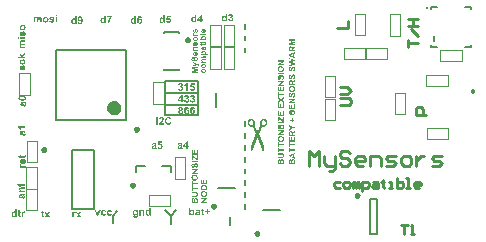
<source format=gto>
%FSTAX25Y25*%
%MOIN*%
%SFA1B1*%

%IPPOS*%
%ADD32C,0.010000*%
%ADD44C,0.009840*%
%ADD45C,0.003940*%
%ADD46C,0.023620*%
%ADD47C,0.007870*%
%ADD48C,0.005040*%
%LNpcb2-1*%
%LPD*%
G36*
X0149678Y0166998D02*
X0149704D01*
X0149733Y0166995*
X0149798Y016698*
X0149871Y0166962*
X0149951Y0166933*
X0150031Y0166893*
X0150068Y0166867*
X0150104Y0166838*
X0150108*
X0150111Y0166831*
X0150122Y016682*
X0150133Y0166809*
X0150151Y0166791*
X0150166Y0166773*
X0150206Y0166722*
X0150246Y0166653*
X0150286Y0166572*
X0150322Y0166481*
X0150348Y0166372*
X0149882Y0166321*
Y0166329*
X0149878Y0166343*
X0149871Y0166369*
X0149864Y0166401*
X0149853Y0166434*
X0149835Y0166471*
X0149817Y0166503*
X0149791Y0166532*
X0149787Y0166536*
X0149776Y0166543*
X0149762Y0166554*
X014974Y0166569*
X0149715Y016658*
X0149682Y0166591*
X0149642Y0166598*
X0149602Y0166602*
X0149594*
X0149576Y0166598*
X0149547Y0166594*
X0149511Y0166583*
X0149471Y0166569*
X0149427Y0166543*
X0149383Y016651*
X0149343Y0166463*
X014934Y0166456*
X0149332Y0166449*
X0149325Y0166434*
X0149318Y0166419*
X0149307Y0166398*
X01493Y0166372*
X0149289Y016634*
X0149274Y0166303*
X0149263Y0166263*
X0149252Y0166216*
X0149241Y0166165*
X0149231Y0166106*
X0149223Y0166041*
X0149216Y0165968*
X0149209Y0165892*
X0149212Y0165895*
X0149216Y0165903*
X0149227Y016591*
X0149241Y0165925*
X014926Y0165943*
X0149282Y0165961*
X0149332Y0166001*
X0149398Y0166037*
X0149474Y0166074*
X0149518Y0166088*
X0149562Y0166096*
X0149609Y0166103*
X014966Y0166106*
X0149689*
X0149711Y0166103*
X0149736Y0166099*
X0149766Y0166096*
X0149802Y0166088*
X0149838Y0166077*
X0149918Y0166048*
X0149962Y016603*
X0150006Y0166008*
X0150049Y0165983*
X0150093Y016595*
X0150137Y0165914*
X0150177Y0165874*
X0150181Y016587*
X0150188Y0165863*
X0150199Y0165852*
X015021Y0165833*
X0150228Y0165808*
X0150246Y0165782*
X0150264Y016575*
X0150286Y0165713*
X0150308Y0165673*
X0150326Y0165626*
X0150344Y0165579*
X0150363Y0165524*
X0150373Y016547*
X0150384Y0165408*
X0150392Y0165346*
X0150395Y0165277*
Y0165273*
Y0165258*
Y016524*
X0150392Y0165211*
X0150388Y0165178*
X0150384Y0165142*
X0150377Y0165098*
X0150366Y0165055*
X0150341Y0164953*
X0150322Y0164902*
X0150297Y0164851*
X0150272Y01648*
X0150242Y0164749*
X0150206Y0164698*
X0150166Y0164654*
X0150162Y016465*
X0150155Y0164643*
X0150144Y0164632*
X0150126Y0164618*
X0150104Y01646*
X0150075Y0164581*
X0150046Y0164559*
X015001Y0164538*
X0149969Y0164516*
X0149926Y0164494*
X0149878Y0164476*
X0149824Y0164458*
X0149769Y0164443*
X0149711Y0164432*
X0149649Y0164425*
X0149584Y0164421*
X0149565*
X0149547Y0164425*
X0149522*
X0149489Y0164432*
X0149449Y0164436*
X0149409Y0164447*
X0149362Y0164458*
X0149314Y0164472*
X0149263Y0164494*
X0149209Y0164516*
X0149158Y0164545*
X0149103Y0164578*
X0149052Y0164618*
X0149001Y0164665*
X0148954Y0164716*
X014895Y016472*
X0148943Y0164731*
X0148932Y0164749*
X0148917Y0164774*
X0148896Y0164807*
X0148877Y0164847*
X0148856Y0164894*
X0148834Y0164949*
X0148808Y0165015*
X0148786Y0165084*
X0148768Y0165164*
X014875Y0165255*
X0148732Y0165349*
X0148721Y0165455*
X0148714Y0165568*
X014871Y0165691*
Y0165695*
Y0165699*
Y016571*
Y0165721*
Y0165757*
X0148714Y0165804*
X0148717Y0165863*
X0148725Y0165928*
X0148732Y0166001*
X0148743Y0166077*
X0148754Y0166157*
X0148772Y0166241*
X0148794Y0166325*
X0148819Y0166409*
X0148848Y0166485*
X0148881Y0166561*
X0148921Y0166631*
X0148965Y0166692*
X0148968Y0166696*
X0148976Y0166707*
X014899Y0166722*
X0149012Y016674*
X0149038Y0166765*
X0149067Y0166791*
X0149103Y016682*
X0149143Y0166849*
X014919Y0166875*
X0149238Y0166904*
X0149296Y0166929*
X0149354Y0166955*
X0149416Y0166973*
X0149485Y0166987*
X0149555Y0166998*
X0149631Y0167002*
X014966*
X0149678Y0166998*
G37*
G36*
X0118334Y0166726D02*
X011837Y0166722D01*
X011841Y0166715*
X0118458Y0166708*
X0118505Y0166697*
X011856Y0166682*
X0118614Y0166664*
X0118669Y0166642*
X0118727Y0166617*
X0118785Y0166584*
X011884Y0166548*
X0118895Y0166507*
X0118945Y016646*
X0118949Y0166456*
X0118956Y0166449*
X0118971Y0166431*
X0118985Y0166413*
X0119007Y0166384*
X0119029Y0166355*
X0119055Y0166315*
X011908Y0166274*
X0119102Y0166227*
X0119127Y0166176*
X0119149Y0166118*
X0119171Y016606*
X0119186Y0165994*
X01192Y0165929*
X0119208Y0165856*
X0119211Y0165779*
Y0165776*
Y0165761*
Y0165739*
X0119208Y016571*
X0119204Y0165674*
X0119197Y0165634*
X0119189Y0165587*
X0119178Y0165539*
X0119164Y0165485*
X0119146Y016543*
X0119124Y0165372*
X0119098Y0165314*
X0119065Y0165255*
X0119029Y0165201*
X0118989Y0165146*
X0118942Y0165092*
X0118938Y0165088*
X0118931Y0165081*
X0118916Y0165066*
X0118895Y0165048*
X0118869Y016503*
X0118836Y0165008*
X01188Y0164982*
X011876Y0164957*
X0118712Y0164931*
X0118661Y0164906*
X0118607Y0164884*
X0118545Y0164866*
X0118483Y0164848*
X0118414Y0164833*
X0118345Y0164826*
X0118268Y0164822*
X0118243*
X0118225Y0164826*
X0118203*
X0118177Y0164829*
X0118115Y0164837*
X0118039Y0164851*
X0117959Y0164869*
X0117875Y0164899*
X0117788Y0164935*
X0117784*
X0117777Y0164939*
X0117766Y0164946*
X0117752Y0164957*
X0117711Y0164982*
X011766Y0165019*
X0117606Y0165066*
X0117548Y0165124*
X0117493Y016519*
X0117442Y0165266*
Y016527*
X0117438Y0165277*
X0117431Y0165288*
X0117424Y0165306*
X0117417Y0165328*
X0117406Y0165354*
X0117395Y0165383*
X0117384Y0165416*
X0117373Y0165452*
X0117362Y0165492*
X0117344Y0165583*
X0117329Y0165689*
X0117326Y0165801*
Y0165805*
Y0165812*
Y0165827*
X0117329Y0165841*
Y0165863*
X0117333Y0165889*
X011734Y0165951*
X0117355Y016602*
X0117377Y0166096*
X0117402Y016618*
X0117442Y0166264*
Y0166267*
X0117449Y0166274*
X0117453Y0166285*
X0117464Y01663*
X0117493Y016634*
X0117529Y0166391*
X0117577Y0166446*
X0117635Y0166504*
X0117701Y0166558*
X0117777Y0166609*
X0117781*
X0117788Y0166613*
X0117799Y016662*
X0117817Y0166628*
X0117835Y0166639*
X0117861Y0166646*
X011789Y0166657*
X0117919Y0166671*
X0117992Y0166693*
X0118076Y0166711*
X0118166Y0166726*
X0118265Y0166729*
X0118305*
X0118334Y0166726*
G37*
G36*
X0148339Y0164469D02*
X0147891D01*
Y0164734*
X0147887Y0164727*
X0147873Y0164709*
X0147847Y016468*
X0147815Y0164647*
X0147778Y0164611*
X0147731Y016457*
X014768Y0164534*
X0147625Y0164501*
X0147618Y0164498*
X01476Y016449*
X0147567Y0164479*
X0147531Y0164465*
X0147483Y016445*
X0147429Y0164439*
X0147374Y0164432*
X0147316Y0164428*
X0147287*
X0147265Y0164432*
X0147236Y0164436*
X0147207Y0164443*
X014717Y016445*
X014713Y0164461*
X014709Y0164472*
X0147046Y016449*
X0147003Y0164508*
X0146956Y0164534*
X0146912Y0164563*
X0146864Y0164596*
X0146821Y0164636*
X0146777Y016468*
X0146774Y0164683*
X0146766Y016469*
X0146755Y0164705*
X0146744Y0164727*
X0146726Y0164752*
X0146708Y0164785*
X0146686Y0164822*
X0146668Y0164865*
X0146646Y0164913*
X0146624Y0164963*
X0146606Y0165022*
X0146591Y0165084*
X0146577Y0165153*
X0146566Y0165226*
X0146559Y0165302*
X0146555Y0165386*
Y0165389*
Y0165408*
Y0165429*
X0146559Y0165462*
X0146562Y0165502*
X0146566Y0165546*
X0146573Y0165597*
X0146581Y0165648*
X0146606Y0165764*
X0146624Y0165823*
X0146646Y0165881*
X0146672Y0165939*
X0146701Y0165994*
X0146733Y0166045*
X014677Y0166092*
X0146774Y0166096*
X0146781Y0166103*
X0146792Y0166114*
X014681Y0166132*
X0146832Y016615*
X0146857Y0166168*
X0146886Y016619*
X0146923Y0166216*
X0146959Y0166237*
X0147003Y0166259*
X0147094Y0166299*
X0147148Y0166314*
X0147203Y0166325*
X0147261Y0166332*
X0147323Y0166336*
X0147352*
X0147374Y0166332*
X01474Y0166329*
X0147432Y0166321*
X0147465Y0166314*
X0147505Y0166303*
X0147545Y0166292*
X0147589Y0166274*
X0147633Y0166252*
X0147676Y016623*
X0147724Y0166198*
X0147767Y0166165*
X0147811Y0166125*
X0147855Y0166081*
Y0166987*
X0148339*
Y0164469*
G37*
G36*
X0159946Y01667D02*
X0159033D01*
X0158956Y0166271*
X015896*
X0158964Y0166274*
X0158985Y0166285*
X0159018Y0166296*
X0159058Y0166314*
X0159109Y0166329*
X0159164Y016634*
X0159226Y0166351*
X0159288Y0166354*
X015932*
X0159342Y0166351*
X0159368Y0166347*
X01594Y0166343*
X0159437Y0166336*
X0159477Y0166325*
X0159561Y0166296*
X0159608Y0166278*
X0159652Y0166256*
X0159699Y0166227*
X0159746Y0166194*
X015979Y0166158*
X0159834Y0166118*
X0159837Y0166114*
X0159844Y0166107*
X0159855Y0166092*
X015987Y0166074*
X0159885Y0166052*
X0159906Y0166023*
X0159924Y016599*
X0159946Y0165954*
X0159968Y0165914*
X0159986Y0165867*
X0160008Y0165816*
X0160023Y0165765*
X0160037Y0165706*
X0160048Y0165645*
X0160055Y0165579*
X0160059Y016551*
Y0165506*
Y0165495*
Y0165481*
X0160055Y0165459*
Y016543*
X0160048Y0165397*
X0160045Y0165361*
X0160037Y0165324*
X0160015Y0165237*
X0159983Y0165142*
X0159961Y0165091*
X0159939Y0165044*
X015991Y0164997*
X0159877Y0164949*
X0159874Y0164946*
X0159866Y0164935*
X0159852Y016492*
X0159834Y0164898*
X0159808Y0164873*
X0159775Y0164844*
X0159739Y0164815*
X0159699Y0164786*
X0159652Y0164753*
X01596Y0164724*
X0159546Y0164694*
X0159484Y0164669*
X0159419Y0164647*
X0159349Y0164633*
X0159273Y0164622*
X0159193Y0164618*
X015916*
X0159135Y0164622*
X0159106Y0164625*
X0159069Y0164629*
X0159033Y0164633*
X0158989Y016464*
X0158902Y0164662*
X0158803Y0164698*
X0158756Y0164716*
X0158709Y0164742*
X0158665Y0164771*
X0158621Y0164804*
X0158618Y0164807*
X015861Y0164811*
X0158599Y0164822*
X0158585Y0164836*
X015857Y0164858*
X0158549Y016488*
X015853Y0164906*
X0158509Y0164935*
X0158483Y0164971*
X0158461Y0165007*
X0158421Y0165095*
X0158385Y0165193*
X0158374Y0165248*
X0158363Y0165306*
X0158843Y0165357*
Y016535*
X0158847Y0165331*
X0158854Y0165299*
X0158865Y0165262*
X015888Y0165222*
X0158902Y0165179*
X0158931Y0165139*
X0158964Y0165099*
X0158967Y0165095*
X0158982Y0165084*
X0159004Y0165069*
X0159033Y0165051*
X0159065Y0165033*
X0159106Y0165018*
X0159153Y0165007*
X01592Y0165004*
X0159207*
X0159226Y0165007*
X0159255Y0165011*
X0159291Y0165018*
X0159331Y0165033*
X0159375Y0165055*
X0159419Y0165088*
X0159459Y0165128*
X0159462Y0165135*
X0159477Y0165149*
X0159491Y0165179*
X0159513Y0165222*
X0159531Y0165273*
X015955Y0165335*
X0159561Y0165412*
X0159564Y0165499*
Y0165503*
Y016551*
Y0165521*
Y0165539*
X0159561Y0165579*
X015955Y016563*
X0159539Y0165688*
X015952Y0165746*
X0159495Y0165801*
X0159459Y0165848*
X0159455Y0165852*
X015944Y0165867*
X0159415Y0165885*
X0159386Y016591*
X0159346Y0165932*
X0159298Y016595*
X0159244Y0165965*
X0159186Y0165969*
X0159164*
X0159149Y0165965*
X0159113Y0165958*
X0159062Y0165947*
X0159004Y0165925*
X0158942Y0165892*
X0158909Y016587*
X0158876Y0165845*
X0158843Y0165816*
X0158811Y0165783*
X0158421Y0165837*
X0158669Y0167151*
X0159946*
Y01667*
G37*
G36*
X0157984Y0164665D02*
X0157537D01*
Y0164931*
X0157533Y0164924*
X0157518Y0164906*
X0157493Y0164876*
X015746Y0164844*
X0157424Y0164807*
X0157377Y0164767*
X0157325Y0164731*
X0157271Y0164698*
X0157264Y0164694*
X0157246Y0164687*
X0157213Y0164676*
X0157176Y0164662*
X0157129Y0164647*
X0157074Y0164636*
X015702Y0164629*
X0156962Y0164625*
X0156932*
X0156911Y0164629*
X0156881Y0164633*
X0156852Y016464*
X0156816Y0164647*
X0156776Y0164658*
X0156736Y0164669*
X0156692Y0164687*
X0156649Y0164705*
X0156601Y0164731*
X0156558Y016476*
X015651Y0164793*
X0156466Y0164833*
X0156423Y0164876*
X0156419Y016488*
X0156412Y0164887*
X0156401Y0164902*
X015639Y0164924*
X0156372Y0164949*
X0156354Y0164982*
X0156332Y0165018*
X0156314Y0165062*
X0156292Y0165109*
X015627Y016516*
X0156252Y0165219*
X0156237Y016528*
X0156223Y016535*
X0156212Y0165422*
X0156204Y0165499*
X0156201Y0165583*
Y0165586*
Y0165604*
Y0165626*
X0156204Y0165659*
X0156208Y0165699*
X0156212Y0165743*
X0156219Y0165794*
X0156226Y0165845*
X0156252Y0165961*
X015627Y0166019*
X0156292Y0166078*
X0156317Y0166136*
X0156346Y0166191*
X0156379Y0166242*
X0156416Y0166289*
X0156419Y0166292*
X0156427Y01663*
X0156437Y0166311*
X0156456Y0166329*
X0156477Y0166347*
X0156503Y0166365*
X0156532Y0166387*
X0156568Y0166413*
X0156605Y0166434*
X0156649Y0166456*
X0156739Y0166496*
X0156794Y0166511*
X0156849Y0166522*
X0156907Y0166529*
X0156969Y0166533*
X0156998*
X015702Y0166529*
X0157045Y0166525*
X0157078Y0166518*
X0157111Y0166511*
X0157151Y01665*
X0157191Y0166489*
X0157235Y0166471*
X0157278Y0166449*
X0157322Y0166427*
X0157369Y0166394*
X0157413Y0166362*
X0157457Y0166322*
X01575Y0166278*
Y0167184*
X0157984*
Y0164665*
G37*
G36*
X0122029Y0166933D02*
X0121544D01*
Y0167381*
X0122029*
Y0166933*
G37*
G36*
X0111516Y0158403D02*
X0110431D01*
X0110384Y0158399*
X0110329Y0158396*
X0110271Y0158392*
X0110213Y0158381*
X0110162Y015837*
X0110143Y0158359*
X0110125Y0158352*
X0110122Y0158348*
X0110107Y0158337*
X0110092Y0158323*
X0110071Y0158301*
X0110053Y0158272*
X0110034Y0158236*
X0110023Y0158192*
X011002Y0158145*
Y0158141*
Y0158126*
X0110023Y0158108*
X0110027Y0158083*
X0110034Y0158054*
X0110045Y0158021*
X011006Y0157984*
X0110082Y0157952*
X0110085Y0157948*
X0110092Y0157937*
X0110107Y0157922*
X0110129Y0157904*
X0110154Y0157882*
X0110184Y0157861*
X011022Y0157842*
X0110264Y0157824*
X0110271*
X0110285Y0157817*
X0110315Y0157813*
X0110355Y0157806*
X0110409Y0157799*
X0110475Y0157795*
X0110551Y0157788*
X0111516*
Y0157304*
X0110431*
X0110376Y01573*
X0110318Y0157296*
X0110264Y0157293*
X0110213Y0157285*
X0110191Y0157278*
X0110176Y0157275*
X0110173*
X0110162Y0157271*
X0110147Y0157264*
X0110133Y0157256*
X0110092Y0157231*
X0110074Y0157213*
X011006Y0157194*
X0110056Y0157191*
X0110053Y0157184*
X0110045Y0157173*
X0110038Y0157158*
X0110031Y0157136*
X0110027Y0157111*
X011002Y0157082*
Y0157049*
Y0157045*
Y0157031*
X0110023Y0157009*
X0110027Y0156983*
X0110034Y0156951*
X0110045Y0156918*
X011006Y0156885*
X0110082Y0156849*
X0110085Y0156845*
X0110092Y0156834*
X0110107Y015682*
X0110125Y0156801*
X0110151Y015678*
X011018Y0156758*
X0110216Y0156739*
X0110256Y0156721*
X011026*
X0110278Y0156714*
X0110307Y015671*
X0110344Y0156703*
X0110398Y0156696*
X011046Y0156692*
X011054Y0156685*
X0111516*
Y0156201*
X0109688*
Y0156645*
X010994*
X0109936Y0156649*
X0109929Y0156656*
X0109914Y015667*
X0109892Y0156689*
X0109871Y015671*
X0109849Y0156736*
X0109819Y0156769*
X0109794Y0156805*
X0109769Y0156845*
X0109739Y0156889*
X0109692Y0156983*
X0109674Y0157038*
X0109659Y0157093*
X0109652Y0157151*
X0109648Y0157213*
Y0157216*
Y015722*
Y0157242*
X0109652Y0157275*
X0109656Y0157315*
X0109667Y0157362*
X0109678Y0157413*
X0109696Y0157464*
X0109721Y0157515*
X0109725Y0157522*
X0109736Y0157537*
X010975Y0157562*
X0109776Y0157591*
X0109809Y0157624*
X0109845Y015766*
X0109892Y0157697*
X0109943Y015773*
X0109936Y0157737*
X0109918Y0157751*
X0109892Y0157773*
X010986Y0157806*
X0109823Y0157846*
X0109787Y015789*
X010975Y0157937*
X0109721Y0157988*
X0109718Y0157995*
X010971Y0158013*
X0109699Y0158043*
X0109685Y0158079*
X010967Y0158123*
X0109659Y0158174*
X0109652Y0158228*
X0109648Y0158286*
Y015829*
Y0158294*
Y0158305*
Y0158319*
X0109652Y0158356*
X0109659Y0158403*
X010967Y0158458*
X0109685Y0158512*
X0109703Y015857*
X0109732Y0158625*
X0109736Y0158632*
X0109747Y0158647*
X0109765Y0158672*
X010979Y0158705*
X0109827Y0158738*
X0109867Y0158774*
X0109914Y0158807*
X0109972Y0158836*
X0109976Y015884*
X0109994Y0158843*
X0110023Y0158851*
X0110063Y0158862*
X0110114Y0158873*
X011018Y015888*
X011026Y0158884*
X0110351Y0158887*
X0111516*
Y0158403*
G37*
G36*
X0116427Y0166726D02*
X0116474Y0166719D01*
X0116528Y0166708*
X0116583Y0166693*
X0116641Y0166675*
X0116696Y0166646*
X0116703Y0166642*
X0116718Y0166631*
X0116743Y0166613*
X0116776Y0166588*
X0116809Y0166551*
X0116845Y0166511*
X0116878Y0166464*
X0116907Y0166406*
X0116911Y0166402*
X0116914Y0166384*
X0116922Y0166355*
X0116932Y0166315*
X0116943Y0166264*
X0116951Y0166198*
X0116954Y0166118*
X0116958Y0166027*
Y0164862*
X0116474*
Y0165903*
Y0165907*
Y0165914*
Y0165929*
Y0165947*
X011647Y0165994*
X0116467Y0166049*
X0116463Y0166107*
X0116452Y0166165*
X0116441Y0166216*
X011643Y0166235*
X0116423Y0166253*
X0116419Y0166256*
X0116408Y0166271*
X0116394Y0166285*
X0116372Y0166307*
X0116343Y0166325*
X0116306Y0166344*
X0116263Y0166355*
X0116215Y0166358*
X0116197*
X0116179Y0166355*
X0116154Y0166351*
X0116124Y0166344*
X0116092Y0166333*
X0116055Y0166318*
X0116023Y0166296*
X0116019Y0166293*
X0116008Y0166285*
X0115993Y0166271*
X0115975Y0166249*
X0115953Y0166224*
X0115931Y0166194*
X0115913Y0166158*
X0115895Y0166114*
Y0166107*
X0115888Y0166093*
X0115884Y0166063*
X0115877Y0166023*
X011587Y0165969*
X0115866Y0165903*
X0115859Y0165827*
Y0165736*
Y0164862*
X0115375*
Y016586*
Y0165863*
Y016587*
Y0165885*
Y0165903*
Y0165947*
X0115371Y0166001*
X0115367Y016606*
X0115364Y0166114*
X0115356Y0166165*
X0115349Y0166187*
X0115346Y0166202*
Y0166205*
X0115342Y0166216*
X0115334Y0166231*
X0115327Y0166245*
X0115302Y0166285*
X0115284Y0166304*
X0115265Y0166318*
X0115262Y0166322*
X0115254Y0166325*
X0115243Y0166333*
X0115229Y016634*
X0115207Y0166347*
X0115182Y0166351*
X0115153Y0166358*
X0115102*
X011508Y0166355*
X0115054Y0166351*
X0115022Y0166344*
X0114989Y0166333*
X0114956Y0166318*
X011492Y0166296*
X0114916Y0166293*
X0114905Y0166285*
X0114891Y0166271*
X0114872Y0166253*
X011485Y0166227*
X0114829Y0166198*
X011481Y0166162*
X0114792Y0166122*
Y0166118*
X0114785Y01661*
X0114781Y0166071*
X0114774Y0166034*
X0114767Y016598*
X0114763Y0165918*
X0114756Y0165838*
Y0165747*
Y0164862*
X0114272*
Y016669*
X0114716*
Y0166438*
X0114719Y0166442*
X0114727Y0166449*
X0114741Y0166464*
X0114759Y0166486*
X0114781Y0166507*
X0114807Y0166529*
X0114839Y0166558*
X0114876Y0166584*
X0114916Y0166609*
X011496Y0166639*
X0115054Y0166686*
X0115109Y0166704*
X0115163Y0166719*
X0115222Y0166726*
X0115284Y0166729*
X0115313*
X0115346Y0166726*
X0115385Y0166722*
X0115433Y0166711*
X0115484Y01667*
X0115535Y0166682*
X0115586Y0166657*
X0115593Y0166653*
X0115608Y0166642*
X0115633Y0166628*
X0115662Y0166602*
X0115695Y0166569*
X0115731Y0166533*
X0115768Y0166486*
X01158Y0166435*
X0115808Y0166442*
X0115822Y016646*
X0115844Y0166486*
X0115877Y0166518*
X0115917Y0166555*
X0115961Y0166591*
X0116008Y0166628*
X0116059Y0166657*
X0116066Y016666*
X0116084Y0166668*
X0116113Y0166679*
X011615Y0166693*
X0116194Y0166708*
X0116244Y0166719*
X0116299Y0166726*
X0116357Y0166729*
X011639*
X0116427Y0166726*
G37*
G36*
X0122029Y0164862D02*
X0121544D01*
Y016669*
X0122029*
Y0164862*
G37*
G36*
X0120343Y0166726D02*
X012038Y0166722D01*
X012042Y0166719*
X0120463Y0166715*
X0120554Y01667*
X0120645Y0166679*
X0120733Y0166646*
X0120773Y0166628*
X0120809Y0166606*
X0120813*
X0120816Y0166598*
X0120838Y0166584*
X0120871Y0166555*
X0120907Y0166515*
X0120951Y0166467*
X0120991Y0166406*
X0121031Y0166333*
X012106Y0166249*
X0120605Y0166165*
Y0166169*
X0120598Y0166183*
X0120591Y0166202*
X012058Y0166224*
X0120565Y0166253*
X0120543Y0166278*
X0120521Y0166304*
X0120492Y0166325*
X0120489Y0166329*
X0120478Y0166336*
X012046Y0166344*
X0120434Y0166355*
X0120401Y0166366*
X0120361Y0166376*
X0120314Y016638*
X0120259Y0166384*
X0120227*
X0120194Y016638*
X0120154Y0166376*
X0120107Y0166369*
X0120063Y0166362*
X0120023Y0166347*
X0119986Y0166329*
X0119983*
X0119979Y0166322*
X0119961Y0166304*
X0119939Y0166271*
X0119936Y0166253*
X0119932Y0166231*
Y0166227*
Y0166224*
X0119939Y0166202*
X0119954Y0166173*
X0119965Y0166158*
X0119979Y0166144*
X0119983Y016614*
X0119997Y0166136*
X0120005Y0166129*
X0120019Y0166125*
X0120037Y0166118*
X0120059Y0166107*
X0120088Y01661*
X0120117Y0166089*
X0120154Y0166078*
X0120198Y0166067*
X0120245Y0166052*
X0120299Y0166038*
X0120361Y0166023*
X0120431Y0166005*
X0120434*
X0120449Y0166001*
X0120467Y0165998*
X0120492Y0165991*
X0120525Y016598*
X0120562Y0165972*
X0120642Y0165947*
X0120733Y0165914*
X012082Y0165878*
X0120864Y0165856*
X0120904Y0165838*
X0120937Y0165812*
X0120969Y016579*
X0120976Y0165783*
X0120995Y0165769*
X0121017Y0165739*
X0121046Y0165699*
X0121075Y0165648*
X0121097Y0165587*
X0121115Y0165514*
X0121122Y0165434*
Y016543*
Y0165423*
Y0165408*
X0121118Y016539*
X0121115Y0165372*
X0121111Y0165346*
X0121097Y0165284*
X0121071Y0165219*
X0121053Y0165182*
X0121035Y0165146*
X0121009Y016511*
X012098Y0165073*
X0120947Y0165037*
X0120911Y0165*
X0120907Y0164997*
X01209Y0164993*
X0120889Y0164986*
X0120871Y0164971*
X0120849Y0164961*
X0120824Y0164946*
X0120791Y0164928*
X0120755Y0164913*
X0120714Y0164895*
X0120667Y016488*
X0120616Y0164862*
X0120562Y0164851*
X01205Y016484*
X0120434Y0164829*
X0120365Y0164826*
X0120292Y0164822*
X0120256*
X012023Y0164826*
X0120198*
X0120161Y0164829*
X0120121Y0164833*
X0120077Y016484*
X0119983Y0164859*
X0119885Y0164884*
X0119786Y016492*
X0119743Y0164946*
X0119699Y0164971*
X0119695Y0164975*
X0119688Y0164979*
X0119677Y0164986*
X0119666Y0165*
X0119626Y0165033*
X0119582Y0165081*
X0119535Y0165139*
X0119491Y0165208*
X0119451Y0165292*
X0119419Y0165383*
X0119903Y0165455*
Y0165448*
X011991Y0165434*
X0119917Y0165408*
X0119928Y0165375*
X0119946Y0165339*
X0119968Y0165306*
X0119994Y016527*
X0120027Y0165241*
X012003Y0165237*
X0120045Y016523*
X0120066Y0165219*
X0120096Y0165208*
X0120132Y0165193*
X0120179Y0165182*
X012023Y0165175*
X0120292Y0165172*
X0120321*
X0120358Y0165175*
X0120398Y0165179*
X0120441Y0165186*
X0120489Y0165201*
X0120532Y0165215*
X0120572Y0165237*
X0120576Y0165241*
X0120583Y0165248*
X0120594Y0165259*
X0120605Y0165273*
X0120616Y0165292*
X0120627Y0165314*
X0120634Y0165339*
X0120638Y0165368*
Y0165372*
Y0165379*
X0120634Y0165401*
X0120624Y016543*
X0120602Y0165459*
X0120594Y0165466*
X0120583Y016547*
X0120569Y0165481*
X0120547Y0165488*
X0120518Y0165499*
X0120485Y016551*
X0120441Y0165521*
X0120434*
X0120416Y0165528*
X0120387Y0165536*
X0120347Y0165543*
X0120299Y0165554*
X0120248Y0165568*
X012019Y0165583*
X0120128Y0165601*
X0120001Y0165638*
X0119939Y0165656*
X0119881Y0165678*
X0119826Y0165696*
X0119775Y0165718*
X0119732Y0165739*
X0119699Y0165758*
X0119695Y0165761*
X0119688Y0165765*
X0119681Y0165772*
X0119666Y0165787*
X011963Y016582*
X0119593Y0165867*
X0119553Y0165925*
X0119517Y0165994*
X0119502Y0166034*
X0119495Y0166078*
X0119488Y0166122*
X0119484Y0166169*
Y0166173*
Y016618*
Y0166191*
X0119488Y0166209*
X0119491Y0166227*
X0119495Y0166253*
X0119506Y0166307*
X0119528Y0166369*
X0119564Y0166435*
X0119582Y0166471*
X0119608Y0166504*
X0119637Y0166537*
X011967Y0166566*
X0119673Y0166569*
X0119677Y0166573*
X0119688Y016658*
X0119706Y0166591*
X0119724Y0166602*
X011975Y0166617*
X0119779Y0166631*
X0119812Y0166649*
X0119852Y0166664*
X0119896Y0166679*
X0119943Y0166693*
X0119994Y0166704*
X0120052Y0166715*
X0120114Y0166722*
X0120179Y0166729*
X0120314*
X0120343Y0166726*
G37*
G36*
X0165612Y0142126D02*
X0165128D01*
Y014395*
X0165124Y0143946*
X0165117Y0143939*
X0165102Y0143928*
X0165081Y014391*
X0165055Y0143888*
X0165026Y0143866*
X016499Y014384*
X016495Y0143811*
X0164906Y0143782*
X0164859Y0143753*
X0164808Y014372*
X0164753Y0143691*
X0164637Y0143637*
X0164506Y0143586*
Y0144022*
X0164509*
X0164513Y0144026*
X0164524Y014403*
X0164538Y0144033*
X0164575Y0144052*
X0164626Y0144073*
X0164688Y0144103*
X0164757Y0144143*
X0164833Y0144193*
X0164913Y0144252*
X0164917Y0144255*
X0164924Y0144259*
X0164935Y014427*
X016495Y0144284*
X016499Y0144321*
X0165033Y0144368*
X0165084Y0144427*
X0165135Y0144499*
X0165182Y0144576*
X0165219Y0144659*
X0165612*
Y0142126*
G37*
G36*
X0167927Y0144161D02*
X0167013D01*
X0166937Y0143731*
X0166941*
X0166944Y0143735*
X0166966Y0143746*
X0166999Y0143757*
X0167039Y0143775*
X016709Y014379*
X0167145Y01438*
X0167206Y0143811*
X0167268Y0143815*
X0167301*
X0167323Y0143811*
X0167348Y0143808*
X0167381Y0143804*
X0167418Y0143797*
X0167457Y0143786*
X0167541Y0143757*
X0167589Y0143738*
X0167632Y0143717*
X016768Y0143688*
X0167727Y0143655*
X0167771Y0143618*
X0167814Y0143578*
X0167818Y0143575*
X0167825Y0143567*
X0167836Y0143553*
X0167851Y0143535*
X0167865Y0143513*
X0167887Y0143484*
X0167905Y0143451*
X0167927Y0143415*
X0167949Y0143375*
X0167967Y0143327*
X0167989Y0143276*
X0168003Y0143225*
X0168018Y0143167*
X0168029Y0143105*
X0168036Y014304*
X016804Y0142971*
Y0142967*
Y0142956*
Y0142941*
X0168036Y014292*
Y014289*
X0168029Y0142858*
X0168025Y0142821*
X0168018Y0142785*
X0167996Y0142698*
X0167964Y0142603*
X0167942Y0142552*
X016792Y0142505*
X0167891Y0142457*
X0167858Y014241*
X0167854Y0142406*
X0167847Y0142395*
X0167832Y0142381*
X0167814Y0142359*
X0167789Y0142333*
X0167756Y0142304*
X016772Y0142275*
X016768Y0142246*
X0167632Y0142213*
X0167581Y0142184*
X0167527Y0142155*
X0167465Y014213*
X0167399Y0142108*
X016733Y0142093*
X0167254Y0142082*
X0167174Y0142079*
X0167141*
X0167115Y0142082*
X0167086Y0142086*
X016705Y014209*
X0167013Y0142093*
X016697Y0142101*
X0166882Y0142122*
X0166784Y0142159*
X0166737Y0142177*
X016669Y0142202*
X0166646Y0142232*
X0166602Y0142264*
X0166598Y0142268*
X0166591Y0142272*
X016658Y0142282*
X0166566Y0142297*
X0166551Y0142319*
X0166529Y0142341*
X0166511Y0142366*
X0166489Y0142395*
X0166464Y0142432*
X0166442Y0142468*
X0166402Y0142555*
X0166366Y0142654*
X0166355Y0142708*
X0166344Y0142767*
X0166824Y0142818*
Y014281*
X0166828Y0142792*
X0166835Y0142759*
X0166846Y0142723*
X0166861Y0142683*
X0166882Y0142639*
X0166911Y0142599*
X0166944Y0142559*
X0166948Y0142555*
X0166963Y0142545*
X0166984Y014253*
X0167013Y0142512*
X0167046Y0142494*
X0167086Y0142479*
X0167134Y0142468*
X0167181Y0142464*
X0167188*
X0167206Y0142468*
X0167236Y0142472*
X0167272Y0142479*
X0167312Y0142494*
X0167356Y0142516*
X0167399Y0142548*
X0167439Y0142588*
X0167443Y0142596*
X0167457Y014261*
X0167472Y0142639*
X0167494Y0142683*
X0167512Y0142734*
X016753Y0142796*
X0167541Y0142872*
X0167545Y0142959*
Y0142963*
Y0142971*
Y0142981*
Y0143*
X0167541Y014304*
X016753Y0143091*
X0167519Y0143149*
X0167501Y0143207*
X0167476Y0143262*
X0167439Y0143309*
X0167436Y0143313*
X0167421Y0143327*
X0167396Y0143345*
X0167367Y0143371*
X0167326Y0143393*
X0167279Y0143411*
X0167225Y0143426*
X0167166Y0143429*
X0167145*
X016713Y0143426*
X0167094Y0143418*
X0167043Y0143407*
X0166984Y0143385*
X0166922Y0143353*
X016689Y0143331*
X0166857Y0143305*
X0166824Y0143276*
X0166791Y0143244*
X0166402Y0143298*
X0166649Y0144612*
X0167927*
Y0144161*
G37*
G36*
X0167254Y0140719D02*
X0167286Y0140715D01*
X0167319Y0140711*
X0167359Y0140704*
X0167399Y0140693*
X016749Y0140668*
X0167538Y014065*
X0167589Y0140624*
X0167636Y0140599*
X016768Y0140569*
X0167727Y0140533*
X0167767Y0140493*
X0167771Y0140489*
X0167774Y0140486*
X0167785Y0140475*
X0167796Y014046*
X0167825Y0140424*
X0167858Y0140373*
X0167891Y0140311*
X0167916Y0140238*
X0167938Y0140158*
X0167942Y0140118*
X0167945Y0140075*
Y0140071*
Y014006*
X0167942Y0140042*
X0167938Y014002*
X0167934Y0139991*
X0167927Y0139958*
X0167916Y0139922*
X0167902Y0139882*
X016788Y0139841*
X0167858Y0139798*
X0167829Y0139754*
X0167792Y013971*
X0167749Y0139667*
X0167701Y0139623*
X0167647Y0139583*
X0167581Y0139543*
X0167585*
X0167592Y0139539*
X0167603*
X0167618Y0139532*
X0167658Y0139521*
X0167705Y0139499*
X016776Y013947*
X0167818Y0139434*
X0167876Y0139386*
X0167927Y0139332*
X0167934Y0139325*
X0167949Y0139303*
X0167967Y013927*
X0167993Y0139223*
X0168018Y0139168*
X0168036Y0139099*
X0168051Y0139026*
X0168058Y0138943*
Y0138939*
Y0138928*
Y013891*
X0168054Y0138888*
X0168051Y0138859*
X0168044Y0138826*
X0168036Y0138786*
X0168029Y0138746*
X0168Y0138658*
X0167978Y0138611*
X0167956Y013856*
X0167927Y0138513*
X0167894Y0138466*
X0167858Y0138418*
X0167814Y0138375*
X0167811Y0138371*
X0167803Y0138364*
X0167789Y0138353*
X0167771Y0138338*
X0167745Y013832*
X016772Y0138302*
X0167683Y013828*
X0167647Y0138258*
X0167607Y0138236*
X0167559Y0138215*
X0167508Y0138196*
X0167457Y0138178*
X0167399Y0138163*
X0167341Y0138153*
X0167276Y0138145*
X016721Y0138142*
X0167177*
X0167152Y0138145*
X0167123Y0138149*
X016709Y0138153*
X0167053Y013816*
X016701Y0138167*
X0166922Y0138189*
X0166828Y0138225*
X0166777Y0138247*
X0166733Y0138273*
X0166686Y0138305*
X0166642Y0138338*
X0166639Y0138342*
X0166631Y0138349*
X016662Y013836*
X0166606Y0138375*
X0166588Y0138393*
X0166569Y0138418*
X0166548Y0138444*
X0166526Y0138477*
X0166504Y0138513*
X0166478Y0138549*
X0166438Y0138637*
X0166406Y0138739*
X0166391Y0138793*
X0166384Y0138851*
X016685Y013891*
Y0138906*
Y0138902*
X0166853Y0138881*
X0166861Y0138848*
X0166872Y0138808*
X016689Y0138764*
X0166908Y0138717*
X0166937Y0138673*
X016697Y0138633*
X0166973Y0138629*
X0166988Y0138619*
X016701Y0138604*
X0167035Y0138589*
X0167072Y0138571*
X0167112Y0138557*
X0167155Y0138546*
X0167206Y0138542*
X0167214*
X0167232Y0138546*
X0167257Y0138549*
X0167294Y0138557*
X0167334Y0138571*
X0167374Y0138589*
X0167418Y0138619*
X0167457Y0138655*
X0167461Y0138658*
X0167476Y0138677*
X016749Y0138702*
X0167512Y0138735*
X016753Y0138779*
X0167549Y0138833*
X0167559Y0138895*
X0167563Y0138964*
Y0138968*
Y0138972*
Y0138993*
X0167559Y0139026*
X0167552Y013907*
X0167538Y0139117*
X0167519Y0139164*
X0167494Y0139212*
X0167461Y0139255*
X0167457Y0139259*
X0167443Y0139274*
X0167421Y0139292*
X0167396Y013931*
X0167359Y0139332*
X0167319Y0139347*
X0167276Y0139361*
X0167225Y0139365*
X0167188*
X0167163Y0139361*
X016713Y0139357*
X016709Y013935*
X016705Y0139339*
X0167002Y0139328*
X0167053Y0139718*
X0167086*
X0167123Y0139721*
X0167166Y0139725*
X0167214Y0139736*
X0167265Y0139751*
X0167312Y0139772*
X0167356Y0139802*
X0167359Y0139805*
X0167374Y013982*
X0167388Y0139838*
X016741Y0139867*
X0167428Y01399*
X0167447Y013994*
X0167457Y0139987*
X0167461Y0140042*
Y0140049*
Y0140064*
X0167457Y0140085*
X016745Y0140114*
X0167443Y0140147*
X0167428Y014018*
X016741Y0140217*
X0167385Y0140246*
X0167381Y0140249*
X016737Y0140257*
X0167356Y0140271*
X016733Y0140286*
X0167301Y0140296*
X0167268Y0140311*
X0167225Y0140318*
X0167181Y0140322*
X0167159*
X0167137Y0140318*
X0167108Y0140311*
X0167075Y01403*
X0167039Y0140286*
X0167002Y0140264*
X016697Y0140235*
X0166966Y0140231*
X0166955Y014022*
X0166941Y0140198*
X0166922Y0140169*
X0166904Y0140136*
X016689Y0140093*
X0166875Y0140042*
X0166864Y0139983*
X016642Y0140056*
Y014006*
X0166424Y0140067*
Y0140078*
X0166427Y0140096*
X0166438Y0140136*
X0166453Y0140191*
X0166475Y0140249*
X0166497Y0140311*
X0166526Y0140369*
X0166558Y0140424*
X0166562Y0140431*
X0166577Y0140446*
X0166598Y0140471*
X0166628Y0140504*
X0166664Y0140537*
X0166708Y0140573*
X0166762Y014061*
X0166821Y0140642*
X0166824*
X0166828Y0140646*
X016685Y0140653*
X0166886Y0140668*
X016693Y0140682*
X0166984Y0140697*
X016705Y0140711*
X0167119Y0140719*
X0167195Y0140722*
X0167228*
X0167254Y0140719*
G37*
G36*
X0163901Y0139117D02*
X0164214D01*
Y0138695*
X0163901*
Y0138189*
X0163435*
Y0138695*
X0162402*
Y0139113*
X0163494Y0140719*
X0163901*
Y0139117*
G37*
G36*
X0165295Y0140719D02*
X0165328Y0140715D01*
X0165361Y0140711*
X0165401Y0140704*
X0165441Y0140693*
X0165532Y0140668*
X0165579Y014065*
X016563Y0140624*
X0165678Y0140599*
X0165721Y0140569*
X0165769Y0140533*
X0165809Y0140493*
X0165812Y0140489*
X0165816Y0140486*
X0165827Y0140475*
X0165838Y014046*
X0165867Y0140424*
X01659Y0140373*
X0165932Y0140311*
X0165958Y0140238*
X016598Y0140158*
X0165983Y0140118*
X0165987Y0140075*
Y0140071*
Y014006*
X0165983Y0140042*
X016598Y014002*
X0165976Y0139991*
X0165969Y0139958*
X0165958Y0139922*
X0165943Y0139882*
X0165921Y0139841*
X01659Y0139798*
X016587Y0139754*
X0165834Y013971*
X016579Y0139667*
X0165743Y0139623*
X0165689Y0139583*
X0165623Y0139543*
X0165627*
X0165634Y0139539*
X0165645*
X0165659Y0139532*
X0165699Y0139521*
X0165747Y0139499*
X0165801Y013947*
X016586Y0139434*
X0165918Y0139386*
X0165969Y0139332*
X0165976Y0139325*
X0165991Y0139303*
X0166009Y013927*
X0166034Y0139223*
X016606Y0139168*
X0166078Y0139099*
X0166093Y0139026*
X01661Y0138943*
Y0138939*
Y0138928*
Y013891*
X0166096Y0138888*
X0166093Y0138859*
X0166085Y0138826*
X0166078Y0138786*
X0166071Y0138746*
X0166042Y0138658*
X016602Y0138611*
X0165998Y013856*
X0165969Y0138513*
X0165936Y0138466*
X01659Y0138418*
X0165856Y0138375*
X0165852Y0138371*
X0165845Y0138364*
X016583Y0138353*
X0165812Y0138338*
X0165787Y013832*
X0165761Y0138302*
X0165725Y013828*
X0165689Y0138258*
X0165648Y0138236*
X0165601Y0138215*
X016555Y0138196*
X0165499Y0138178*
X0165441Y0138163*
X0165383Y0138153*
X0165317Y0138145*
X0165252Y0138142*
X0165219*
X0165193Y0138145*
X0165164Y0138149*
X0165132Y0138153*
X0165095Y013816*
X0165051Y0138167*
X0164964Y0138189*
X0164869Y0138225*
X0164819Y0138247*
X0164775Y0138273*
X0164727Y0138305*
X0164684Y0138338*
X016468Y0138342*
X0164673Y0138349*
X0164662Y013836*
X0164647Y0138375*
X0164629Y0138393*
X0164611Y0138418*
X0164589Y0138444*
X0164567Y0138477*
X0164546Y0138513*
X016452Y0138549*
X016448Y0138637*
X0164447Y0138739*
X0164433Y0138793*
X0164425Y0138851*
X0164891Y013891*
Y0138906*
Y0138902*
X0164895Y0138881*
X0164902Y0138848*
X0164913Y0138808*
X0164931Y0138764*
X016495Y0138717*
X0164979Y0138673*
X0165011Y0138633*
X0165015Y0138629*
X016503Y0138619*
X0165051Y0138604*
X0165077Y0138589*
X0165113Y0138571*
X0165153Y0138557*
X0165197Y0138546*
X0165248Y0138542*
X0165255*
X0165273Y0138546*
X0165299Y0138549*
X0165335Y0138557*
X0165375Y0138571*
X0165416Y0138589*
X0165459Y0138619*
X0165499Y0138655*
X0165503Y0138658*
X0165517Y0138677*
X0165532Y0138702*
X0165554Y0138735*
X0165572Y0138779*
X016559Y0138833*
X0165601Y0138895*
X0165605Y0138964*
Y0138968*
Y0138972*
Y0138993*
X0165601Y0139026*
X0165594Y013907*
X0165579Y0139117*
X0165561Y0139164*
X0165536Y0139212*
X0165503Y0139255*
X0165499Y0139259*
X0165485Y0139274*
X0165463Y0139292*
X0165437Y013931*
X0165401Y0139332*
X0165361Y0139347*
X0165317Y0139361*
X0165266Y0139365*
X016523*
X0165204Y0139361*
X0165172Y0139357*
X0165132Y013935*
X0165092Y0139339*
X0165044Y0139328*
X0165095Y0139718*
X0165128*
X0165164Y0139721*
X0165208Y0139725*
X0165255Y0139736*
X0165306Y0139751*
X0165354Y0139772*
X0165397Y0139802*
X0165401Y0139805*
X0165416Y013982*
X016543Y0139838*
X0165452Y0139867*
X016547Y01399*
X0165488Y013994*
X0165499Y0139987*
X0165503Y0140042*
Y0140049*
Y0140064*
X0165499Y0140085*
X0165492Y0140114*
X0165485Y0140147*
X016547Y014018*
X0165452Y0140217*
X0165426Y0140246*
X0165423Y0140249*
X0165412Y0140257*
X0165397Y0140271*
X0165372Y0140286*
X0165343Y0140296*
X016531Y0140311*
X0165266Y0140318*
X0165223Y0140322*
X0165201*
X0165179Y0140318*
X016515Y0140311*
X0165117Y01403*
X0165081Y0140286*
X0165044Y0140264*
X0165011Y0140235*
X0165008Y0140231*
X0164997Y014022*
X0164982Y0140198*
X0164964Y0140169*
X0164946Y0140136*
X0164931Y0140093*
X0164917Y0140042*
X0164906Y0139983*
X0164462Y0140056*
Y014006*
X0164465Y0140067*
Y0140078*
X0164469Y0140096*
X016448Y0140136*
X0164495Y0140191*
X0164516Y0140249*
X0164538Y0140311*
X0164567Y0140369*
X01646Y0140424*
X0164604Y0140431*
X0164618Y0140446*
X016464Y0140471*
X0164669Y0140504*
X0164706Y0140537*
X0164749Y0140573*
X0164804Y014061*
X0164862Y0140642*
X0164866*
X0164869Y0140646*
X0164891Y0140653*
X0164928Y0140668*
X0164971Y0140682*
X0165026Y0140697*
X0165092Y0140711*
X0165161Y0140719*
X0165237Y0140722*
X016527*
X0165295Y0140719*
G37*
G36*
X0170303Y0165889D02*
X0170616D01*
Y0165467*
X0170303*
Y0164961*
X0169837*
Y0165467*
X0168803*
Y0165885*
X0169895Y016749*
X0170303*
Y0165889*
G37*
G36*
X0168516Y0164961D02*
X0168068D01*
Y0165226*
X0168064Y0165219*
X016805Y0165201*
X0168025Y0165172*
X0167992Y0165139*
X0167955Y0165103*
X0167908Y0165063*
X0167857Y0165026*
X0167802Y0164993*
X0167795Y016499*
X0167777Y0164982*
X0167744Y0164972*
X0167708Y0164957*
X016766Y0164942*
X0167606Y0164931*
X0167551Y0164924*
X0167493Y0164921*
X0167464*
X0167442Y0164924*
X0167413Y0164928*
X0167384Y0164935*
X0167347Y0164942*
X0167307Y0164953*
X0167267Y0164964*
X0167224Y0164982*
X016718Y0165001*
X0167133Y0165026*
X0167089Y0165055*
X0167042Y0165088*
X0166998Y0165128*
X0166954Y0165172*
X0166951Y0165175*
X0166943Y0165183*
X0166932Y0165197*
X0166922Y0165219*
X0166903Y0165245*
X0166885Y0165277*
X0166863Y0165314*
X0166845Y0165357*
X0166823Y0165405*
X0166801Y0165456*
X0166783Y0165514*
X0166769Y0165576*
X0166754Y0165645*
X0166743Y0165718*
X0166736Y0165794*
X0166732Y0165878*
Y0165882*
Y01659*
Y0165922*
X0166736Y0165954*
X016674Y0165994*
X0166743Y0166038*
X0166751Y0166089*
X0166758Y016614*
X0166783Y0166256*
X0166801Y0166315*
X0166823Y0166373*
X0166849Y0166431*
X0166878Y0166486*
X0166911Y0166537*
X0166947Y0166584*
X0166951Y0166588*
X0166958Y0166595*
X0166969Y0166606*
X0166987Y0166624*
X0167009Y0166642*
X0167034Y016666*
X0167063Y0166682*
X01671Y0166708*
X0167136Y016673*
X016718Y0166752*
X0167271Y0166792*
X0167326Y0166806*
X016738Y0166817*
X0167438Y0166824*
X01675Y0166828*
X0167529*
X0167551Y0166824*
X0167577Y0166821*
X016761Y0166813*
X0167642Y0166806*
X0167682Y0166795*
X0167722Y0166784*
X0167766Y0166766*
X016781Y0166744*
X0167853Y0166722*
X0167901Y016669*
X0167944Y0166657*
X0167988Y0166617*
X0168032Y0166573*
Y016748*
X0168516*
Y0164961*
G37*
G36*
X0178752Y0165256D02*
X0178304D01*
Y0165522*
X0178301Y0165514*
X0178286Y0165496*
X0178261Y0165467*
X0178228Y0165434*
X0178191Y0165398*
X0178144Y0165358*
X0178093Y0165321*
X0178039Y0165289*
X0178031Y0165285*
X0178013Y0165278*
X017798Y0165267*
X0177944Y0165252*
X0177897Y0165238*
X0177842Y0165227*
X0177787Y0165219*
X0177729Y0165216*
X01777*
X0177678Y0165219*
X0177649Y0165223*
X017762Y016523*
X0177584Y0165238*
X0177544Y0165249*
X0177504Y016526*
X017746Y0165278*
X0177416Y0165296*
X0177369Y0165321*
X0177325Y016535*
X0177278Y0165383*
X0177234Y0165423*
X017719Y0165467*
X0177187Y0165471*
X017718Y0165478*
X0177169Y0165492*
X0177158Y0165514*
X017714Y016554*
X0177121Y0165573*
X01771Y0165609*
X0177081Y0165653*
X0177059Y01657*
X0177038Y0165751*
X017702Y0165809*
X0177005Y0165871*
X017699Y016594*
X0176979Y0166013*
X0176972Y0166089*
X0176969Y0166173*
Y0166177*
Y0166195*
Y0166217*
X0176972Y016625*
X0176976Y016629*
X0176979Y0166333*
X0176987Y0166384*
X0176994Y0166435*
X017702Y0166552*
X0177038Y016661*
X0177059Y0166668*
X0177085Y0166727*
X0177114Y0166781*
X0177147Y0166832*
X0177183Y0166879*
X0177187Y0166883*
X0177194Y016689*
X0177205Y0166901*
X0177223Y0166919*
X0177245Y0166938*
X0177271Y0166956*
X01773Y0166978*
X0177336Y0167003*
X0177373Y0167025*
X0177416Y0167047*
X0177507Y0167087*
X0177562Y0167101*
X0177616Y0167112*
X0177675Y016712*
X0177736Y0167123*
X0177766*
X0177787Y016712*
X0177813Y0167116*
X0177846Y0167109*
X0177878Y0167101*
X0177919Y016709*
X0177959Y0167079*
X0178002Y0167061*
X0178046Y016704*
X017809Y0167018*
X0178137Y0166985*
X0178181Y0166952*
X0178224Y0166912*
X0178268Y0166868*
Y0167775*
X0178752*
Y0165256*
G37*
G36*
X0163271Y0144656D02*
X0163304Y0144652D01*
X0163337Y0144649*
X0163377Y0144641*
X0163417Y014463*
X0163508Y0144605*
X0163555Y0144587*
X0163606Y0144561*
X0163654Y0144536*
X0163697Y0144507*
X0163745Y014447*
X0163785Y014443*
X0163788Y0144427*
X0163792Y0144423*
X0163803Y0144412*
X0163814Y0144397*
X0163843Y0144361*
X0163876Y014431*
X0163909Y0144248*
X0163934Y0144175*
X0163956Y0144095*
X016396Y0144055*
X0163963Y0144011*
Y0144008*
Y0143997*
X016396Y0143979*
X0163956Y0143957*
X0163952Y0143928*
X0163945Y0143895*
X0163934Y0143859*
X0163919Y0143819*
X0163898Y0143779*
X0163876Y0143735*
X0163847Y0143691*
X016381Y0143648*
X0163767Y0143604*
X0163719Y014356*
X0163665Y014352*
X0163599Y014348*
X0163603*
X016361Y0143476*
X0163621*
X0163636Y0143469*
X0163676Y0143458*
X0163723Y0143436*
X0163777Y0143407*
X0163836Y0143371*
X0163894Y0143324*
X0163945Y0143269*
X0163952Y0143262*
X0163967Y014324*
X0163985Y0143207*
X016401Y014316*
X0164036Y0143105*
X0164054Y0143036*
X0164069Y0142963*
X0164076Y0142879*
Y0142876*
Y0142865*
Y0142847*
X0164072Y0142825*
X0164069Y0142796*
X0164061Y0142763*
X0164054Y0142723*
X0164047Y0142683*
X0164018Y0142596*
X0163996Y0142548*
X0163974Y0142497*
X0163945Y014245*
X0163912Y0142403*
X0163876Y0142355*
X0163832Y0142312*
X0163828Y0142308*
X0163821Y0142301*
X0163807Y014229*
X0163788Y0142275*
X0163763Y0142257*
X0163737Y0142239*
X0163701Y0142217*
X0163665Y0142195*
X0163625Y0142173*
X0163577Y0142151*
X0163526Y0142133*
X0163475Y0142115*
X0163417Y0142101*
X0163359Y014209*
X0163293Y0142082*
X0163228Y0142079*
X0163195*
X016317Y0142082*
X016314Y0142086*
X0163108Y014209*
X0163071Y0142097*
X0163028Y0142104*
X016294Y0142126*
X0162846Y0142162*
X0162795Y0142184*
X0162751Y014221*
X0162704Y0142243*
X016266Y0142275*
X0162656Y0142279*
X0162649Y0142286*
X0162638Y0142297*
X0162624Y0142312*
X0162605Y014233*
X0162587Y0142355*
X0162565Y0142381*
X0162543Y0142414*
X0162522Y014245*
X0162496Y0142486*
X0162456Y0142574*
X0162423Y0142676*
X0162409Y014273*
X0162402Y0142789*
X0162867Y0142847*
Y0142843*
Y0142839*
X0162871Y0142818*
X0162878Y0142785*
X0162889Y0142745*
X0162908Y0142701*
X0162926Y0142654*
X0162955Y014261*
X0162988Y014257*
X0162991Y0142566*
X0163006Y0142555*
X0163028Y0142541*
X0163053Y0142526*
X016309Y0142508*
X016313Y0142494*
X0163173Y0142483*
X0163224Y0142479*
X0163232*
X016325Y0142483*
X0163275Y0142486*
X0163312Y0142494*
X0163352Y0142508*
X0163392Y0142526*
X0163435Y0142555*
X0163475Y0142592*
X0163479Y0142596*
X0163494Y0142614*
X0163508Y0142639*
X016353Y0142672*
X0163548Y0142716*
X0163566Y014277*
X0163577Y0142832*
X0163581Y0142901*
Y0142905*
Y0142909*
Y014293*
X0163577Y0142963*
X016357Y0143007*
X0163555Y0143054*
X0163537Y0143102*
X0163512Y0143149*
X0163479Y0143193*
X0163475Y0143196*
X0163461Y0143211*
X0163439Y0143229*
X0163414Y0143247*
X0163377Y0143269*
X0163337Y0143283*
X0163293Y0143298*
X0163242Y0143302*
X0163206*
X016318Y0143298*
X0163148Y0143294*
X0163108Y0143287*
X0163068Y0143276*
X016302Y0143265*
X0163071Y0143655*
X0163104*
X016314Y0143658*
X0163184Y0143662*
X0163232Y0143673*
X0163282Y0143688*
X016333Y0143709*
X0163373Y0143738*
X0163377Y0143742*
X0163392Y0143757*
X0163406Y0143775*
X0163428Y0143804*
X0163446Y0143837*
X0163464Y0143877*
X0163475Y0143924*
X0163479Y0143979*
Y0143986*
Y0144001*
X0163475Y0144022*
X0163468Y0144052*
X0163461Y0144084*
X0163446Y0144117*
X0163428Y0144153*
X0163403Y0144183*
X0163399Y0144186*
X0163388Y0144193*
X0163373Y0144208*
X0163348Y0144223*
X0163319Y0144234*
X0163286Y0144248*
X0163242Y0144255*
X0163199Y0144259*
X0163177*
X0163155Y0144255*
X0163126Y0144248*
X0163093Y0144237*
X0163057Y0144223*
X016302Y0144201*
X0162988Y0144172*
X0162984Y0144168*
X0162973Y0144157*
X0162959Y0144135*
X016294Y0144106*
X0162922Y0144073*
X0162908Y014403*
X0162893Y0143979*
X0162882Y0143921*
X0162438Y0143993*
Y0143997*
X0162442Y0144004*
Y0144015*
X0162445Y0144033*
X0162456Y0144073*
X0162471Y0144128*
X0162493Y0144186*
X0162514Y0144248*
X0162543Y0144306*
X0162576Y0144361*
X016258Y0144368*
X0162594Y0144383*
X0162616Y0144408*
X0162645Y0144441*
X0162682Y0144474*
X0162725Y014451*
X016278Y0144547*
X0162838Y0144579*
X0162842*
X0162846Y0144583*
X0162867Y014459*
X0162904Y0144605*
X0162948Y0144619*
X0163002Y0144634*
X0163068Y0144649*
X0163137Y0144656*
X0163213Y0144659*
X0163246*
X0163271Y0144656*
G37*
G36*
X0179975Y0167786D02*
X0180008Y0167782D01*
X0180041Y0167778*
X0180081Y0167771*
X0180121Y016776*
X0180212Y0167735*
X0180259Y0167717*
X018031Y0167691*
X0180357Y0167666*
X0180401Y0167637*
X0180448Y01676*
X0180488Y016756*
X0180492Y0167556*
X0180496Y0167553*
X0180507Y0167542*
X0180517Y0167527*
X0180547Y0167491*
X0180579Y016744*
X0180612Y0167378*
X0180638Y0167305*
X0180659Y0167225*
X0180663Y0167185*
X0180667Y0167141*
Y0167138*
Y0167127*
X0180663Y0167109*
X0180659Y0167087*
X0180656Y0167058*
X0180649Y0167025*
X0180638Y0166989*
X0180623Y0166948*
X0180601Y0166909*
X0180579Y0166865*
X018055Y0166821*
X0180514Y0166777*
X018047Y0166734*
X0180423Y016669*
X0180368Y016665*
X0180303Y016661*
X0180306*
X0180314Y0166606*
X0180325*
X0180339Y0166599*
X0180379Y0166588*
X0180427Y0166566*
X0180481Y0166537*
X0180539Y0166501*
X0180598Y0166454*
X0180649Y0166399*
X0180656Y0166392*
X018067Y016637*
X0180689Y0166337*
X0180714Y016629*
X0180739Y0166235*
X0180758Y0166166*
X0180772Y0166093*
X018078Y0166009*
Y0166006*
Y0165995*
Y0165977*
X0180776Y0165955*
X0180772Y0165926*
X0180765Y0165893*
X0180758Y0165853*
X0180751Y0165813*
X0180721Y0165726*
X01807Y0165678*
X0180678Y0165627*
X0180649Y016558*
X0180616Y0165533*
X0180579Y0165485*
X0180536Y0165442*
X0180532Y0165438*
X0180525Y0165431*
X018051Y016542*
X0180492Y0165405*
X0180466Y0165387*
X0180441Y0165369*
X0180405Y0165347*
X0180368Y0165325*
X0180328Y0165303*
X0180281Y0165281*
X018023Y0165263*
X0180179Y0165245*
X0180121Y016523*
X0180062Y0165219*
X0179997Y0165212*
X0179931Y0165209*
X0179899*
X0179873Y0165212*
X0179844Y0165216*
X0179811Y0165219*
X0179775Y0165227*
X0179731Y0165234*
X0179644Y0165256*
X0179549Y0165292*
X0179498Y0165314*
X0179455Y016534*
X0179407Y0165372*
X0179364Y0165405*
X017936Y0165409*
X0179353Y0165416*
X0179342Y0165427*
X0179327Y0165442*
X0179309Y016546*
X0179291Y0165485*
X0179269Y0165511*
X0179247Y0165543*
X0179225Y016558*
X01792Y0165616*
X017916Y0165704*
X0179127Y0165805*
X0179113Y016586*
X0179105Y0165918*
X0179571Y0165977*
Y0165973*
Y0165969*
X0179575Y0165947*
X0179582Y0165915*
X0179593Y0165875*
X0179611Y0165831*
X0179629Y0165784*
X0179658Y016574*
X0179691Y01657*
X0179695Y0165696*
X0179709Y0165685*
X0179731Y0165671*
X0179757Y0165656*
X0179793Y0165638*
X0179833Y0165624*
X0179877Y0165613*
X0179928Y0165609*
X0179935*
X0179953Y0165613*
X0179979Y0165616*
X0180015Y0165624*
X0180055Y0165638*
X0180095Y0165656*
X0180139Y0165685*
X0180179Y0165722*
X0180183Y0165726*
X0180197Y0165744*
X0180212Y0165769*
X0180234Y0165802*
X0180252Y0165846*
X018027Y01659*
X0180281Y0165962*
X0180285Y0166031*
Y0166035*
Y0166039*
Y016606*
X0180281Y0166093*
X0180274Y0166137*
X0180259Y0166184*
X0180241Y0166231*
X0180215Y0166279*
X0180183Y0166322*
X0180179Y0166326*
X0180164Y0166341*
X0180143Y0166359*
X0180117Y0166377*
X0180081Y0166399*
X0180041Y0166413*
X0179997Y0166428*
X0179946Y0166432*
X017991*
X0179884Y0166428*
X0179851Y0166424*
X0179811Y0166417*
X0179771Y0166406*
X0179724Y0166395*
X0179775Y0166785*
X0179808*
X0179844Y0166788*
X0179888Y0166792*
X0179935Y0166803*
X0179986Y0166817*
X0180033Y0166839*
X0180077Y0166868*
X0180081Y0166872*
X0180095Y0166887*
X018011Y0166905*
X0180132Y0166934*
X018015Y0166967*
X0180168Y0167007*
X0180179Y0167054*
X0180183Y0167109*
Y0167116*
Y016713*
X0180179Y0167152*
X0180172Y0167182*
X0180164Y0167214*
X018015Y0167247*
X0180132Y0167283*
X0180106Y0167313*
X0180103Y0167316*
X0180092Y0167323*
X0180077Y0167338*
X0180052Y0167352*
X0180023Y0167364*
X017999Y0167378*
X0179946Y0167385*
X0179902Y0167389*
X017988*
X0179859Y0167385*
X017983Y0167378*
X0179797Y0167367*
X017976Y0167352*
X0179724Y0167331*
X0179691Y0167302*
X0179688Y0167298*
X0179677Y0167287*
X0179662Y0167265*
X0179644Y0167236*
X0179626Y0167203*
X0179611Y016716*
X0179597Y0167109*
X0179586Y016705*
X0179142Y0167123*
Y0167127*
X0179145Y0167134*
Y0167145*
X0179149Y0167163*
X017916Y0167203*
X0179174Y0167258*
X0179196Y0167316*
X0179218Y0167378*
X0179247Y0167436*
X017928Y0167491*
X0179283Y0167498*
X0179298Y0167513*
X017932Y0167538*
X0179349Y0167571*
X0179385Y0167604*
X0179429Y016764*
X0179484Y0167676*
X0179542Y0167709*
X0179546*
X0179549Y0167713*
X0179571Y016772*
X0179607Y0167735*
X0179651Y0167749*
X0179706Y0167764*
X0179771Y0167778*
X0179841Y0167786*
X0179917Y0167789*
X017995*
X0179975Y0167786*
G37*
G36*
X0109445Y0159364D02*
X0108997D01*
Y0159848*
X0109445*
Y0159364*
G37*
G36*
X0148045Y0102356D02*
X014807D01*
X0148096Y0102348*
X0148132Y0102345*
X0148169Y0102334*
X0148209Y0102323*
X0148252Y0102305*
X0148296Y0102287*
X0148343Y0102261*
X0148391Y0102232*
X0148438Y0102199*
X0148485Y0102156*
X0148529Y0102112*
X0148573Y0102057*
Y0102319*
X0149024*
Y0100678*
Y0100674*
Y0100663*
Y0100649*
Y0100627*
Y0100598*
X014902Y0100569*
X0149017Y0100499*
X014901Y0100419*
X0149002Y0100339*
X0148988Y0100263*
X014898Y010023*
X0148969Y0100197*
X0148966Y010019*
X0148959Y0100172*
X0148948Y0100143*
X0148929Y0100106*
X0148908Y0100066*
X0148882Y0100023*
X0148853Y0099983*
X0148817Y0099946*
X0148813Y0099942*
X0148798Y0099932*
X0148776Y0099913*
X0148751Y0099895*
X0148715Y0099873*
X0148671Y0099848*
X014862Y0099826*
X0148562Y0099804*
X0148555Y00998*
X0148533Y0099797*
X01485Y0099786*
X0148453Y0099779*
X0148391Y0099768*
X0148321Y0099757*
X0148241Y0099753*
X0148154Y009975*
X014811*
X0148078Y0099753*
X0148041*
X0147998Y0099757*
X014795Y0099764*
X0147899Y0099771*
X014779Y009979*
X0147681Y0099819*
X014763Y0099837*
X0147579Y0099859*
X0147535Y0099881*
X0147495Y009991*
X0147492Y0099913*
X0147488Y0099917*
X0147466Y0099939*
X0147433Y0099972*
X0147401Y0100019*
X0147364Y0100077*
X0147331Y0100146*
X014731Y0100226*
X0147306Y010027*
X0147302Y0100314*
Y0100317*
Y0100332*
Y010035*
X0147306Y0100372*
X0147859Y0100306*
Y0100303*
X0147863Y0100292*
X0147866Y0100274*
X014787Y0100256*
X0147888Y0100212*
X0147903Y010019*
X0147921Y0100175*
X0147925Y0100172*
X0147936Y0100168*
X014795Y0100157*
X0147976Y010015*
X0148005Y0100139*
X0148041Y0100128*
X0148085Y0100125*
X0148136Y0100121*
X0148169*
X0148201Y0100125*
X0148241Y0100128*
X0148289Y0100135*
X0148336Y0100146*
X014838Y0100161*
X014842Y0100179*
X0148424Y0100183*
X0148431Y0100186*
X0148442Y0100194*
X0148456Y0100208*
X0148471Y0100226*
X0148485Y0100248*
X01485Y0100274*
X0148514Y0100303*
Y0100306*
X0148518Y0100314*
X0148522Y0100328*
X0148529Y0100354*
X0148533Y0100383*
X0148536Y0100419*
X014854Y0100467*
Y0100521*
Y0100787*
X0148536Y0100783*
X0148529Y0100776*
X0148518Y0100761*
X01485Y010074*
X0148482Y0100718*
X0148456Y0100692*
X0148424Y0100667*
X0148391Y0100641*
X0148354Y0100612*
X0148311Y0100587*
X014822Y0100539*
X0148169Y0100521*
X0148114Y0100507*
X0148056Y0100496*
X0147994Y0100492*
X0147979*
X0147958Y0100496*
X0147932*
X0147903Y0100503*
X0147866Y010051*
X0147827Y0100518*
X0147783Y0100532*
X0147739Y0100547*
X0147692Y0100569*
X0147641Y0100594*
X0147593Y0100623*
X0147546Y010066*
X0147499Y01007*
X0147455Y0100747*
X0147412Y0100802*
Y0100805*
X0147404Y0100812*
X0147397Y0100827*
X0147386Y0100845*
X0147371Y0100871*
X0147357Y01009*
X0147342Y0100933*
X0147328Y0100973*
X0147313Y0101013*
X0147299Y010106*
X0147284Y0101111*
X014727Y0101165*
X0147251Y0101282*
X0147248Y0101347*
X0147244Y0101413*
Y0101417*
Y0101435*
Y0101457*
X0147248Y0101489*
X0147251Y0101526*
X0147255Y010157*
X0147262Y010162*
X0147273Y0101672*
X0147299Y0101788*
X0147317Y0101846*
X0147335Y0101904*
X0147361Y0101959*
X014739Y0102017*
X0147423Y0102068*
X0147462Y0102116*
X0147466Y0102119*
X0147473Y0102127*
X0147484Y0102137*
X0147503Y0102156*
X0147524Y0102174*
X014755Y0102192*
X0147579Y0102214*
X0147615Y0102239*
X0147652Y0102261*
X0147696Y0102283*
X0147786Y0102323*
X0147841Y0102338*
X0147896Y0102348*
X0147954Y0102356*
X0148012Y0102359*
X0148027*
X0148045Y0102356*
G37*
G36*
X0150604D02*
X0150644Y0102352D01*
X0150688Y0102345*
X0150735Y0102334*
X0150786Y0102319*
X0150837Y0102301*
X0150844Y0102298*
X0150859Y010229*
X0150884Y0102279*
X0150913Y0102261*
X0150946Y0102239*
X0150979Y0102214*
X0151012Y0102185*
X0151041Y0102152*
X0151044Y0102148*
X0151051Y0102137*
X0151062Y0102119*
X0151077Y0102094*
X0151095Y0102065*
X015111Y0102028*
X0151124Y0101992*
X0151135Y0101948*
Y0101944*
X0151139Y0101926*
X0151146Y0101901*
X015115Y0101864*
X0151157Y0101821*
X0151161Y0101762*
X0151164Y0101701*
Y0101624*
Y0100492*
X015068*
Y010142*
Y0101424*
Y0101435*
Y010145*
Y0101468*
Y0101493*
Y0101519*
X0150677Y0101581*
X0150673Y0101642*
X0150666Y0101708*
X0150658Y0101762*
X0150655Y0101784*
X0150647Y0101803*
Y0101806*
X015064Y0101817*
X0150633Y0101832*
X0150622Y0101854*
X0150589Y0101897*
X0150571Y0101919*
X0150546Y0101937*
X0150542Y0101941*
X0150535Y0101944*
X015052Y0101952*
X0150498Y0101963*
X0150473Y0101974*
X0150447Y0101981*
X0150415Y0101985*
X0150378Y0101988*
X0150356*
X0150334Y0101985*
X0150305Y0101981*
X0150269Y010197*
X0150233Y0101959*
X0150192Y0101941*
X0150152Y0101919*
X0150149Y0101915*
X0150138Y0101908*
X015012Y010189*
X0150098Y0101872*
X0150076Y0101843*
X0150054Y0101813*
X0150032Y0101773*
X0150018Y0101733*
Y010173*
X0150011Y0101711*
X0150007Y0101682*
X015Y0101639*
X0149996Y0101613*
X0149992Y0101581*
X0149989Y0101548*
Y0101508*
X0149985Y0101468*
X0149981Y010142*
Y0101369*
Y0101315*
Y0100492*
X0149497*
Y0102319*
X0149945*
Y010205*
X0149949Y0102054*
X0149956Y0102065*
X014997Y0102079*
X0149989Y0102097*
X0150011Y0102123*
X015004Y0102148*
X0150072Y0102177*
X0150109Y0102207*
X0150149Y0102232*
X0150196Y0102261*
X0150243Y0102287*
X0150298Y0102312*
X0150356Y010233*
X0150415Y0102345*
X015048Y0102356*
X0150546Y0102359*
X0150571*
X0150604Y0102356*
G37*
G36*
X0139629D02*
X0139658D01*
X0139691Y0102352*
X0139727Y0102348*
X0139767Y0102341*
X0139851Y0102323*
X0139938Y0102298*
X0140026Y0102261*
X0140106Y0102214*
X0140109*
X0140113Y0102207*
X0140124Y0102199*
X0140138Y0102188*
X0140171Y0102156*
X0140215Y0102108*
X0140262Y0102046*
X014031Y0101974*
X0140353Y0101886*
X014039Y0101784*
X0139913Y0101697*
Y0101704*
X0139909Y0101719*
X0139902Y0101744*
X0139891Y0101777*
X0139873Y010181*
X0139855Y0101846*
X0139829Y0101879*
X01398Y0101908*
X0139796Y0101912*
X0139785Y0101919*
X0139767Y010193*
X0139742Y0101944*
X0139709Y0101959*
X0139673Y010197*
X0139629Y0101977*
X0139582Y0101981*
X0139574*
X0139552Y0101977*
X013952Y0101974*
X0139476Y0101966*
X0139432Y0101948*
X0139385Y0101926*
X0139338Y0101897*
X0139294Y0101854*
X013929Y0101846*
X0139279Y0101828*
X0139261Y0101799*
X0139243Y0101755*
X0139221Y0101697*
X0139214Y0101664*
X0139207Y0101628*
X0139199Y0101584*
X0139192Y010154*
X0139188Y0101489*
Y0101438*
Y0101435*
Y0101424*
Y0101406*
X0139192Y0101384*
Y0101358*
X0139196Y0101329*
X0139203Y0101257*
X0139214Y010118*
X0139236Y0101104*
X0139261Y0101034*
X0139279Y0101005*
X0139298Y0100976*
X0139301Y0100969*
X0139319Y0100954*
X0139341Y0100936*
X0139374Y0100911*
X0139418Y0100885*
X0139465Y0100867*
X0139523Y0100853*
X0139589Y0100845*
X0139611*
X0139636Y0100849*
X0139669Y0100856*
X0139705Y0100863*
X0139742Y0100878*
X0139778Y0100896*
X0139814Y0100922*
X0139818Y0100925*
X0139829Y0100936*
X0139844Y0100954*
X0139865Y0100984*
X0139887Y010102*
X0139906Y0101067*
X0139927Y0101126*
X0139942Y0101191*
X0140415Y0101111*
Y0101107*
X0140411Y0101096*
X0140408Y0101078*
X0140401Y0101056*
X014039Y0101031*
X0140379Y0100998*
X0140349Y0100925*
X0140313Y0100845*
X0140262Y0100765*
X01402Y0100685*
X0140164Y0100649*
X0140128Y0100616*
X0140124*
X0140117Y0100609*
X0140106Y0100601*
X0140091Y010059*
X0140069Y010058*
X0140044Y0100565*
X0140015Y010055*
X0139978Y0100536*
X0139942Y0100518*
X0139898Y0100503*
X0139855Y0100488*
X0139804Y0100478*
X0139749Y0100467*
X0139691Y0100459*
X0139632Y0100456*
X0139567Y0100452*
X0139527*
X0139501Y0100456*
X0139469Y0100459*
X0139429Y0100467*
X0139385Y0100474*
X0139338Y0100485*
X0139287Y0100496*
X0139236Y0100514*
X0139181Y0100532*
X013913Y0100558*
X0139076Y0100587*
X0139025Y0100619*
X0138977Y010066*
X013893Y0100703*
X0138926Y0100707*
X0138919Y0100714*
X0138908Y0100729*
X0138894Y0100751*
X0138875Y0100776*
X0138854Y0100805*
X0138835Y0100842*
X0138813Y0100885*
X0138788Y0100933*
X013877Y0100984*
X0138748Y0101042*
X013873Y0101104*
X0138715Y0101173*
X0138704Y0101242*
X0138697Y0101322*
X0138693Y0101402*
Y0101406*
Y010142*
Y0101446*
X0138697Y0101475*
X0138701Y0101515*
X0138704Y0101559*
X0138712Y0101606*
X0138723Y0101661*
X0138752Y0101773*
X013877Y0101832*
X0138792Y010189*
X0138821Y0101948*
X0138854Y0102003*
X013889Y0102054*
X013893Y0102105*
X0138934Y0102108*
X0138941Y0102116*
X0138955Y0102127*
X0138974Y0102145*
X0138999Y0102163*
X0139028Y0102185*
X0139061Y010221*
X0139101Y0102232*
X0139145Y0102258*
X0139192Y0102279*
X0139247Y0102301*
X0139305Y0102319*
X0139363Y0102338*
X0139432Y0102348*
X0139501Y0102356*
X0139574Y0102359*
X0139607*
X0139629Y0102356*
G37*
G36*
X0135818Y0100492D02*
X0135381D01*
X0134646Y0102319*
X0135152*
X0135497Y0101384*
X0135596Y0101075*
X0135599Y0101078*
X0135603Y0101093*
X013561Y0101115*
X0135618Y0101136*
X0135636Y0101191*
X0135643Y0101213*
X0135647Y0101231*
Y0101235*
X013565Y0101246*
X0135654Y010126*
X0135661Y0101278*
X0135676Y0101329*
X0135698Y0101384*
X0136047Y0102319*
X0136542*
X0135818Y0100492*
G37*
G36*
X0137671Y0102356D02*
X01377D01*
X0137732Y0102352*
X0137769Y0102348*
X0137809Y0102341*
X0137893Y0102323*
X013798Y0102298*
X0138067Y0102261*
X0138147Y0102214*
X0138151*
X0138155Y0102207*
X0138166Y0102199*
X013818Y0102188*
X0138213Y0102156*
X0138257Y0102108*
X0138304Y0102046*
X0138351Y0101974*
X0138395Y0101886*
X0138431Y0101784*
X0137954Y0101697*
Y0101704*
X0137951Y0101719*
X0137943Y0101744*
X0137933Y0101777*
X0137914Y010181*
X0137896Y0101846*
X0137871Y0101879*
X0137842Y0101908*
X0137838Y0101912*
X0137827Y0101919*
X0137809Y010193*
X0137783Y0101944*
X0137751Y0101959*
X0137714Y010197*
X0137671Y0101977*
X0137623Y0101981*
X0137616*
X0137594Y0101977*
X0137561Y0101974*
X0137518Y0101966*
X0137474Y0101948*
X0137427Y0101926*
X0137379Y0101897*
X0137336Y0101854*
X0137332Y0101846*
X0137321Y0101828*
X0137303Y0101799*
X0137285Y0101755*
X0137263Y0101697*
X0137256Y0101664*
X0137248Y0101628*
X0137241Y0101584*
X0137234Y010154*
X013723Y0101489*
Y0101438*
Y0101435*
Y0101424*
Y0101406*
X0137234Y0101384*
Y0101358*
X0137237Y0101329*
X0137245Y0101257*
X0137256Y010118*
X0137277Y0101104*
X0137303Y0101034*
X0137321Y0101005*
X0137339Y0100976*
X0137343Y0100969*
X0137361Y0100954*
X0137383Y0100936*
X0137416Y0100911*
X0137459Y0100885*
X0137507Y0100867*
X0137565Y0100853*
X013763Y0100845*
X0137652*
X0137678Y0100849*
X013771Y0100856*
X0137747Y0100863*
X0137783Y0100878*
X013782Y0100896*
X0137856Y0100922*
X013786Y0100925*
X0137871Y0100936*
X0137885Y0100954*
X0137907Y0100984*
X0137929Y010102*
X0137947Y0101067*
X0137969Y0101126*
X0137984Y0101191*
X0138457Y0101111*
Y0101107*
X0138453Y0101096*
X013845Y0101078*
X0138442Y0101056*
X0138431Y0101031*
X013842Y0100998*
X0138391Y0100925*
X0138355Y0100845*
X0138304Y0100765*
X0138242Y0100685*
X0138206Y0100649*
X0138169Y0100616*
X0138166*
X0138158Y0100609*
X0138147Y0100601*
X0138133Y010059*
X0138111Y010058*
X0138085Y0100565*
X0138056Y010055*
X013802Y0100536*
X0137984Y0100518*
X013794Y0100503*
X0137896Y0100488*
X0137845Y0100478*
X0137791Y0100467*
X0137732Y0100459*
X0137674Y0100456*
X0137609Y0100452*
X0137569*
X0137543Y0100456*
X013751Y0100459*
X013747Y0100467*
X0137427Y0100474*
X0137379Y0100485*
X0137328Y0100496*
X0137277Y0100514*
X0137223Y0100532*
X0137172Y0100558*
X0137117Y0100587*
X0137066Y0100619*
X0137019Y010066*
X0136972Y0100703*
X0136968Y0100707*
X0136961Y0100714*
X013695Y0100729*
X0136935Y0100751*
X0136917Y0100776*
X0136895Y0100805*
X0136877Y0100842*
X0136855Y0100885*
X013683Y0100933*
X0136811Y0100984*
X013679Y0101042*
X0136771Y0101104*
X0136757Y0101173*
X0136746Y0101242*
X0136739Y0101322*
X0136735Y0101402*
Y0101406*
Y010142*
Y0101446*
X0136739Y0101475*
X0136742Y0101515*
X0136746Y0101559*
X0136753Y0101606*
X0136764Y0101661*
X0136793Y0101773*
X0136811Y0101832*
X0136833Y010189*
X0136862Y0101948*
X0136895Y0102003*
X0136932Y0102054*
X0136972Y0102105*
X0136975Y0102108*
X0136983Y0102116*
X0136997Y0102127*
X0137015Y0102145*
X0137041Y0102163*
X013707Y0102185*
X0137103Y010221*
X0137143Y0102232*
X0137186Y0102258*
X0137234Y0102279*
X0137288Y0102301*
X0137347Y0102319*
X0137405Y0102338*
X0137474Y0102348*
X0137543Y0102356*
X0137616Y0102359*
X0137649*
X0137671Y0102356*
G37*
G36*
X0169006Y0102454D02*
X0169035D01*
X0169108Y0102447*
X0169185Y010244*
X0169265Y0102425*
X0169341Y0102403*
X0169374Y0102392*
X0169407Y0102378*
X016941*
X0169414Y0102374*
X0169432Y0102363*
X0169461Y0102349*
X0169494Y0102327*
X0169534Y0102298*
X0169571Y0102265*
X0169603Y0102225*
X0169632Y0102185*
X0169636Y0102178*
X0169643Y0102163*
X0169654Y010213*
X0169658Y0102112*
X0169665Y0102087*
X0169672Y0102061*
X0169676Y0102028*
X0169683Y0101992*
X0169687Y0101952*
X0169691Y0101908*
X0169694Y0101861*
X0169698Y010181*
Y0101752*
X0169691Y0101188*
Y0101184*
Y0101177*
Y0101166*
Y0101147*
Y0101104*
X0169694Y0101053*
Y0100995*
X0169702Y0100936*
X0169705Y0100878*
X0169712Y0100831*
Y0100827*
X0169716Y0100813*
X0169723Y0100787*
X0169731Y0100758*
X0169745Y0100722*
X016976Y0100682*
X0169778Y0100638*
X01698Y0100591*
X0169323*
Y0100594*
X0169319Y0100598*
X0169316Y0100612*
X0169308Y0100627*
X0169301Y0100645*
X0169294Y0100671*
X0169287Y01007*
X0169276Y0100733*
Y0100736*
X0169272Y010074*
X0169268Y0100754*
X0169261Y0100773*
X0169257Y0100787*
X016925Y0100784*
X0169236Y0100769*
X016921Y0100747*
X0169177Y0100722*
X0169137Y0100692*
X0169094Y010066*
X0169043Y0100634*
X0168992Y0100609*
X0168984Y0100605*
X0168966Y0100601*
X0168937Y0100591*
X0168901Y010058*
X0168857Y0100569*
X0168806Y0100561*
X0168748Y0100554*
X016869Y010055*
X0168664*
X0168642Y0100554*
X016862*
X0168591Y0100558*
X0168529Y0100569*
X0168457Y0100587*
X0168384Y0100612*
X0168311Y0100649*
X0168245Y01007*
Y0100703*
X0168238Y0100707*
X016822Y0100729*
X0168195Y0100762*
X0168165Y0100805*
X0168136Y010086*
X0168111Y0100925*
X0168093Y0101002*
X0168089Y0101042*
X0168085Y0101086*
Y0101093*
Y0101111*
X0168089Y010114*
X0168096Y0101177*
X0168104Y010122*
X0168114Y0101264*
X0168133Y0101311*
X0168158Y0101359*
X0168162Y0101366*
X0168173Y010138*
X0168187Y0101402*
X0168213Y0101428*
X0168238Y0101457*
X0168275Y010149*
X0168315Y0101519*
X0168362Y0101544*
X0168369Y0101548*
X0168387Y0101555*
X0168417Y0101566*
X016846Y0101584*
X0168515Y0101602*
X016858Y0101621*
X016866Y0101639*
X0168748Y0101657*
X0168752*
X0168762Y0101661*
X0168781Y0101664*
X0168802Y0101668*
X0168832Y0101672*
X0168864Y0101679*
X0168937Y0101697*
X0169014Y0101715*
X0169094Y0101734*
X0169163Y0101755*
X0169196Y0101766*
X0169221Y0101777*
Y0101824*
Y0101832*
Y0101846*
X0169217Y0101872*
X0169214Y0101905*
X0169203Y0101937*
X0169192Y010197*
X0169174Y0101999*
X0169148Y0102025*
X0169145Y0102028*
X0169134Y0102036*
X0169115Y0102043*
X016909Y0102058*
X0169054Y0102068*
X016901Y0102076*
X0168955Y0102083*
X016889Y0102087*
X0168868*
X0168846Y0102083*
X0168817Y0102079*
X0168784Y0102072*
X0168748Y0102065*
X0168715Y010205*
X0168686Y0102032*
X0168682Y0102028*
X0168675Y0102021*
X016866Y010201*
X0168646Y0101992*
X0168624Y0101967*
X0168606Y0101934*
X0168588Y0101897*
X016857Y0101854*
X0168136Y0101934*
Y0101937*
X016814Y0101945*
X0168144Y0101959*
X0168151Y0101977*
X0168158Y0101999*
X0168169Y0102025*
X0168195Y0102083*
X0168231Y0102145*
X0168275Y010221*
X0168326Y0102272*
X0168387Y0102327*
X0168391*
X0168395Y0102334*
X0168406Y0102338*
X016842Y0102349*
X0168442Y0102356*
X0168464Y0102367*
X0168493Y0102381*
X0168522Y0102392*
X0168559Y0102403*
X0168599Y0102418*
X0168642Y0102429*
X0168693Y0102436*
X0168744Y0102447*
X0168802Y0102451*
X0168861Y0102458*
X0168981*
X0169006Y0102454*
G37*
G36*
X0172337Y0102058D02*
X0172999D01*
Y0101606*
X0172337*
Y0100954*
X0171896*
Y0101606*
X0171238*
Y0102058*
X0171896*
Y0102709*
X0172337*
Y0102058*
G37*
G36*
X0170681Y0102418D02*
X0171012D01*
Y0102032*
X0170681*
Y0101293*
Y0101289*
Y0101282*
Y0101271*
Y0101257*
Y010122*
Y0101177*
X0170684Y0101133*
Y0101089*
Y0101057*
X0170688Y0101042*
Y0101035*
X0170692Y0101027*
X0170699Y0101013*
X017071Y0100995*
X0170732Y0100973*
X0170739Y0100969*
X0170754Y0100962*
X0170779Y0100954*
X0170812Y0100951*
X0170826*
X0170841Y0100954*
X0170863Y0100958*
X0170892Y0100962*
X0170924Y0100969*
X0170965Y010098*
X0171008Y0100995*
X0171052Y010062*
X0171048*
X0171045Y0100616*
X0171023Y0100609*
X0170986Y0100598*
X0170939Y0100587*
X0170885Y0100572*
X0170819Y0100561*
X0170746Y0100554*
X017067Y010055*
X0170648*
X0170622Y0100554*
X017059Y0100558*
X0170553Y0100561*
X0170513Y0100569*
X0170473Y010058*
X0170433Y0100594*
X017043Y0100598*
X0170415Y0100601*
X0170397Y0100612*
X0170375Y0100623*
X0170324Y010066*
X0170299Y0100682*
X0170277Y0100707*
X0170273Y0100711*
X0170269Y0100722*
X0170262Y0100736*
X0170251Y0100758*
X017024Y0100784*
X0170229Y0100816*
X0170218Y0100853*
X0170211Y0100893*
Y0100896*
X0170208Y0100911*
Y0100933*
X0170204Y0100969*
X01702Y0101016*
Y0101075*
X0170197Y0101107*
Y0101147*
Y0101188*
Y0101235*
Y0102032*
X0169975*
Y0102418*
X0170197*
Y0102782*
X0170681Y0103066*
Y0102418*
G37*
G36*
X015333Y0100492D02*
X0152882D01*
Y0100758*
X0152879Y0100751*
X0152864Y0100732*
X0152839Y0100703*
X0152806Y0100671*
X015277Y0100634*
X0152722Y0100594*
X0152671Y0100558*
X0152617Y0100525*
X0152609Y0100521*
X0152591Y0100514*
X0152559Y0100503*
X0152522Y0100488*
X0152475Y0100474*
X015242Y0100463*
X0152366Y0100456*
X0152307Y0100452*
X0152278*
X0152256Y0100456*
X0152227Y0100459*
X0152198Y0100467*
X0152162Y0100474*
X0152122Y0100485*
X0152082Y0100496*
X0152038Y0100514*
X0151994Y0100532*
X0151947Y0100558*
X0151903Y0100587*
X0151856Y0100619*
X0151812Y010066*
X0151769Y0100703*
X0151765Y0100707*
X0151758Y0100714*
X0151747Y0100729*
X0151736Y0100751*
X0151718Y0100776*
X0151699Y0100809*
X0151678Y0100845*
X0151659Y0100889*
X0151638Y0100936*
X0151616Y0100987*
X0151597Y0101045*
X0151583Y0101107*
X0151568Y0101176*
X0151558Y0101249*
X015155Y0101326*
X0151547Y0101409*
Y0101413*
Y0101431*
Y0101453*
X015155Y0101486*
X0151554Y0101526*
X0151558Y010157*
X0151565Y010162*
X0151572Y0101672*
X0151597Y0101788*
X0151616Y0101846*
X0151638Y0101904*
X0151663Y0101963*
X0151692Y0102017*
X0151725Y0102068*
X0151761Y0102116*
X0151765Y0102119*
X0151772Y0102127*
X0151783Y0102137*
X0151801Y0102156*
X0151823Y0102174*
X0151849Y0102192*
X0151878Y0102214*
X0151914Y0102239*
X0151951Y0102261*
X0151994Y0102283*
X0152085Y0102323*
X015214Y0102338*
X0152194Y0102348*
X0152253Y0102356*
X0152315Y0102359*
X0152344*
X0152366Y0102356*
X0152391Y0102352*
X0152424Y0102345*
X0152457Y0102338*
X0152497Y0102327*
X0152537Y0102316*
X015258Y0102298*
X0152624Y0102276*
X0152668Y0102254*
X0152715Y0102221*
X0152759Y0102188*
X0152802Y0102148*
X0152846Y0102105*
Y0103011*
X015333*
Y0100492*
G37*
G36*
X0166527Y0102203D02*
X0166531Y0102207D01*
X0166538Y0102214*
X0166549Y0102225*
X0166568Y0102243*
X0166589Y0102261*
X0166615Y0102283*
X0166644Y0102309*
X0166677Y0102331*
X0166753Y0102378*
X0166844Y0102418*
X0166891Y0102436*
X0166946Y0102447*
X0167001Y0102454*
X0167055Y0102458*
X0167088*
X016711Y0102454*
X0167139Y0102451*
X0167172Y0102443*
X0167208Y0102436*
X0167252Y0102429*
X0167339Y01024*
X0167383Y0102378*
X016743Y0102356*
X0167478Y0102327*
X0167521Y0102294*
X0167565Y0102258*
X0167608Y0102214*
X0167612Y010221*
X0167619Y0102203*
X016763Y0102189*
X0167645Y010217*
X0167659Y0102145*
X0167678Y0102116*
X01677Y0102079*
X0167721Y0102039*
X016774Y0101992*
X0167761Y0101941*
X016778Y0101883*
X0167798Y0101821*
X0167809Y0101755*
X016782Y0101683*
X0167827Y0101606*
X0167831Y0101522*
Y0101519*
Y01015*
Y0101479*
X0167827Y0101446*
X0167823Y0101406*
X016782Y0101362*
X0167812Y0101311*
X0167801Y0101257*
X0167776Y010114*
X0167758Y0101082*
X0167736Y010102*
X016771Y0100962*
X0167678Y0100904*
X0167645Y0100853*
X0167605Y0100802*
X0167601Y0100798*
X0167594Y0100791*
X0167583Y010078*
X0167565Y0100762*
X0167543Y0100743*
X0167517Y0100722*
X0167488Y01007*
X0167456Y0100678*
X0167416Y0100652*
X0167376Y0100631*
X0167281Y0100591*
X016723Y0100572*
X0167179Y0100561*
X0167121Y0100554*
X0167062Y010055*
X0167037*
X0167004Y0100554*
X0166964Y0100561*
X0166917Y0100569*
X0166866Y0100583*
X0166811Y0100601*
X0166753Y0100627*
X0166746Y0100631*
X0166728Y0100642*
X0166699Y010066*
X0166662Y0100685*
X0166622Y0100718*
X0166578Y0100754*
X0166535Y0100802*
X0166491Y0100856*
Y0100591*
X0166043*
Y0103109*
X0166527*
Y0102203*
G37*
G36*
X0109656Y0101827D02*
X0109987D01*
Y0101441*
X0109656*
Y0100703*
Y0100699*
Y0100692*
Y0100681*
Y0100666*
Y010063*
Y0100586*
X010966Y0100542*
Y0100499*
Y0100466*
X0109663Y0100451*
Y0100444*
X0109667Y0100437*
X0109674Y0100422*
X0109685Y0100404*
X0109707Y0100382*
X0109714Y0100379*
X0109729Y0100371*
X0109754Y0100364*
X0109787Y010036*
X0109802*
X0109816Y0100364*
X0109838Y0100368*
X0109867Y0100371*
X01099Y0100379*
X010994Y010039*
X0109984Y0100404*
X0110027Y0100029*
X0110024*
X011002Y0100025*
X0109998Y0100018*
X0109962Y0100007*
X0109915Y0099996*
X010986Y0099982*
X0109794Y0099971*
X0109722Y0099964*
X0109645Y009996*
X0109623*
X0109598Y0099964*
X0109565Y0099967*
X0109529Y0099971*
X0109489Y0099978*
X0109449Y0099989*
X0109409Y0100004*
X0109405Y0100007*
X010939Y0100011*
X0109372Y0100022*
X010935Y0100033*
X0109299Y0100069*
X0109274Y0100091*
X0109252Y0100117*
X0109248Y010012*
X0109245Y0100131*
X0109238Y0100146*
X0109227Y0100167*
X0109216Y0100193*
X0109205Y0100226*
X0109194Y0100262*
X0109187Y0100302*
Y0100306*
X0109183Y010032*
Y0100342*
X0109179Y0100379*
X0109176Y0100426*
Y0100484*
X0109172Y0100517*
Y0100557*
Y0100597*
Y0100644*
Y0101441*
X010895*
Y0101827*
X0109172*
Y0102191*
X0109656Y0102475*
Y0101827*
G37*
G36*
X0111221Y0101864D02*
X0111261Y0101856D01*
X0111312Y0101846*
X0111367Y0101827*
X0111422Y0101805*
X011148Y0101773*
X0111327Y0101354*
X0111323Y0101358*
X0111305Y0101365*
X0111283Y010138*
X0111254Y0101394*
X0111218Y0101409*
X0111181Y0101423*
X0111141Y010143*
X0111101Y0101434*
X0111087*
X0111065Y010143*
X0111043Y0101427*
X0111018Y010142*
X0110988Y0101409*
X0110959Y0101394*
X011093Y0101376*
X0110926Y0101372*
X0110919Y0101365*
X0110905Y010135*
X011089Y0101329*
X0110872Y0101303*
X0110854Y0101267*
X0110836Y0101223*
X0110821Y0101172*
Y0101165*
X0110817Y0101154*
X0110814Y0101143*
Y0101125*
X011081Y0101103*
X0110806Y0101074*
X0110803Y0101041*
X0110799Y0101005*
X0110795Y0100957*
X0110792Y010091*
Y0100852*
X0110788Y010079*
X0110785Y0100721*
Y0100644*
Y0100561*
Y01*
X01103*
Y0101827*
X0110748*
Y0101569*
X0110752Y0101573*
X0110766Y0101594*
X0110788Y0101627*
X0110817Y0101667*
X0110846Y0101707*
X0110883Y0101747*
X0110916Y0101784*
X0110952Y0101809*
X0110956Y0101813*
X0110967Y010182*
X0110988Y0101827*
X0111014Y0101838*
X0111043Y0101849*
X0111079Y010186*
X0111116Y0101864*
X011116Y0101867*
X0111189*
X0111221Y0101864*
G37*
G36*
X0110668Y0164074D02*
X0110704Y016407D01*
X0110744Y0164063*
X0110791Y0164056*
X0110839Y0164045*
X0110893Y016403*
X0110948Y0164012*
X0111006Y016399*
X0111064Y0163965*
X0111123Y0163932*
X0111177Y0163896*
X0111232Y0163856*
X0111286Y0163808*
X011129Y0163805*
X0111297Y0163797*
X0111312Y0163783*
X011133Y0163761*
X0111348Y0163736*
X011137Y0163703*
X0111396Y0163666*
X0111421Y0163626*
X0111447Y0163579*
X0111472Y0163528*
X0111494Y0163473*
X0111512Y0163412*
X011153Y016335*
X0111545Y0163281*
X0111552Y0163211*
X0111556Y0163135*
Y0163131*
Y0163124*
Y016311*
X0111552Y0163091*
Y0163069*
X0111548Y0163044*
X0111541Y0162982*
X0111527Y0162906*
X0111509Y0162826*
X0111479Y0162742*
X0111443Y0162654*
Y0162651*
X0111439Y0162644*
X0111432Y0162633*
X0111421Y0162618*
X0111396Y0162578*
X0111359Y0162527*
X0111312Y0162472*
X0111254Y0162414*
X0111188Y016236*
X0111112Y0162309*
X0111108*
X0111101Y0162305*
X011109Y0162298*
X0111072Y0162291*
X011105Y0162283*
X0111024Y0162272*
X0110995Y0162261*
X0110962Y016225*
X0110926Y016224*
X0110886Y0162229*
X0110795Y016221*
X0110689Y0162196*
X0110577Y0162192*
X0110551*
X0110537Y0162196*
X0110515*
X0110489Y0162199*
X0110427Y0162207*
X0110358Y0162221*
X0110282Y0162243*
X0110198Y0162269*
X0110114Y0162309*
X0110111*
X0110103Y0162316*
X0110092Y016232*
X0110078Y016233*
X0110038Y016236*
X0109987Y0162396*
X0109932Y0162443*
X0109874Y0162502*
X0109819Y0162567*
X0109769Y0162644*
Y0162647*
X0109765Y0162654*
X0109758Y0162665*
X010975Y0162684*
X0109739Y0162702*
X0109732Y0162727*
X0109721Y0162756*
X0109707Y0162785*
X0109685Y0162858*
X0109667Y0162942*
X0109652Y0163033*
X0109648Y0163131*
Y0163135*
Y0163149*
Y0163171*
X0109652Y01632*
X0109656Y0163237*
X0109663Y0163277*
X010967Y0163324*
X0109681Y0163372*
X0109696Y0163426*
X0109714Y0163481*
X0109736Y0163535*
X0109761Y0163594*
X0109794Y0163652*
X010983Y0163707*
X0109871Y0163761*
X0109918Y0163812*
X0109921Y0163816*
X0109929Y0163823*
X0109947Y0163838*
X0109965Y0163852*
X0109994Y0163874*
X0110023Y0163896*
X0110063Y0163921*
X0110103Y0163947*
X0110151Y0163969*
X0110202Y0163994*
X011026Y0164016*
X0110318Y0164038*
X0110384Y0164052*
X0110449Y0164067*
X0110522Y0164074*
X0110599Y0164078*
X0110638*
X0110668Y0164074*
G37*
G36*
X0111516Y0159364D02*
X0109688D01*
Y0159848*
X0111516*
Y0159364*
G37*
G36*
X0110988Y0161875D02*
X0111006Y0161872D01*
X0111032Y0161868*
X0111093Y0161854*
X0111159Y0161828*
X0111195Y016181*
X0111232Y0161792*
X0111268Y0161766*
X0111305Y0161737*
X0111341Y0161705*
X0111377Y0161668*
X0111381Y0161664*
X0111385Y0161657*
X0111392Y0161646*
X0111407Y0161628*
X0111417Y0161606*
X0111432Y0161581*
X011145Y0161548*
X0111465Y0161512*
X0111483Y0161471*
X0111498Y0161424*
X0111516Y0161373*
X0111527Y0161319*
X0111538Y0161257*
X0111548Y0161191*
X0111552Y0161122*
X0111556Y0161049*
Y0161046*
Y0161031*
Y0161013*
X0111552Y0160987*
Y0160955*
X0111548Y0160918*
X0111545Y0160878*
X0111538Y0160835*
X0111519Y016074*
X0111494Y0160642*
X0111458Y0160543*
X0111432Y01605*
X0111407Y0160456*
X0111403Y0160452*
X0111399Y0160445*
X0111392Y0160434*
X0111377Y0160423*
X0111345Y0160383*
X0111297Y0160339*
X0111239Y0160292*
X011117Y0160248*
X0111086Y0160208*
X0110995Y0160176*
X0110922Y016066*
X011093*
X0110944Y0160667*
X011097Y0160674*
X0111003Y0160685*
X0111039Y0160704*
X0111072Y0160725*
X0111108Y0160751*
X0111137Y0160784*
X0111141Y0160787*
X0111148Y0160802*
X0111159Y0160824*
X011117Y0160853*
X0111185Y0160889*
X0111195Y0160936*
X0111203Y0160987*
X0111206Y0161049*
Y0161053*
Y0161056*
Y0161078*
X0111203Y0161115*
X0111199Y0161155*
X0111192Y0161198*
X0111177Y0161246*
X0111163Y016129*
X0111141Y0161329*
X0111137Y0161333*
X011113Y016134*
X0111119Y0161351*
X0111104Y0161362*
X0111086Y0161373*
X0111064Y0161384*
X0111039Y0161391*
X011101Y0161395*
X0110999*
X0110977Y0161391*
X0110948Y0161381*
X0110919Y0161359*
X0110912Y0161351*
X0110908Y016134*
X0110897Y0161326*
X011089Y0161304*
X0110879Y0161275*
X0110868Y0161242*
X0110857Y0161198*
Y0161191*
X011085Y0161173*
X0110842Y0161144*
X0110835Y0161104*
X0110824Y0161056*
X011081Y0161006*
X0110795Y0160947*
X0110777Y0160886*
X011074Y0160758*
X0110722Y0160696*
X01107Y0160638*
X0110682Y0160583*
X011066Y0160532*
X0110638Y0160489*
X011062Y0160456*
X0110617Y0160452*
X0110613Y0160445*
X0110606Y0160438*
X0110591Y0160423*
X0110558Y0160387*
X0110511Y016035*
X0110453Y016031*
X0110384Y0160274*
X0110344Y0160259*
X01103Y0160252*
X0110256Y0160245*
X0110209Y0160241*
X0110187*
X0110169Y0160245*
X0110151Y0160248*
X0110125Y0160252*
X0110071Y0160263*
X0110009Y0160285*
X0109943Y0160321*
X0109907Y0160339*
X0109874Y0160365*
X0109841Y0160394*
X0109812Y0160427*
X0109809Y0160431*
X0109805Y0160434*
X0109798Y0160445*
X0109787Y0160463*
X0109776Y0160481*
X0109761Y0160507*
X0109747Y0160536*
X0109729Y0160569*
X0109714Y0160609*
X0109699Y0160652*
X0109685Y01607*
X0109674Y0160751*
X0109663Y0160809*
X0109656Y0160871*
X0109648Y0160936*
Y0161009*
Y0161013*
Y0161027*
Y0161046*
Y0161071*
X0109652Y01611*
X0109656Y0161137*
X0109659Y0161177*
X0109663Y016122*
X0109678Y0161311*
X0109699Y0161402*
X0109732Y016149*
X010975Y016153*
X0109772Y0161566*
Y016157*
X010978Y0161573*
X0109794Y0161595*
X0109823Y0161628*
X0109863Y0161664*
X0109911Y0161708*
X0109972Y0161748*
X0110045Y0161788*
X0110129Y0161817*
X0110213Y0161362*
X0110209*
X0110194Y0161355*
X0110176Y0161348*
X0110154Y0161337*
X0110125Y0161322*
X01101Y01613*
X0110074Y0161279*
X0110053Y0161249*
X0110049Y0161246*
X0110042Y0161235*
X0110034Y0161217*
X0110023Y0161191*
X0110012Y0161159*
X0110002Y0161118*
X0109998Y0161071*
X0109994Y0161016*
Y0161013*
Y0161009*
Y0160984*
X0109998Y0160951*
X0110002Y0160911*
X0110009Y0160864*
X0110016Y016082*
X0110031Y016078*
X0110049Y0160743*
Y016074*
X0110056Y0160736*
X0110074Y0160718*
X0110107Y0160696*
X0110125Y0160693*
X0110147Y0160689*
X0110154*
X0110176Y0160696*
X0110205Y0160711*
X011022Y0160722*
X0110234Y0160736*
X0110238Y016074*
X0110242Y0160754*
X0110249Y0160762*
X0110253Y0160776*
X011026Y0160794*
X0110271Y0160816*
X0110278Y0160845*
X0110289Y0160874*
X01103Y0160911*
X0110311Y0160955*
X0110326Y0161002*
X011034Y0161056*
X0110355Y0161118*
X0110373Y0161188*
Y0161191*
X0110376Y0161206*
X011038Y0161224*
X0110387Y0161249*
X0110398Y0161282*
X0110406Y0161319*
X0110431Y0161399*
X0110464Y016149*
X01105Y0161577*
X0110522Y0161621*
X011054Y0161661*
X0110566Y0161694*
X0110588Y0161726*
X0110595Y0161734*
X0110609Y0161752*
X0110638Y0161774*
X0110679Y0161803*
X011073Y0161832*
X0110791Y0161854*
X0110864Y0161872*
X0110944Y0161879*
X011097*
X0110988Y0161875*
G37*
G36*
X0129451Y0100863D02*
X0130124Y0099902D01*
X0129535*
X012916Y0100466*
X0128785Y0099902*
X0128221*
X012888Y0100841*
X012825Y0101729*
X012884*
X012916Y0101223*
X0129502Y0101729*
X0130066*
X0129451Y0100863*
G37*
G36*
X0127988Y0101765D02*
X0128028Y0101758D01*
X0128079Y0101747*
X0128133Y0101729*
X0128188Y0101707*
X0128246Y0101674*
X0128093Y0101256*
X012809Y0101259*
X0128072Y0101267*
X012805Y0101281*
X0128021Y0101296*
X0127984Y010131*
X0127948Y0101325*
X0127908Y0101332*
X0127868Y0101336*
X0127853*
X0127831Y0101332*
X012781Y0101328*
X0127784Y0101321*
X0127755Y010131*
X0127726Y0101296*
X0127697Y0101277*
X0127693Y0101274*
X0127686Y0101267*
X0127671Y0101252*
X0127657Y010123*
X0127638Y0101205*
X012762Y0101168*
X0127602Y0101125*
X0127587Y0101074*
Y0101066*
X0127584Y0101055*
X012758Y0101044*
Y0101026*
X0127576Y0101005*
X0127573Y0100975*
X0127569Y0100943*
X0127566Y0100906*
X0127562Y0100859*
X0127558Y0100812*
Y0100753*
X0127555Y0100691*
X0127551Y0100622*
Y0100546*
Y0100462*
Y0099902*
X0127067*
Y0101729*
X0127515*
Y010147*
X0127518Y0101474*
X0127533Y0101496*
X0127555Y0101529*
X0127584Y0101569*
X0127613Y0101609*
X0127649Y0101649*
X0127682Y0101685*
X0127718Y0101711*
X0127722Y0101714*
X0127733Y0101722*
X0127755Y0101729*
X012778Y010174*
X012781Y0101751*
X0127846Y0101762*
X0127882Y0101765*
X0127926Y0101769*
X0127955*
X0127988Y0101765*
G37*
G36*
X0119098Y0100863D02*
X0119772Y0099902D01*
X0119182*
X0118807Y0100466*
X0118432Y0099902*
X0117868*
X0118527Y0100841*
X0117897Y0101729*
X0118487*
X0118807Y0101223*
X0119149Y0101729*
X0119713*
X0119098Y0100863*
G37*
G36*
X0108673Y01D02*
X0108226D01*
Y0100266*
X0108222Y0100258*
X0108207Y010024*
X0108182Y0100211*
X0108149Y0100178*
X0108113Y0100142*
X0108065Y0100102*
X0108015Y0100066*
X010796Y0100033*
X0107953Y0100029*
X0107934Y0100022*
X0107902Y0100011*
X0107865Y0099996*
X0107818Y0099982*
X0107763Y0099971*
X0107709Y0099964*
X010765Y009996*
X0107621*
X01076Y0099964*
X010757Y0099967*
X0107541Y0099975*
X0107505Y0099982*
X0107465Y0099993*
X0107425Y0100004*
X0107381Y0100022*
X0107337Y010004*
X010729Y0100066*
X0107246Y0100095*
X0107199Y0100127*
X0107156Y0100167*
X0107112Y0100211*
X0107108Y0100215*
X0107101Y0100222*
X010709Y0100237*
X0107079Y0100258*
X0107061Y0100284*
X0107043Y0100317*
X0107021Y0100353*
X0107003Y0100397*
X0106981Y0100444*
X0106959Y0100495*
X0106941Y0100553*
X0106926Y0100615*
X0106912Y0100684*
X0106901Y0100757*
X0106893Y0100834*
X010689Y0100917*
Y0100921*
Y0100939*
Y0100961*
X0106893Y0100994*
X0106897Y0101034*
X0106901Y0101077*
X0106908Y0101128*
X0106915Y0101179*
X0106941Y0101296*
X0106959Y0101354*
X0106981Y0101412*
X0107006Y0101471*
X0107035Y0101525*
X0107068Y0101576*
X0107105Y0101623*
X0107108Y0101627*
X0107115Y0101634*
X0107126Y0101645*
X0107145Y0101663*
X0107166Y0101682*
X0107192Y01017*
X0107221Y0101722*
X0107257Y0101747*
X0107294Y0101769*
X0107337Y0101791*
X0107429Y0101831*
X0107483Y0101846*
X0107538Y0101856*
X0107596Y0101864*
X0107658Y0101867*
X0107687*
X0107709Y0101864*
X0107734Y010186*
X0107767Y0101853*
X01078Y0101846*
X010784Y0101835*
X010788Y0101824*
X0107923Y0101805*
X0107967Y0101784*
X0108011Y0101762*
X0108058Y0101729*
X0108102Y0101696*
X0108146Y0101656*
X0108189Y0101612*
Y0102519*
X0108673*
Y01*
G37*
G36*
X0117438Y0101729D02*
X011777D01*
Y0101343*
X0117438*
Y0100604*
Y0100601*
Y0100593*
Y0100582*
Y0100568*
Y0100531*
Y0100488*
X0117442Y0100444*
Y01004*
Y0100367*
X0117446Y0100353*
Y0100346*
X0117449Y0100338*
X0117457Y0100324*
X0117468Y0100306*
X0117489Y0100284*
X0117497Y010028*
X0117511Y0100273*
X0117537Y0100266*
X0117569Y0100262*
X0117584*
X0117599Y0100266*
X011762Y0100269*
X011765Y0100273*
X0117682Y010028*
X0117722Y0100291*
X0117766Y0100306*
X011781Y0099931*
X0117806*
X0117802Y0099927*
X0117781Y009992*
X0117744Y0099909*
X0117697Y0099898*
X0117642Y0099883*
X0117577Y0099872*
X0117504Y0099865*
X0117428Y0099862*
X0117406*
X011738Y0099865*
X0117347Y0099869*
X0117311Y0099872*
X0117271Y009988*
X0117231Y0099891*
X0117191Y0099905*
X0117187Y0099909*
X0117173Y0099913*
X0117155Y0099923*
X0117133Y0099934*
X0117082Y0099971*
X0117056Y0099993*
X0117034Y0100018*
X0117031Y0100022*
X0117027Y0100033*
X011702Y0100047*
X0117009Y0100069*
X0116998Y0100094*
X0116987Y0100127*
X0116976Y0100164*
X0116969Y0100204*
Y0100207*
X0116965Y0100222*
Y0100244*
X0116962Y010028*
X0116958Y0100327*
Y0100386*
X0116954Y0100418*
Y0100459*
Y0100498*
Y0100546*
Y0101343*
X0116732*
Y0101729*
X0116954*
Y0102093*
X0117438Y0102377*
Y0101729*
G37*
G36*
X0167294Y0136782D02*
X0167319D01*
X0167348Y0136778*
X0167414Y0136764*
X0167487Y0136745*
X0167567Y0136716*
X0167647Y0136676*
X0167683Y0136651*
X016772Y0136622*
X0167723*
X0167727Y0136614*
X0167738Y0136603*
X0167749Y0136592*
X0167767Y0136574*
X0167781Y0136556*
X0167822Y0136505*
X0167862Y0136436*
X0167902Y0136356*
X0167938Y0136265*
X0167964Y0136156*
X0167498Y0136105*
Y0136112*
X0167494Y0136127*
X0167487Y0136152*
X0167479Y0136185*
X0167469Y0136218*
X016745Y0136254*
X0167432Y0136287*
X0167407Y0136316*
X0167403Y0136319*
X0167392Y0136327*
X0167377Y0136338*
X0167356Y0136352*
X016733Y0136363*
X0167297Y0136374*
X0167257Y0136381*
X0167217Y0136385*
X016721*
X0167192Y0136381*
X0167163Y0136378*
X0167126Y0136367*
X0167086Y0136352*
X0167043Y0136327*
X0166999Y0136294*
X0166959Y0136247*
X0166955Y0136239*
X0166948Y0136232*
X0166941Y0136218*
X0166933Y0136203*
X0166922Y0136181*
X0166915Y0136156*
X0166904Y0136123*
X016689Y0136086*
X0166879Y0136047*
X0166868Y0135999*
X0166857Y0135948*
X0166846Y013589*
X0166839Y0135825*
X0166831Y0135752*
X0166824Y0135675*
X0166828Y0135679*
X0166831Y0135686*
X0166842Y0135693*
X0166857Y0135708*
X0166875Y0135726*
X0166897Y0135744*
X0166948Y0135784*
X0167013Y0135821*
X016709Y0135857*
X0167134Y0135872*
X0167177Y0135879*
X0167225Y0135886*
X0167276Y013589*
X0167305*
X0167326Y0135886*
X0167352Y0135883*
X0167381Y0135879*
X0167418Y0135872*
X0167454Y0135861*
X0167534Y0135832*
X0167578Y0135813*
X0167621Y0135792*
X0167665Y0135766*
X0167709Y0135733*
X0167752Y0135697*
X0167792Y0135657*
X0167796Y0135653*
X0167803Y0135646*
X0167814Y0135635*
X0167825Y0135617*
X0167843Y0135591*
X0167862Y0135566*
X016788Y0135533*
X0167902Y0135497*
X0167923Y0135457*
X0167942Y0135409*
X016796Y0135362*
X0167978Y0135308*
X0167989Y0135253*
X0168Y0135191*
X0168007Y0135129*
X0168011Y013506*
Y0135056*
Y0135042*
Y0135024*
X0168007Y0134994*
X0168003Y0134962*
X0168Y0134925*
X0167993Y0134882*
X0167982Y0134838*
X0167956Y0134736*
X0167938Y0134685*
X0167912Y0134634*
X0167887Y0134583*
X0167858Y0134532*
X0167822Y0134481*
X0167781Y0134438*
X0167778Y0134434*
X0167771Y0134427*
X016776Y0134416*
X0167742Y0134401*
X016772Y0134383*
X0167691Y0134365*
X0167661Y0134343*
X0167625Y0134321*
X0167585Y0134299*
X0167541Y0134277*
X0167494Y0134259*
X0167439Y0134241*
X0167385Y0134227*
X0167326Y0134216*
X0167265Y0134208*
X0167199Y0134205*
X0167181*
X0167163Y0134208*
X0167137*
X0167104Y0134216*
X0167064Y0134219*
X0167024Y013423*
X0166977Y0134241*
X016693Y0134256*
X0166879Y0134277*
X0166824Y0134299*
X0166773Y0134328*
X0166719Y0134361*
X0166668Y0134401*
X0166617Y0134449*
X0166569Y01345*
X0166566Y0134503*
X0166558Y0134514*
X0166548Y0134532*
X0166533Y0134558*
X0166511Y013459*
X0166493Y0134631*
X0166471Y0134678*
X0166449Y0134732*
X0166424Y0134798*
X0166402Y0134867*
X0166384Y0134947*
X0166366Y0135038*
X0166347Y0135133*
X0166336Y0135238*
X0166329Y0135351*
X0166325Y0135475*
Y0135479*
Y0135482*
Y0135493*
Y0135504*
Y013554*
X0166329Y0135588*
X0166333Y0135646*
X016634Y0135712*
X0166347Y0135784*
X0166358Y0135861*
X0166369Y0135941*
X0166387Y0136025*
X0166409Y0136108*
X0166435Y0136192*
X0166464Y0136268*
X0166497Y0136345*
X0166537Y0136414*
X016658Y0136476*
X0166584Y013648*
X0166591Y0136491*
X0166606Y0136505*
X0166628Y0136523*
X0166653Y0136549*
X0166682Y0136574*
X0166719Y0136603*
X0166759Y0136633*
X0166806Y0136658*
X0166853Y0136687*
X0166911Y0136713*
X016697Y0136738*
X0167032Y0136756*
X0167101Y0136771*
X016717Y0136782*
X0167246Y0136785*
X0167276*
X0167294Y0136782*
G37*
G36*
X0201378Y0145286D02*
X0200941Y0144995D01*
X0200939Y0144992*
X020093Y014499*
X0200918Y0144981*
X0200904Y0144969*
X0200886Y0144957*
X0200863Y0144943*
X0200816Y0144911*
X0200764Y0144873*
X0200717Y0144838*
X0200674Y0144806*
X0200659Y0144792*
X0200645Y014478*
X0200642Y0144777*
X0200636Y0144771*
X0200624Y014476*
X020061Y0144745*
X0200598Y0144725*
X0200584Y0144704*
X0200572Y0144681*
X020056Y0144658*
Y0144655*
X0200557Y0144646*
X0200552Y0144632*
X0200549Y0144608*
X0200543Y0144579*
X020054Y0144544*
X0200537Y0144503*
Y0144454*
Y0144373*
X0201378*
Y0143965*
X0199364*
Y0144821*
Y0144824*
Y0144835*
Y0144853*
Y0144873*
X0199367Y0144899*
Y0144931*
X019937Y0144963*
Y0145001*
X0199379Y0145077*
X0199388Y0145155*
X0199402Y0145228*
X0199411Y014526*
X0199419Y0145289*
Y0145292*
X0199422Y0145295*
X0199431Y0145312*
X0199446Y0145339*
X0199463Y0145374*
X0199492Y0145412*
X0199524Y0145449*
X0199565Y0145487*
X0199615Y0145522*
X0199617*
X019962Y0145525*
X0199629Y0145531*
X0199638Y0145537*
X0199667Y0145551*
X0199705Y0145569*
X0199751Y0145583*
X0199804Y0145598*
X0199865Y0145609*
X0199929Y0145612*
X0199952*
X0199967Y0145609*
X0199987*
X0200007Y0145606*
X020006Y0145595*
X0200121Y014558*
X0200182Y0145557*
X0200246Y0145522*
X0200275Y0145502*
X0200304Y0145478*
X0200307Y0145475*
X020031Y0145473*
X0200319Y0145464*
X0200327Y0145452*
X0200339Y0145441*
X0200354Y0145423*
X0200368Y0145403*
X0200383Y0145379*
X02004Y0145353*
X0200415Y0145321*
X0200429Y0145289*
X0200444Y0145254*
X0200458Y0145214*
X020047Y0145173*
X0200482Y0145129*
X020049Y014508*
Y0145083*
X0200493Y0145086*
X0200505Y0145103*
X0200519Y0145126*
X020054Y0145155*
X0200566Y014519*
X0200592Y0145225*
X0200624Y0145263*
X0200659Y0145295*
X0200662Y0145298*
X0200677Y0145312*
X02007Y014533*
X0200735Y0145356*
X0200779Y0145391*
X0200808Y0145409*
X0200837Y0145429*
X0200869Y0145452*
X0200904Y0145475*
X0200944Y0145502*
X0200985Y0145528*
X0201378Y0145775*
Y0145286*
G37*
G36*
X0200837Y0147524D02*
X0200857Y0147521D01*
X0200898Y0147515*
X020095Y0147504*
X0201006Y0147486*
X0201061Y014746*
X0201119Y0147428*
X0201122*
X0201125Y0147422*
X0201142Y0147411*
X0201171Y0147387*
X0201203Y0147358*
X0201241Y014732*
X0201276Y0147271*
X0201311Y0147219*
X0201343Y0147155*
Y0147152*
X0201346Y0147146*
X0201349Y0147137*
X0201355Y0147123*
X0201361Y0147105*
X0201366Y0147085*
X0201372Y0147061*
X0201378Y0147035*
X0201387Y0147003*
X0201393Y0146971*
X0201404Y0146896*
X0201413Y0146811*
X0201416Y0146718*
Y0146715*
Y0146701*
Y014668*
X0201413Y0146654*
X020141Y0146622*
X0201407Y0146587*
X0201401Y0146546*
X0201393Y0146503*
X0201372Y0146407*
X0201358Y0146357*
X0201343Y0146311*
X0201323Y0146261*
X0201299Y0146215*
X0201273Y0146171*
X0201241Y014613*
X0201238Y0146127*
X0201233Y0146122*
X0201224Y014611*
X0201209Y0146098*
X0201189Y0146081*
X0201166Y0146063*
X0201139Y0146043*
X020111Y0146023*
X0201075Y0146002*
X0201038Y0145982*
X0200994Y0145961*
X0200947Y0145941*
X0200898Y0145926*
X0200842Y0145909*
X0200784Y0145897*
X0200723Y0145889*
X0200685Y0146284*
X0200688*
X0200694Y0146287*
X0200706*
X0200717Y014629*
X0200752Y0146302*
X0200796Y0146317*
X0200845Y0146334*
X0200895Y014636*
X0200939Y0146389*
X0200979Y0146427*
X0200982Y0146433*
X0200994Y0146447*
X0201008Y0146471*
X0201026Y0146506*
X0201043Y0146549*
X0201058Y0146599*
X0201069Y0146657*
X0201072Y0146724*
Y0146727*
Y0146733*
Y0146741*
Y0146756*
X0201067Y0146791*
X0201061Y0146835*
X0201052Y0146881*
X0201038Y0146931*
X0201017Y0146977*
X0200991Y0147018*
X0200988Y0147024*
X0200976Y0147035*
X0200959Y014705*
X0200936Y014707*
X0200906Y0147088*
X0200872Y0147105*
X0200837Y0147117*
X0200796Y014712*
X0200784*
X020077Y0147117*
X0200752Y0147114*
X0200735Y0147108*
X0200714Y0147102*
X0200694Y014709*
X0200674Y0147076*
X0200671Y0147073*
X0200665Y0147067*
X0200656Y0147058*
X0200645Y0147044*
X020063Y0147024*
X0200616Y0146997*
X0200601Y0146968*
X0200586Y0146931*
Y0146928*
X0200581Y0146916*
X0200575Y0146896*
X0200569Y0146881*
X0200566Y0146864*
X020056Y0146843*
X0200552Y014682*
X0200546Y0146794*
X0200537Y0146765*
X0200528Y014673*
X0200519Y0146692*
X0200508Y0146651*
X0200496Y0146605*
Y0146602*
X0200493Y014659*
X0200487Y0146573*
X0200482Y0146552*
X0200473Y0146526*
X0200464Y0146494*
X0200453Y0146462*
X0200441Y0146424*
X0200412Y0146349*
X0200377Y0146276*
X020036Y0146238*
X0200339Y0146206*
X0200319Y0146174*
X0200298Y0146148*
X0200295Y0146145*
X020029Y0146139*
X0200281Y014613*
X0200269Y0146119*
X0200252Y0146104*
X0200231Y0146089*
X0200211Y0146072*
X0200185Y0146057*
X0200124Y0146023*
X0200054Y0145993*
X0200016Y0145982*
X0199978Y0145973*
X0199935Y0145967*
X0199891Y0145964*
X0199865*
X0199836Y014597*
X0199798Y0145976*
X0199754Y0145985*
X0199705Y0145999*
X0199652Y014602*
X0199603Y0146049*
X01996*
X0199597Y0146052*
X019958Y0146066*
X0199556Y0146084*
X0199527Y0146113*
X0199495Y0146148*
X019946Y0146191*
X0199428Y0146241*
X0199399Y0146299*
Y0146302*
X0199396Y0146308*
X0199393Y0146317*
X0199388Y0146328*
X0199382Y0146346*
X0199376Y0146363*
X019937Y0146386*
X0199361Y0146413*
X019935Y0146471*
X0199338Y0146538*
X0199329Y0146613*
X0199326Y0146698*
Y0146704*
Y0146715*
Y0146733*
X0199329Y0146759*
X0199332Y0146791*
X0199335Y0146829*
X0199341Y0146867*
X0199347Y014691*
X0199367Y0147003*
X0199382Y014705*
X0199396Y0147096*
X0199417Y0147143*
X019944Y0147187*
X0199466Y0147227*
X0199495Y0147265*
X0199498Y0147268*
X0199504Y0147274*
X0199513Y0147283*
X0199524Y0147294*
X0199542Y0147309*
X0199562Y0147326*
X0199585Y0147344*
X0199612Y0147364*
X0199644Y0147381*
X0199676Y0147399*
X0199713Y0147416*
X0199754Y0147431*
X0199795Y0147446*
X0199841Y0147457*
X0199888Y0147466*
X019994Y0147469*
X0199955Y0147061*
X0199949*
X0199929Y0147056*
X0199903Y014705*
X0199871Y0147038*
X0199833Y0147024*
X0199798Y0147003*
X0199763Y0146977*
X0199734Y0146948*
X0199731Y0146945*
X0199722Y0146933*
X0199711Y0146913*
X0199699Y0146884*
X0199687Y0146849*
X0199676Y0146805*
X0199667Y0146753*
X0199664Y0146692*
Y0146689*
Y0146683*
Y0146674*
Y0146663*
X0199667Y0146631*
X0199673Y0146593*
X0199681Y0146549*
X0199696Y0146503*
X0199713Y0146459*
X019974Y0146418*
X0199742Y0146415*
X0199748Y014641*
X0199757Y0146398*
X0199772Y0146386*
X0199789Y0146375*
X0199812Y0146363*
X0199836Y0146357*
X0199865Y0146354*
X0199876*
X0199891Y0146357*
X0199906Y0146363*
X0199926Y0146369*
X0199946Y0146378*
X0199967Y0146392*
X0199987Y0146413*
X019999Y0146415*
X0199999Y014643*
X0200004Y0146439*
X020001Y0146453*
X0200019Y0146468*
X0200028Y0146488*
X0200036Y0146511*
X0200048Y0146538*
X020006Y014657*
X0200071Y0146602*
X0200083Y0146642*
X0200095Y0146686*
X0200106Y0146733*
X0200121Y0146785*
Y0146788*
X0200124Y01468*
X0200127Y0146814*
X0200132Y0146835*
X0200138Y0146858*
X0200147Y0146887*
X0200156Y0146919*
X0200165Y0146951*
X0200188Y0147021*
X0200211Y0147093*
X0200237Y0147163*
X0200252Y0147192*
X0200266Y0147222*
Y0147224*
X0200269Y0147227*
X0200281Y0147245*
X0200298Y0147271*
X0200322Y0147303*
X0200351Y0147338*
X0200386Y0147376*
X0200426Y0147414*
X0200473Y0147446*
X0200479Y0147449*
X0200496Y0147457*
X0200522Y0147472*
X020056Y0147486*
X0200607Y0147501*
X0200662Y0147515*
X0200723Y0147524*
X0200793Y0147527*
X0200822*
X0200837Y0147524*
G37*
G36*
X0200421Y0143642D02*
X0200455D01*
X0200496Y0143636*
X0200543Y0143631*
X0200598Y0143622*
X0200653Y0143613*
X0200714Y0143598*
X0200779Y0143581*
X0200842Y0143558*
X0200906Y0143532*
X0200968Y0143502*
X0201029Y0143465*
X0201087Y0143424*
X0201142Y0143377*
X0201145Y0143375*
X0201154Y0143366*
X0201168Y0143351*
X0201186Y0143328*
X0201206Y0143302*
X020123Y014327*
X0201253Y0143232*
X0201279Y0143191*
X0201305Y0143142*
X0201328Y0143089*
X0201352Y0143031*
X0201372Y0142967*
X020139Y01429*
X0201404Y0142827*
X0201413Y0142752*
X0201416Y014267*
Y0142664*
Y014265*
X0201413Y0142627*
X020141Y0142597*
X0201407Y014256*
X0201401Y0142516*
X0201393Y0142467*
X0201381Y0142414*
X0201366Y0142356*
X0201349Y0142301*
X0201326Y014224*
X0201299Y0142181*
X020127Y014212*
X0201233Y0142065*
X0201192Y014201*
X0201142Y0141957*
X0201139Y0141954*
X0201131Y0141946*
X0201113Y0141934*
X0201093Y0141917*
X0201064Y0141896*
X0201029Y0141873*
X0200991Y014185*
X0200944Y0141826*
X0200895Y01418*
X0200837Y0141777*
X0200776Y0141754*
X0200709Y0141733*
X0200636Y0141716*
X0200557Y0141704*
X0200473Y0141695*
X0200386Y0141692*
X0200357*
X0200333Y0141695*
X0200307*
X0200278Y0141698*
X0200243Y0141701*
X0200205Y0141704*
X0200124Y0141716*
X0200036Y014173*
X0199949Y0141754*
X0199868Y0141783*
X0199865*
X0199862Y0141786*
X0199853Y0141791*
X0199841Y0141794*
X0199812Y0141812*
X0199775Y0141832*
X0199731Y0141858*
X0199687Y014189*
X0199638Y0141928*
X0199591Y0141969*
X0199588Y0141972*
X0199585Y0141975*
X0199571Y0141989*
X0199548Y0142016*
X0199521Y0142048*
X0199492Y0142085*
X019946Y0142129*
X0199431Y0142178*
X0199408Y0142231*
Y0142234*
X0199405Y014224*
X0199399Y0142251*
X0199396Y0142266*
X0199388Y0142283*
X0199382Y0142304*
X0199376Y014233*
X0199367Y0142356*
X0199353Y014242*
X0199338Y0142493*
X0199329Y0142577*
X0199326Y0142664*
Y014267*
Y0142685*
X0199329Y0142708*
Y0142737*
X0199335Y0142775*
X0199341Y0142819*
X019935Y0142868*
X0199361Y014292*
X0199376Y0142976*
X0199393Y0143034*
X0199417Y0143092*
X0199443Y0143153*
X0199475Y0143211*
X0199513Y014327*
X0199556Y0143325*
X0199606Y0143377*
X0199609Y014338*
X0199617Y0143389*
X0199635Y0143404*
X0199655Y0143418*
X0199684Y0143438*
X0199719Y0143462*
X019976Y0143485*
X0199807Y0143511*
X0199856Y0143537*
X0199914Y0143561*
X0199978Y0143584*
X0200045Y0143604*
X0200121Y0143622*
X0200199Y0143633*
X0200284Y0143642*
X0200374Y0143645*
X0200394*
X0200421Y0143642*
G37*
G36*
X0201378Y0139062D02*
X0200051Y0138244D01*
X0201378*
Y0137869*
X0199364*
Y0138262*
X020072Y0139094*
X0199364*
Y0139469*
X0201378*
Y0139062*
G37*
G36*
X0200837Y0141428D02*
X0200857Y0141425D01*
X0200898Y0141419*
X020095Y0141407*
X0201006Y014139*
X0201061Y0141364*
X0201119Y0141332*
X0201122*
X0201125Y0141326*
X0201142Y0141314*
X0201171Y0141291*
X0201203Y0141262*
X0201241Y0141224*
X0201276Y0141174*
X0201311Y0141122*
X0201343Y0141058*
Y0141055*
X0201346Y0141049*
X0201349Y0141041*
X0201355Y0141026*
X0201361Y0141009*
X0201366Y0140988*
X0201372Y0140965*
X0201378Y0140939*
X0201387Y0140907*
X0201393Y0140875*
X0201404Y0140799*
X0201413Y0140715*
X0201416Y0140622*
Y0140619*
Y0140604*
Y0140584*
X0201413Y0140558*
X020141Y0140526*
X0201407Y0140491*
X0201401Y014045*
X0201393Y0140406*
X0201372Y014031*
X0201358Y0140261*
X0201343Y0140214*
X0201323Y0140165*
X0201299Y0140118*
X0201273Y0140075*
X0201241Y0140034*
X0201238Y0140031*
X0201233Y0140025*
X0201224Y0140013*
X0201209Y0140002*
X0201189Y0139984*
X0201166Y0139967*
X0201139Y0139946*
X020111Y0139926*
X0201075Y0139906*
X0201038Y0139885*
X0200994Y0139865*
X0200947Y0139845*
X0200898Y013983*
X0200842Y0139813*
X0200784Y0139801*
X0200723Y0139792*
X0200685Y0140188*
X0200688*
X0200694Y0140191*
X0200706*
X0200717Y0140194*
X0200752Y0140206*
X0200796Y014022*
X0200845Y0140237*
X0200895Y0140264*
X0200939Y0140293*
X0200979Y0140331*
X0200982Y0140336*
X0200994Y0140351*
X0201008Y0140374*
X0201026Y0140409*
X0201043Y0140453*
X0201058Y0140502*
X0201069Y014056*
X0201072Y0140627*
Y014063*
Y0140636*
Y0140645*
Y0140659*
X0201067Y0140694*
X0201061Y0140738*
X0201052Y0140785*
X0201038Y0140834*
X0201017Y0140881*
X0200991Y0140921*
X0200988Y0140927*
X0200976Y0140939*
X0200959Y0140953*
X0200936Y0140974*
X0200906Y0140991*
X0200872Y0141009*
X0200837Y014102*
X0200796Y0141023*
X0200784*
X020077Y014102*
X0200752Y0141017*
X0200735Y0141012*
X0200714Y0141006*
X0200694Y0140994*
X0200674Y014098*
X0200671Y0140977*
X0200665Y0140971*
X0200656Y0140962*
X0200645Y0140947*
X020063Y0140927*
X0200616Y0140901*
X0200601Y0140872*
X0200586Y0140834*
Y0140831*
X0200581Y014082*
X0200575Y0140799*
X0200569Y0140785*
X0200566Y0140767*
X020056Y0140747*
X0200552Y0140724*
X0200546Y0140697*
X0200537Y0140668*
X0200528Y0140633*
X0200519Y0140595*
X0200508Y0140555*
X0200496Y0140508*
Y0140505*
X0200493Y0140494*
X0200487Y0140476*
X0200482Y0140456*
X0200473Y0140429*
X0200464Y0140398*
X0200453Y0140366*
X0200441Y0140328*
X0200412Y0140252*
X0200377Y0140179*
X020036Y0140141*
X0200339Y0140109*
X0200319Y0140077*
X0200298Y0140051*
X0200295Y0140048*
X020029Y0140042*
X0200281Y0140034*
X0200269Y0140022*
X0200252Y0140008*
X0200231Y0139993*
X0200211Y0139976*
X0200185Y0139961*
X0200124Y0139926*
X0200054Y0139897*
X0200016Y0139885*
X0199978Y0139877*
X0199935Y0139871*
X0199891Y0139868*
X0199865*
X0199836Y0139874*
X0199798Y013988*
X0199754Y0139888*
X0199705Y0139903*
X0199652Y0139923*
X0199603Y0139952*
X01996*
X0199597Y0139955*
X019958Y013997*
X0199556Y0139987*
X0199527Y0140016*
X0199495Y0140051*
X019946Y0140095*
X0199428Y0140144*
X0199399Y0140203*
Y0140206*
X0199396Y0140211*
X0199393Y014022*
X0199388Y0140232*
X0199382Y0140249*
X0199376Y0140267*
X019937Y014029*
X0199361Y0140316*
X019935Y0140374*
X0199338Y0140441*
X0199329Y0140517*
X0199326Y0140601*
Y0140607*
Y0140619*
Y0140636*
X0199329Y0140662*
X0199332Y0140694*
X0199335Y0140732*
X0199341Y014077*
X0199347Y0140814*
X0199367Y0140907*
X0199382Y0140953*
X0199396Y0141*
X0199417Y0141047*
X019944Y014109*
X0199466Y0141131*
X0199495Y0141169*
X0199498Y0141172*
X0199504Y0141177*
X0199513Y0141186*
X0199524Y0141198*
X0199542Y0141212*
X0199562Y014123*
X0199585Y0141247*
X0199612Y0141268*
X0199644Y0141285*
X0199676Y0141303*
X0199713Y014132*
X0199754Y0141335*
X0199795Y0141349*
X0199841Y0141361*
X0199888Y0141369*
X019994Y0141372*
X0199955Y0140965*
X0199949*
X0199929Y0140959*
X0199903Y0140953*
X0199871Y0140942*
X0199833Y0140927*
X0199798Y0140907*
X0199763Y0140881*
X0199734Y0140851*
X0199731Y0140849*
X0199722Y0140837*
X0199711Y0140817*
X0199699Y0140787*
X0199687Y0140753*
X0199676Y0140709*
X0199667Y0140656*
X0199664Y0140595*
Y0140593*
Y0140587*
Y0140578*
Y0140566*
X0199667Y0140534*
X0199673Y0140497*
X0199681Y0140453*
X0199696Y0140406*
X0199713Y0140363*
X019974Y0140322*
X0199742Y0140319*
X0199748Y0140313*
X0199757Y0140302*
X0199772Y014029*
X0199789Y0140278*
X0199812Y0140267*
X0199836Y0140261*
X0199865Y0140258*
X0199876*
X0199891Y0140261*
X0199906Y0140267*
X0199926Y0140272*
X0199946Y0140281*
X0199967Y0140296*
X0199987Y0140316*
X019999Y0140319*
X0199999Y0140333*
X0200004Y0140342*
X020001Y0140357*
X0200019Y0140371*
X0200028Y0140392*
X0200036Y0140415*
X0200048Y0140441*
X020006Y0140473*
X0200071Y0140505*
X0200083Y0140546*
X0200095Y014059*
X0200106Y0140636*
X0200121Y0140689*
Y0140691*
X0200124Y0140703*
X0200127Y0140718*
X0200132Y0140738*
X0200138Y0140761*
X0200147Y014079*
X0200156Y0140822*
X0200165Y0140854*
X0200188Y0140924*
X0200211Y0140997*
X0200237Y0141067*
X0200252Y0141096*
X0200266Y0141125*
Y0141128*
X0200269Y0141131*
X0200281Y0141148*
X0200298Y0141174*
X0200322Y0141207*
X0200351Y0141241*
X0200386Y0141279*
X0200426Y0141317*
X0200473Y0141349*
X0200479Y0141352*
X0200496Y0141361*
X0200522Y0141375*
X020056Y014139*
X0200607Y0141404*
X0200662Y0141419*
X0200723Y0141428*
X0200793Y0141431*
X0200822*
X0200837Y0141428*
G37*
G36*
X0201378Y0156542D02*
X0200941Y0156251D01*
X0200939Y0156248*
X020093Y0156245*
X0200918Y0156237*
X0200904Y0156225*
X0200886Y0156213*
X0200863Y0156199*
X0200816Y0156167*
X0200764Y0156129*
X0200717Y0156094*
X0200674Y0156062*
X0200659Y0156047*
X0200645Y0156036*
X0200642Y0156033*
X0200636Y0156027*
X0200624Y0156016*
X020061Y0156001*
X0200598Y0155981*
X0200584Y015596*
X0200572Y0155937*
X020056Y0155914*
Y0155911*
X0200557Y0155902*
X0200552Y0155887*
X0200549Y0155864*
X0200543Y0155835*
X020054Y01558*
X0200537Y0155759*
Y015571*
Y0155629*
X0201378*
Y0155221*
X0199364*
Y0156077*
Y0156079*
Y0156091*
Y0156109*
Y0156129*
X0199367Y0156155*
Y0156187*
X019937Y0156219*
Y0156257*
X0199379Y0156333*
X0199388Y0156411*
X0199402Y0156484*
X0199411Y0156516*
X0199419Y0156545*
Y0156548*
X0199422Y0156551*
X0199431Y0156568*
X0199446Y0156595*
X0199463Y015663*
X0199492Y0156667*
X0199524Y0156705*
X0199565Y0156743*
X0199615Y0156778*
X0199617*
X019962Y0156781*
X0199629Y0156787*
X0199638Y0156792*
X0199667Y0156807*
X0199705Y0156825*
X0199751Y0156839*
X0199804Y0156854*
X0199865Y0156865*
X0199929Y0156868*
X0199952*
X0199967Y0156865*
X0199987*
X0200007Y0156862*
X020006Y0156851*
X0200121Y0156836*
X0200182Y0156813*
X0200246Y0156778*
X0200275Y0156758*
X0200304Y0156734*
X0200307Y0156731*
X020031Y0156728*
X0200319Y015672*
X0200327Y0156708*
X0200339Y0156696*
X0200354Y0156679*
X0200368Y0156659*
X0200383Y0156635*
X02004Y0156609*
X0200415Y0156577*
X0200429Y0156545*
X0200444Y015651*
X0200458Y015647*
X020047Y0156429*
X0200482Y0156385*
X020049Y0156336*
Y0156339*
X0200493Y0156341*
X0200505Y0156359*
X0200519Y0156382*
X020054Y0156411*
X0200566Y0156446*
X0200592Y0156481*
X0200624Y0156519*
X0200659Y0156551*
X0200662Y0156554*
X0200677Y0156568*
X02007Y0156586*
X0200735Y0156612*
X0200779Y0156647*
X0200808Y0156664*
X0200837Y0156685*
X0200869Y0156708*
X0200904Y0156731*
X0200944Y0156758*
X0200985Y0156784*
X0201378Y0157031*
Y0156542*
G37*
G36*
Y0158809D02*
X0199795Y0158806D01*
X0201378Y015841*
Y0158018*
X0199795Y0157622*
X0201378*
Y0157246*
X0199364*
Y0157855*
X0200741Y0158215*
X0199364Y0158573*
Y0159185*
X0201378*
Y0158809*
G37*
G36*
Y0154563D02*
X0200921Y0154389D01*
Y015358*
X0201378Y0153414*
Y0152983*
X0199364Y0153763*
Y0154194*
X0201378Y0155003*
Y0154563*
G37*
G36*
X0200837Y0150184D02*
X0200857Y0150181D01*
X0200898Y0150175*
X020095Y0150163*
X0201006Y0150146*
X0201061Y015012*
X0201119Y0150088*
X0201122*
X0201125Y0150082*
X0201142Y015007*
X0201171Y0150047*
X0201203Y0150018*
X0201241Y014998*
X0201276Y0149931*
X0201311Y0149878*
X0201343Y0149814*
Y0149811*
X0201346Y0149806*
X0201349Y0149797*
X0201355Y0149782*
X0201361Y0149765*
X0201366Y0149744*
X0201372Y0149721*
X0201378Y0149695*
X0201387Y0149663*
X0201393Y0149631*
X0201404Y0149555*
X0201413Y0149471*
X0201416Y0149378*
Y0149375*
Y014936*
Y014934*
X0201413Y0149314*
X020141Y0149282*
X0201407Y0149247*
X0201401Y0149206*
X0201393Y0149162*
X0201372Y0149066*
X0201358Y0149017*
X0201343Y014897*
X0201323Y0148921*
X0201299Y0148874*
X0201273Y0148831*
X0201241Y014879*
X0201238Y0148787*
X0201233Y0148781*
X0201224Y014877*
X0201209Y0148758*
X0201189Y014874*
X0201166Y0148723*
X0201139Y0148703*
X020111Y0148682*
X0201075Y0148662*
X0201038Y0148642*
X0200994Y0148621*
X0200947Y0148601*
X0200898Y0148586*
X0200842Y0148569*
X0200784Y0148557*
X0200723Y0148548*
X0200685Y0148944*
X0200688*
X0200694Y0148947*
X0200706*
X0200717Y014895*
X0200752Y0148962*
X0200796Y0148976*
X0200845Y0148994*
X0200895Y014902*
X0200939Y0149049*
X0200979Y0149087*
X0200982Y0149093*
X0200994Y0149107*
X0201008Y014913*
X0201026Y0149165*
X0201043Y0149209*
X0201058Y0149258*
X0201069Y0149317*
X0201072Y0149384*
Y0149387*
Y0149392*
Y0149401*
Y0149416*
X0201067Y0149451*
X0201061Y0149494*
X0201052Y0149541*
X0201038Y014959*
X0201017Y0149637*
X0200991Y0149678*
X0200988Y0149683*
X0200976Y0149695*
X0200959Y0149709*
X0200936Y014973*
X0200906Y0149747*
X0200872Y0149765*
X0200837Y0149776*
X0200796Y0149779*
X0200784*
X020077Y0149776*
X0200752Y0149774*
X0200735Y0149768*
X0200714Y0149762*
X0200694Y014975*
X0200674Y0149736*
X0200671Y0149733*
X0200665Y0149727*
X0200656Y0149718*
X0200645Y0149704*
X020063Y0149683*
X0200616Y0149657*
X0200601Y0149628*
X0200586Y014959*
Y0149587*
X0200581Y0149576*
X0200575Y0149555*
X0200569Y0149541*
X0200566Y0149523*
X020056Y0149503*
X0200552Y014948*
X0200546Y0149453*
X0200537Y0149424*
X0200528Y0149389*
X0200519Y0149352*
X0200508Y0149311*
X0200496Y0149264*
Y0149261*
X0200493Y014925*
X0200487Y0149232*
X0200482Y0149212*
X0200473Y0149186*
X0200464Y0149154*
X0200453Y0149122*
X0200441Y0149084*
X0200412Y0149008*
X0200377Y0148935*
X020036Y0148898*
X0200339Y0148866*
X0200319Y0148834*
X0200298Y0148807*
X0200295Y0148804*
X020029Y0148799*
X0200281Y014879*
X0200269Y0148778*
X0200252Y0148764*
X0200231Y0148749*
X0200211Y0148732*
X0200185Y0148717*
X0200124Y0148682*
X0200054Y0148653*
X0200016Y0148642*
X0199978Y0148633*
X0199935Y0148627*
X0199891Y0148624*
X0199865*
X0199836Y014863*
X0199798Y0148636*
X0199754Y0148644*
X0199705Y0148659*
X0199652Y0148679*
X0199603Y0148708*
X01996*
X0199597Y0148711*
X019958Y0148726*
X0199556Y0148743*
X0199527Y0148773*
X0199495Y0148807*
X019946Y0148851*
X0199428Y0148901*
X0199399Y0148959*
Y0148962*
X0199396Y0148968*
X0199393Y0148976*
X0199388Y0148988*
X0199382Y0149005*
X0199376Y0149023*
X019937Y0149046*
X0199361Y0149072*
X019935Y014913*
X0199338Y0149197*
X0199329Y0149273*
X0199326Y0149357*
Y0149363*
Y0149375*
Y0149392*
X0199329Y0149418*
X0199332Y0149451*
X0199335Y0149488*
X0199341Y0149526*
X0199347Y014957*
X0199367Y0149663*
X0199382Y0149709*
X0199396Y0149756*
X0199417Y0149803*
X019944Y0149846*
X0199466Y0149887*
X0199495Y0149925*
X0199498Y0149928*
X0199504Y0149934*
X0199513Y0149942*
X0199524Y0149954*
X0199542Y0149969*
X0199562Y0149986*
X0199585Y0150003*
X0199612Y0150024*
X0199644Y0150041*
X0199676Y0150059*
X0199713Y0150076*
X0199754Y0150091*
X0199795Y0150105*
X0199841Y0150117*
X0199888Y0150126*
X019994Y0150129*
X0199955Y0149721*
X0199949*
X0199929Y0149715*
X0199903Y0149709*
X0199871Y0149698*
X0199833Y0149683*
X0199798Y0149663*
X0199763Y0149637*
X0199734Y0149608*
X0199731Y0149605*
X0199722Y0149593*
X0199711Y0149573*
X0199699Y0149544*
X0199687Y0149509*
X0199676Y0149465*
X0199667Y0149413*
X0199664Y0149352*
Y0149349*
Y0149343*
Y0149334*
Y0149322*
X0199667Y0149291*
X0199673Y0149253*
X0199681Y0149209*
X0199696Y0149162*
X0199713Y0149119*
X019974Y0149078*
X0199742Y0149075*
X0199748Y0149069*
X0199757Y0149058*
X0199772Y0149046*
X0199789Y0149034*
X0199812Y0149023*
X0199836Y0149017*
X0199865Y0149014*
X0199876*
X0199891Y0149017*
X0199906Y0149023*
X0199926Y0149029*
X0199946Y0149037*
X0199967Y0149052*
X0199987Y0149072*
X019999Y0149075*
X0199999Y014909*
X0200004Y0149098*
X020001Y0149113*
X0200019Y0149127*
X0200028Y0149148*
X0200036Y0149171*
X0200048Y0149197*
X020006Y0149229*
X0200071Y0149261*
X0200083Y0149302*
X0200095Y0149346*
X0200106Y0149392*
X0200121Y0149445*
Y0149448*
X0200124Y0149459*
X0200127Y0149474*
X0200132Y0149494*
X0200138Y0149518*
X0200147Y0149547*
X0200156Y0149579*
X0200165Y0149611*
X0200188Y014968*
X0200211Y0149753*
X0200237Y0149823*
X0200252Y0149852*
X0200266Y0149881*
Y0149884*
X0200269Y0149887*
X0200281Y0149905*
X0200298Y0149931*
X0200322Y0149963*
X0200351Y0149998*
X0200386Y0150036*
X0200426Y0150073*
X0200473Y0150105*
X0200479Y0150108*
X0200496Y0150117*
X0200522Y0150131*
X020056Y0150146*
X0200607Y0150161*
X0200662Y0150175*
X0200723Y0150184*
X0200793Y0150187*
X0200822*
X0200837Y0150184*
G37*
G36*
X0201378Y0152491D02*
Y0152052D01*
X0199873Y0151656*
X0201378Y0151255*
Y0150812*
X0199364Y0150335*
Y0150751*
X0200749Y0151054*
X0199364Y0151421*
Y0151909*
X0200773Y0152259*
X0199364Y0152567*
Y0152978*
X0201378Y0152491*
G37*
G36*
X0199705Y0124262D02*
X0201378D01*
Y0123854*
X0199705*
Y0123258*
X0199364*
Y0124855*
X0199705*
Y0124262*
G37*
G36*
X0201378Y012512D02*
X0199364D01*
Y0126613*
X0199705*
Y0125527*
X020015*
Y0126537*
X020049*
Y0125527*
X0201038*
Y0126651*
X0201378*
Y012512*
G37*
G36*
X0199705Y0122542D02*
X0201378D01*
Y0122134*
X0199705*
Y0121538*
X0199364*
Y0123135*
X0199705*
Y0122542*
G37*
G36*
X0200845Y01193D02*
X020088Y0119294D01*
X0200921Y0119288*
X0200968Y0119277*
X0201014Y0119259*
X0201064Y0119239*
X0201069Y0119236*
X0201084Y0119227*
X0201107Y0119213*
X0201136Y0119192*
X0201171Y0119169*
X0201203Y0119137*
X0201238Y0119105*
X020127Y0119064*
X0201273Y0119059*
X0201282Y0119044*
X0201296Y0119021*
X0201311Y0118989*
X0201328Y0118948*
X0201343Y0118901*
X0201358Y0118849*
X0201366Y0118791*
Y0118785*
Y0118779*
X0201369Y0118767*
Y0118756*
Y0118738*
X0201372Y0118718*
Y0118692*
Y0118663*
X0201375Y0118628*
Y0118587*
Y0118541*
X0201378Y0118491*
Y0118433*
Y0118372*
Y0118302*
Y0117618*
X0199364*
Y0118421*
Y0118424*
Y0118433*
Y0118445*
Y0118459*
Y0118479*
Y0118503*
X0199367Y0118555*
X019937Y0118613*
X0199373Y0118672*
X0199379Y0118727*
X0199385Y0118776*
Y0118782*
X0199388Y0118797*
X0199393Y0118817*
X0199402Y0118846*
X0199414Y0118878*
X0199428Y0118913*
X0199446Y0118951*
X0199469Y0118986*
X0199472Y0118989*
X0199481Y0119*
X0199495Y0119018*
X0199513Y0119041*
X0199539Y0119064*
X0199568Y011909*
X01996Y0119117*
X0199638Y011914*
X0199644Y0119143*
X0199655Y0119149*
X0199679Y011916*
X0199708Y0119172*
X0199742Y0119184*
X019978Y0119195*
X0199827Y0119201*
X0199873Y0119204*
X0199897*
X0199923Y0119201*
X0199958Y0119195*
X0199999Y0119184*
X0200042Y0119172*
X0200086Y0119152*
X0200132Y0119125*
X0200138Y0119123*
X0200153Y0119111*
X0200173Y0119093*
X0200199Y0119073*
X0200226Y0119044*
X0200258Y0119009*
X0200284Y0118968*
X020031Y0118922*
Y0118925*
X0200313Y011893*
X0200316Y0118939*
X0200319Y0118951*
X0200333Y0118986*
X0200354Y0119027*
X0200377Y011907*
X0200409Y011912*
X0200447Y0119163*
X0200493Y0119204*
X0200499Y0119207*
X0200517Y0119219*
X0200543Y0119236*
X0200578Y0119254*
X0200624Y0119271*
X0200674Y0119288*
X0200732Y01193*
X0200796Y0119303*
X0200819*
X0200845Y01193*
G37*
G36*
X0201378Y0121023D02*
X0200921Y0120848D01*
Y0120039*
X0201378Y0119873*
Y0119443*
X0199364Y0120222*
Y0120653*
X0201378Y0121462*
Y0121023*
G37*
G36*
X0200837Y0135643D02*
X0200857Y013564D01*
X0200898Y0135634*
X020095Y0135622*
X0201006Y0135605*
X0201061Y0135579*
X0201119Y0135547*
X0201122*
X0201125Y0135541*
X0201142Y0135529*
X0201171Y0135506*
X0201203Y0135477*
X0201241Y0135439*
X0201276Y0135389*
X0201311Y0135337*
X0201343Y0135273*
Y013527*
X0201346Y0135264*
X0201349Y0135256*
X0201355Y0135241*
X0201361Y0135224*
X0201366Y0135203*
X0201372Y013518*
X0201378Y0135154*
X0201387Y0135122*
X0201393Y013509*
X0201404Y0135014*
X0201413Y013493*
X0201416Y0134836*
Y0134834*
Y0134819*
Y0134799*
X0201413Y0134773*
X020141Y013474*
X0201407Y0134706*
X0201401Y0134665*
X0201393Y0134621*
X0201372Y0134525*
X0201358Y0134476*
X0201343Y0134429*
X0201323Y013438*
X0201299Y0134333*
X0201273Y013429*
X0201241Y0134249*
X0201238Y0134246*
X0201233Y013424*
X0201224Y0134228*
X0201209Y0134217*
X0201189Y0134199*
X0201166Y0134182*
X0201139Y0134161*
X020111Y0134141*
X0201075Y0134121*
X0201038Y01341*
X0200994Y013408*
X0200947Y013406*
X0200898Y0134045*
X0200842Y0134028*
X0200784Y0134016*
X0200723Y0134007*
X0200685Y0134403*
X0200688*
X0200694Y0134406*
X0200706*
X0200717Y0134409*
X0200752Y013442*
X0200796Y0134435*
X0200845Y0134452*
X0200895Y0134479*
X0200939Y0134508*
X0200979Y0134546*
X0200982Y0134551*
X0200994Y0134566*
X0201008Y0134589*
X0201026Y0134624*
X0201043Y0134668*
X0201058Y0134717*
X0201069Y0134775*
X0201072Y0134842*
Y0134845*
Y0134851*
Y013486*
Y0134874*
X0201067Y0134909*
X0201061Y0134953*
X0201052Y0135*
X0201038Y0135049*
X0201017Y0135096*
X0200991Y0135136*
X0200988Y0135142*
X0200976Y0135154*
X0200959Y0135168*
X0200936Y0135189*
X0200906Y0135206*
X0200872Y0135224*
X0200837Y0135235*
X0200796Y0135238*
X0200784*
X020077Y0135235*
X0200752Y0135232*
X0200735Y0135227*
X0200714Y0135221*
X0200694Y0135209*
X0200674Y0135195*
X0200671Y0135192*
X0200665Y0135186*
X0200656Y0135177*
X0200645Y0135162*
X020063Y0135142*
X0200616Y0135116*
X0200601Y0135087*
X0200586Y0135049*
Y0135046*
X0200581Y0135034*
X0200575Y0135014*
X0200569Y0135*
X0200566Y0134982*
X020056Y0134962*
X0200552Y0134938*
X0200546Y0134912*
X0200537Y0134883*
X0200528Y0134848*
X0200519Y013481*
X0200508Y013477*
X0200496Y0134723*
Y013472*
X0200493Y0134708*
X0200487Y0134691*
X0200482Y0134671*
X0200473Y0134644*
X0200464Y0134613*
X0200453Y013458*
X0200441Y0134543*
X0200412Y0134467*
X0200377Y0134394*
X020036Y0134356*
X0200339Y0134324*
X0200319Y0134292*
X0200298Y0134266*
X0200295Y0134263*
X020029Y0134257*
X0200281Y0134249*
X0200269Y0134237*
X0200252Y0134222*
X0200231Y0134208*
X0200211Y013419*
X0200185Y0134176*
X0200124Y0134141*
X0200054Y0134112*
X0200016Y01341*
X0199978Y0134092*
X0199935Y0134086*
X0199891Y0134083*
X0199865*
X0199836Y0134089*
X0199798Y0134095*
X0199754Y0134103*
X0199705Y0134118*
X0199652Y0134138*
X0199603Y0134167*
X01996*
X0199597Y013417*
X019958Y0134185*
X0199556Y0134202*
X0199527Y0134231*
X0199495Y0134266*
X019946Y013431*
X0199428Y0134359*
X0199399Y0134417*
Y013442*
X0199396Y0134426*
X0199393Y0134435*
X0199388Y0134447*
X0199382Y0134464*
X0199376Y0134482*
X019937Y0134505*
X0199361Y0134531*
X019935Y0134589*
X0199338Y0134656*
X0199329Y0134732*
X0199326Y0134816*
Y0134822*
Y0134834*
Y0134851*
X0199329Y0134877*
X0199332Y0134909*
X0199335Y0134947*
X0199341Y0134985*
X0199347Y0135029*
X0199367Y0135122*
X0199382Y0135168*
X0199396Y0135215*
X0199417Y0135261*
X019944Y0135305*
X0199466Y0135346*
X0199495Y0135384*
X0199498Y0135387*
X0199504Y0135392*
X0199513Y0135401*
X0199524Y0135413*
X0199542Y0135427*
X0199562Y0135445*
X0199585Y0135462*
X0199612Y0135483*
X0199644Y01355*
X0199676Y0135518*
X0199713Y0135535*
X0199754Y0135549*
X0199795Y0135564*
X0199841Y0135576*
X0199888Y0135584*
X019994Y0135587*
X0199955Y013518*
X0199949*
X0199929Y0135174*
X0199903Y0135168*
X0199871Y0135157*
X0199833Y0135142*
X0199798Y0135122*
X0199763Y0135096*
X0199734Y0135066*
X0199731Y0135064*
X0199722Y0135052*
X0199711Y0135031*
X0199699Y0135002*
X0199687Y0134968*
X0199676Y0134924*
X0199667Y0134871*
X0199664Y013481*
Y0134807*
Y0134802*
Y0134793*
Y0134781*
X0199667Y0134749*
X0199673Y0134711*
X0199681Y0134668*
X0199696Y0134621*
X0199713Y0134578*
X019974Y0134537*
X0199742Y0134534*
X0199748Y0134528*
X0199757Y0134516*
X0199772Y0134505*
X0199789Y0134493*
X0199812Y0134482*
X0199836Y0134476*
X0199865Y0134473*
X0199876*
X0199891Y0134476*
X0199906Y0134482*
X0199926Y0134487*
X0199946Y0134496*
X0199967Y0134511*
X0199987Y0134531*
X019999Y0134534*
X0199999Y0134548*
X0200004Y0134557*
X020001Y0134572*
X0200019Y0134586*
X0200028Y0134607*
X0200036Y013463*
X0200048Y0134656*
X020006Y0134688*
X0200071Y013472*
X0200083Y0134761*
X0200095Y0134804*
X0200106Y0134851*
X0200121Y0134904*
Y0134906*
X0200124Y0134918*
X0200127Y0134933*
X0200132Y0134953*
X0200138Y0134976*
X0200147Y0135005*
X0200156Y0135037*
X0200165Y0135069*
X0200188Y0135139*
X0200211Y0135212*
X0200237Y0135282*
X0200252Y0135311*
X0200266Y013534*
Y0135343*
X0200269Y0135346*
X0200281Y0135363*
X0200298Y0135389*
X0200322Y0135421*
X0200351Y0135456*
X0200386Y0135494*
X0200426Y0135532*
X0200473Y0135564*
X0200479Y0135567*
X0200496Y0135576*
X0200522Y013559*
X020056Y0135605*
X0200607Y0135619*
X0200662Y0135634*
X0200723Y0135643*
X0200793Y0135645*
X0200822*
X0200837Y0135643*
G37*
G36*
X0201378Y0135992D02*
X0199364D01*
Y0137485*
X0199705*
Y0136399*
X020015*
Y0137409*
X020049*
Y0136399*
X0201038*
Y0137522*
X0201378*
Y0135992*
G37*
G36*
X0200566Y0132476D02*
X0201087D01*
Y0132124*
X0200566*
Y0131598*
X0200205*
Y0132124*
X0199684*
Y0132476*
X0200205*
Y0133006*
X0200566*
Y0132476*
G37*
G36*
X0201378Y0128318D02*
X0200941Y0128027D01*
X0200939Y0128024*
X020093Y0128021*
X0200918Y0128013*
X0200904Y0128001*
X0200886Y0127989*
X0200863Y0127975*
X0200816Y0127943*
X0200764Y0127905*
X0200717Y012787*
X0200674Y0127838*
X0200659Y0127823*
X0200645Y0127812*
X0200642Y0127809*
X0200636Y0127803*
X0200624Y0127791*
X020061Y0127777*
X0200598Y0127757*
X0200584Y0127736*
X0200572Y0127713*
X020056Y012769*
Y0127687*
X0200557Y0127678*
X0200552Y0127663*
X0200549Y012764*
X0200543Y0127611*
X020054Y0127576*
X0200537Y0127535*
Y0127486*
Y0127404*
X0201378*
Y0126997*
X0199364*
Y0127852*
Y0127855*
Y0127867*
Y0127884*
Y0127905*
X0199367Y0127931*
Y0127963*
X019937Y0127995*
Y0128033*
X0199379Y0128109*
X0199388Y0128187*
X0199402Y012826*
X0199411Y0128292*
X0199419Y0128321*
Y0128324*
X0199422Y0128327*
X0199431Y0128344*
X0199446Y012837*
X0199463Y0128405*
X0199492Y0128443*
X0199524Y0128481*
X0199565Y0128519*
X0199615Y0128554*
X0199617*
X019962Y0128557*
X0199629Y0128563*
X0199638Y0128568*
X0199667Y0128583*
X0199705Y01286*
X0199751Y0128615*
X0199804Y012863*
X0199865Y0128641*
X0199929Y0128644*
X0199952*
X0199967Y0128641*
X0199987*
X0200007Y0128638*
X020006Y0128627*
X0200121Y0128612*
X0200182Y0128589*
X0200246Y0128554*
X0200275Y0128533*
X0200304Y012851*
X0200307Y0128507*
X020031Y0128504*
X0200319Y0128496*
X0200327Y0128484*
X0200339Y0128472*
X0200354Y0128455*
X0200368Y0128435*
X0200383Y0128411*
X02004Y0128385*
X0200415Y0128353*
X0200429Y0128321*
X0200444Y0128286*
X0200458Y0128245*
X020047Y0128205*
X0200482Y0128161*
X020049Y0128112*
Y0128114*
X0200493Y0128117*
X0200505Y0128135*
X0200519Y0128158*
X020054Y0128187*
X0200566Y0128222*
X0200592Y0128257*
X0200624Y0128295*
X0200659Y0128327*
X0200662Y012833*
X0200677Y0128344*
X02007Y0128362*
X0200735Y0128388*
X0200779Y0128423*
X0200808Y012844*
X0200837Y0128461*
X0200869Y0128484*
X0200904Y0128507*
X0200944Y0128533*
X0200985Y012856*
X0201378Y0128807*
Y0128318*
G37*
G36*
X0200534Y0129962D02*
X0201378D01*
Y0129555*
X0200531*
X0199364Y0128819*
Y0129293*
X0200162Y0129767*
X0199364Y013023*
Y0130699*
X0200534Y0129962*
G37*
G36*
X0197105Y01193D02*
X019714Y0119294D01*
X0197181Y0119288*
X0197228Y0119277*
X0197274Y0119259*
X0197324Y0119239*
X0197329Y0119236*
X0197344Y0119227*
X0197367Y0119213*
X0197396Y0119192*
X0197431Y0119169*
X0197463Y0119137*
X0197498Y0119105*
X019753Y0119064*
X0197533Y0119059*
X0197542Y0119044*
X0197556Y0119021*
X0197571Y0118989*
X0197588Y0118948*
X0197603Y0118901*
X0197617Y0118849*
X0197626Y0118791*
Y0118785*
Y0118779*
X0197629Y0118767*
Y0118756*
Y0118738*
X0197632Y0118718*
Y0118692*
Y0118663*
X0197635Y0118628*
Y0118587*
Y0118541*
X0197638Y0118491*
Y0118433*
Y0118372*
Y0118302*
Y0117618*
X0195624*
Y0118421*
Y0118424*
Y0118433*
Y0118445*
Y0118459*
Y0118479*
Y0118503*
X0195627Y0118555*
X019563Y0118613*
X0195633Y0118672*
X0195639Y0118727*
X0195644Y0118776*
Y0118782*
X0195647Y0118797*
X0195653Y0118817*
X0195662Y0118846*
X0195674Y0118878*
X0195688Y0118913*
X0195706Y0118951*
X0195729Y0118986*
X0195732Y0118989*
X019574Y0119*
X0195755Y0119018*
X0195773Y0119041*
X0195799Y0119064*
X0195828Y011909*
X019586Y0119117*
X0195898Y011914*
X0195903Y0119143*
X0195915Y0119149*
X0195938Y011916*
X0195967Y0119172*
X0196002Y0119184*
X019604Y0119195*
X0196087Y0119201*
X0196133Y0119204*
X0196157*
X0196183Y0119201*
X0196218Y0119195*
X0196258Y0119184*
X0196302Y0119172*
X0196346Y0119152*
X0196392Y0119125*
X0196398Y0119123*
X0196413Y0119111*
X0196433Y0119093*
X0196459Y0119073*
X0196485Y0119044*
X0196518Y0119009*
X0196544Y0118968*
X019657Y0118922*
Y0118925*
X0196573Y011893*
X0196576Y0118939*
X0196579Y0118951*
X0196593Y0118986*
X0196614Y0119027*
X0196637Y011907*
X0196669Y011912*
X0196707Y0119163*
X0196753Y0119204*
X0196759Y0119207*
X0196776Y0119219*
X0196803Y0119236*
X0196838Y0119254*
X0196884Y0119271*
X0196934Y0119288*
X0196992Y01193*
X0197056Y0119303*
X0197079*
X0197105Y01193*
G37*
G36*
X0197638Y0144923D02*
X0196311Y0144105D01*
X0197638*
Y0143729*
X0195624*
Y0144122*
X019698Y0144955*
X0195624*
Y014533*
X0197638*
Y0144923*
G37*
G36*
X0197097Y0147288D02*
X0197117Y0147285D01*
X0197158Y014728*
X019721Y0147268*
X0197265Y0147251*
X0197321Y0147224*
X0197379Y0147192*
X0197382*
X0197385Y0147187*
X0197402Y0147175*
X0197431Y0147152*
X0197463Y0147123*
X0197501Y0147085*
X0197536Y0147035*
X0197571Y0146983*
X0197603Y0146919*
Y0146916*
X0197606Y014691*
X0197609Y0146901*
X0197615Y0146887*
X019762Y0146869*
X0197626Y0146849*
X0197632Y0146826*
X0197638Y01468*
X0197646Y0146767*
X0197652Y0146736*
X0197664Y014666*
X0197673Y0146575*
X0197676Y0146482*
Y0146479*
Y0146465*
Y0146444*
X0197673Y0146418*
X019767Y0146386*
X0197667Y0146351*
X0197661Y0146311*
X0197652Y0146267*
X0197632Y0146171*
X0197617Y0146122*
X0197603Y0146075*
X0197582Y0146026*
X0197559Y0145979*
X0197533Y0145935*
X0197501Y0145895*
X0197498Y0145892*
X0197492Y0145886*
X0197484Y0145874*
X0197469Y0145862*
X0197449Y0145845*
X0197425Y0145828*
X0197399Y0145807*
X019737Y0145787*
X0197335Y0145766*
X0197297Y0145746*
X0197254Y0145726*
X0197207Y0145705*
X0197158Y0145691*
X0197102Y0145673*
X0197044Y0145662*
X0196983Y0145653*
X0196945Y0146049*
X0196948*
X0196954Y0146052*
X0196966*
X0196977Y0146055*
X0197012Y0146066*
X0197056Y0146081*
X0197105Y0146098*
X0197155Y0146124*
X0197198Y0146153*
X0197239Y0146191*
X0197242Y0146197*
X0197254Y0146212*
X0197268Y0146235*
X0197286Y014627*
X0197303Y0146314*
X0197318Y0146363*
X0197329Y0146421*
X0197332Y0146488*
Y0146491*
Y0146497*
Y0146506*
Y014652*
X0197326Y0146555*
X0197321Y0146599*
X0197312Y0146645*
X0197297Y0146695*
X0197277Y0146741*
X0197251Y0146782*
X0197248Y0146788*
X0197236Y01468*
X0197219Y0146814*
X0197195Y0146835*
X0197166Y0146852*
X0197132Y0146869*
X0197097Y0146881*
X0197056Y0146884*
X0197044*
X019703Y0146881*
X0197012Y0146878*
X0196995Y0146872*
X0196974Y0146867*
X0196954Y0146855*
X0196934Y014684*
X0196931Y0146837*
X0196925Y0146832*
X0196916Y0146823*
X0196905Y0146808*
X019689Y0146788*
X0196875Y0146762*
X0196861Y0146733*
X0196846Y0146695*
Y0146692*
X0196841Y014668*
X0196835Y014666*
X0196829Y0146645*
X0196826Y0146628*
X019682Y0146607*
X0196811Y0146584*
X0196806Y0146558*
X0196797Y0146529*
X0196788Y0146494*
X0196779Y0146456*
X0196768Y0146415*
X0196756Y0146369*
Y0146366*
X0196753Y0146354*
X0196747Y0146337*
X0196741Y0146317*
X0196733Y014629*
X0196724Y0146258*
X0196712Y0146226*
X0196701Y0146188*
X0196672Y0146113*
X0196637Y014604*
X0196619Y0146002*
X0196599Y014597*
X0196579Y0145938*
X0196558Y0145912*
X0196555Y0145909*
X0196549Y0145903*
X0196541Y0145895*
X0196529Y0145883*
X0196512Y0145868*
X0196491Y0145854*
X0196471Y0145836*
X0196445Y0145822*
X0196384Y0145787*
X0196314Y0145758*
X0196276Y0145746*
X0196238Y0145737*
X0196194Y0145732*
X0196151Y0145729*
X0196125*
X0196096Y0145735*
X0196058Y014574*
X0196014Y0145749*
X0195965Y0145764*
X0195912Y0145784*
X0195863Y0145813*
X019586*
X0195857Y0145816*
X0195839Y0145831*
X0195816Y0145848*
X0195787Y0145877*
X0195755Y0145912*
X019572Y0145956*
X0195688Y0146005*
X0195659Y0146063*
Y0146066*
X0195656Y0146072*
X0195653Y0146081*
X0195647Y0146092*
X0195642Y014611*
X0195636Y0146127*
X019563Y0146151*
X0195621Y0146177*
X0195609Y0146235*
X0195598Y0146302*
X0195589Y0146378*
X0195586Y0146462*
Y0146468*
Y0146479*
Y0146497*
X0195589Y0146523*
X0195592Y0146555*
X0195595Y0146593*
X0195601Y0146631*
X0195607Y0146674*
X0195627Y0146767*
X0195642Y0146814*
X0195656Y0146861*
X0195677Y0146907*
X01957Y0146951*
X0195726Y0146992*
X0195755Y0147029*
X0195758Y0147032*
X0195764Y0147038*
X0195773Y0147047*
X0195784Y0147058*
X0195802Y0147073*
X0195822Y014709*
X0195845Y0147108*
X0195871Y0147128*
X0195903Y0147146*
X0195935Y0147163*
X0195973Y0147181*
X0196014Y0147195*
X0196055Y014721*
X0196101Y0147222*
X0196148Y014723*
X01962Y0147233*
X0196215Y0146826*
X0196209*
X0196189Y014682*
X0196162Y0146814*
X019613Y0146802*
X0196093Y0146788*
X0196058Y0146767*
X0196023Y0146741*
X0195994Y0146712*
X0195991Y0146709*
X0195982Y0146698*
X019597Y0146677*
X0195959Y0146648*
X0195947Y0146613*
X0195935Y014657*
X0195927Y0146517*
X0195924Y0146456*
Y0146453*
Y0146447*
Y0146439*
Y0146427*
X0195927Y0146395*
X0195932Y0146357*
X0195941Y0146314*
X0195956Y0146267*
X0195973Y0146223*
X0196Y0146183*
X0196002Y014618*
X0196008Y0146174*
X0196017Y0146162*
X0196031Y0146151*
X0196049Y0146139*
X0196072Y0146127*
X0196096Y0146122*
X0196125Y0146119*
X0196136*
X0196151Y0146122*
X0196165Y0146127*
X0196186Y0146133*
X0196206Y0146142*
X0196226Y0146156*
X0196247Y0146177*
X019625Y014618*
X0196258Y0146194*
X0196264Y0146203*
X019627Y0146218*
X0196279Y0146232*
X0196288Y0146253*
X0196296Y0146276*
X0196308Y0146302*
X019632Y0146334*
X0196331Y0146366*
X0196343Y0146407*
X0196354Y014645*
X0196366Y0146497*
X0196381Y0146549*
Y0146552*
X0196384Y0146564*
X0196387Y0146578*
X0196392Y0146599*
X0196398Y0146622*
X0196407Y0146651*
X0196416Y0146683*
X0196424Y0146715*
X0196448Y0146785*
X0196471Y0146858*
X0196497Y0146928*
X0196512Y0146957*
X0196526Y0146986*
Y0146989*
X0196529Y0146992*
X0196541Y0147009*
X0196558Y0147035*
X0196581Y0147067*
X0196611Y0147102*
X0196645Y014714*
X0196686Y0147178*
X0196733Y014721*
X0196739Y0147213*
X0196756Y0147222*
X0196782Y0147236*
X019682Y0147251*
X0196867Y0147265*
X0196922Y014728*
X0196983Y0147288*
X0197053Y0147291*
X0197082*
X0197097Y0147288*
G37*
G36*
X0197638Y0141852D02*
X0195624D01*
Y0143345*
X0195965*
Y014226*
X019641*
Y014327*
X019675*
Y014226*
X0197297*
Y0143383*
X0197638*
Y0141852*
G37*
G36*
Y0139431D02*
X0196957Y0138986D01*
X0197638Y0138538*
Y0138049*
X019659Y0138745*
X0195624Y0138113*
Y0138587*
X0196226Y0138986*
X0195624Y0139385*
Y0139859*
X019659Y0139228*
X0197638Y013992*
Y0139431*
G37*
G36*
X0195965Y0140994D02*
X0197638D01*
Y0140587*
X0195965*
Y013999*
X0195624*
Y0141588*
X0195965*
Y0140994*
G37*
G36*
X0163279Y0136782D02*
X0163312Y0136778D01*
X0163344Y0136775*
X0163384Y0136771*
X0163424Y0136764*
X0163515Y0136742*
X016361Y0136709*
X0163654Y0136687*
X0163701Y0136662*
X0163741Y0136633*
X0163781Y01366*
X0163785Y0136596*
X0163788Y0136592*
X0163799Y0136582*
X0163814Y0136567*
X0163828Y0136549*
X0163843Y0136527*
X0163883Y0136472*
X0163919Y0136403*
X0163949Y0136327*
X0163974Y0136236*
X0163978Y0136185*
X0163981Y0136134*
Y013613*
Y0136127*
Y0136105*
X0163978Y0136072*
X016397Y0136028*
X016396Y0135981*
X0163941Y013593*
X0163919Y0135875*
X0163887Y0135821*
X0163883Y0135813*
X0163868Y0135799*
X016385Y0135774*
X0163821Y0135744*
X0163785Y0135708*
X0163741Y0135675*
X016369Y0135643*
X0163632Y0135613*
X0163636*
X0163643Y013561*
X0163654Y0135606*
X0163668Y0135599*
X0163705Y0135577*
X0163752Y0135548*
X0163803Y0135515*
X0163858Y0135471*
X0163909Y013542*
X0163952Y0135362*
X0163956Y0135355*
X016397Y0135333*
X0163989Y01353*
X0164007Y0135257*
X0164029Y0135202*
X0164043Y0135136*
X0164058Y0135067*
X0164061Y0134991*
Y0134987*
Y0134976*
Y0134958*
X0164058Y0134933*
X0164054Y0134904*
X016405Y0134867*
X0164043Y0134831*
X0164032Y0134791*
X0164007Y01347*
X0163989Y0134652*
X0163967Y0134605*
X0163941Y0134558*
X0163909Y013451*
X0163876Y0134467*
X0163836Y0134423*
X0163832Y0134419*
X0163825Y0134412*
X0163814Y0134401*
X0163796Y013439*
X0163774Y0134372*
X0163745Y0134354*
X0163716Y0134336*
X0163679Y0134314*
X0163639Y0134292*
X0163592Y0134274*
X0163544Y0134256*
X0163494Y0134237*
X0163435Y0134227*
X0163373Y0134216*
X0163312Y0134208*
X0163242Y0134205*
X016321*
X0163184Y0134208*
X0163155Y0134212*
X0163122Y0134216*
X0163086Y0134219*
X0163042Y0134227*
X0162951Y0134248*
X0162857Y0134281*
X0162809Y0134299*
X0162762Y0134325*
X0162715Y013435*
X0162671Y0134383*
X0162667Y0134387*
X016266Y0134394*
X0162645Y0134405*
X0162627Y0134423*
X0162609Y0134445*
X0162587Y013447*
X0162562Y0134503*
X0162536Y0134536*
X0162511Y0134576*
X0162485Y013462*
X0162463Y0134667*
X0162445Y0134722*
X0162427Y0134776*
X0162413Y0134838*
X0162405Y01349*
X0162402Y0134969*
Y0134973*
Y013498*
Y0134991*
Y0135005*
X0162405Y0135046*
X0162413Y0135093*
X0162427Y0135151*
X0162442Y0135217*
X0162467Y0135282*
X01625Y0135348*
Y0135351*
X0162504Y0135355*
X0162518Y0135377*
X0162543Y0135406*
X016258Y0135446*
X0162624Y013549*
X0162678Y0135533*
X0162744Y0135573*
X016282Y0135613*
X0162817*
X0162813Y0135617*
X0162791Y0135628*
X0162758Y0135646*
X0162718Y0135668*
X0162671Y0135701*
X0162627Y0135737*
X0162584Y0135781*
X0162547Y0135828*
X0162543Y0135835*
X0162533Y0135854*
X0162522Y0135879*
X0162507Y0135919*
X0162489Y0135963*
X0162478Y0136017*
X0162467Y0136072*
X0162463Y0136134*
Y0136137*
Y0136145*
Y0136159*
X0162467Y0136181*
X0162471Y0136203*
X0162474Y0136232*
X0162489Y0136298*
X0162511Y0136371*
X0162547Y0136451*
X0162569Y0136487*
X0162594Y0136527*
X0162627Y0136563*
X016266Y01366*
X0162664Y0136603*
X0162671Y0136607*
X0162682Y0136618*
X0162696Y0136629*
X0162718Y0136644*
X016274Y0136658*
X0162769Y0136676*
X0162806Y0136694*
X0162842Y0136709*
X0162882Y0136727*
X0162929Y0136742*
X016298Y0136756*
X0163035Y0136767*
X0163093Y0136778*
X0163155Y0136782*
X0163221Y0136785*
X0163257*
X0163279Y0136782*
G37*
G36*
X0165335D02*
X0165361D01*
X016539Y0136778*
X0165455Y0136764*
X0165528Y0136745*
X0165608Y0136716*
X0165689Y0136676*
X0165725Y0136651*
X0165761Y0136622*
X0165765*
X0165769Y0136614*
X0165779Y0136603*
X016579Y0136592*
X0165809Y0136574*
X0165823Y0136556*
X0165863Y0136505*
X0165903Y0136436*
X0165943Y0136356*
X016598Y0136265*
X0166005Y0136156*
X0165539Y0136105*
Y0136112*
X0165536Y0136127*
X0165528Y0136152*
X0165521Y0136185*
X016551Y0136218*
X0165492Y0136254*
X0165474Y0136287*
X0165448Y0136316*
X0165445Y0136319*
X0165434Y0136327*
X0165419Y0136338*
X0165397Y0136352*
X0165372Y0136363*
X0165339Y0136374*
X0165299Y0136381*
X0165259Y0136385*
X0165252*
X0165234Y0136381*
X0165204Y0136378*
X0165168Y0136367*
X0165128Y0136352*
X0165084Y0136327*
X0165041Y0136294*
X0165Y0136247*
X0164997Y0136239*
X016499Y0136232*
X0164982Y0136218*
X0164975Y0136203*
X0164964Y0136181*
X0164957Y0136156*
X0164946Y0136123*
X0164931Y0136086*
X016492Y0136047*
X016491Y0135999*
X0164899Y0135948*
X0164888Y013589*
X016488Y0135825*
X0164873Y0135752*
X0164866Y0135675*
X0164869Y0135679*
X0164873Y0135686*
X0164884Y0135693*
X0164899Y0135708*
X0164917Y0135726*
X0164939Y0135744*
X016499Y0135784*
X0165055Y0135821*
X0165132Y0135857*
X0165175Y0135872*
X0165219Y0135879*
X0165266Y0135886*
X0165317Y013589*
X0165346*
X0165368Y0135886*
X0165394Y0135883*
X0165423Y0135879*
X0165459Y0135872*
X0165496Y0135861*
X0165576Y0135832*
X0165619Y0135813*
X0165663Y0135792*
X0165707Y0135766*
X016575Y0135733*
X0165794Y0135697*
X0165834Y0135657*
X0165838Y0135653*
X0165845Y0135646*
X0165856Y0135635*
X0165867Y0135617*
X0165885Y0135591*
X0165903Y0135566*
X0165921Y0135533*
X0165943Y0135497*
X0165965Y0135457*
X0165983Y0135409*
X0166001Y0135362*
X016602Y0135308*
X0166031Y0135253*
X0166042Y0135191*
X0166049Y0135129*
X0166052Y013506*
Y0135056*
Y0135042*
Y0135024*
X0166049Y0134994*
X0166045Y0134962*
X0166042Y0134925*
X0166034Y0134882*
X0166023Y0134838*
X0165998Y0134736*
X016598Y0134685*
X0165954Y0134634*
X0165929Y0134583*
X01659Y0134532*
X0165863Y0134481*
X0165823Y0134438*
X016582Y0134434*
X0165812Y0134427*
X0165801Y0134416*
X0165783Y0134401*
X0165761Y0134383*
X0165732Y0134365*
X0165703Y0134343*
X0165667Y0134321*
X0165627Y0134299*
X0165583Y0134277*
X0165536Y0134259*
X0165481Y0134241*
X0165426Y0134227*
X0165368Y0134216*
X0165306Y0134208*
X0165241Y0134205*
X0165223*
X0165204Y0134208*
X0165179*
X0165146Y0134216*
X0165106Y0134219*
X0165066Y013423*
X0165019Y0134241*
X0164971Y0134256*
X016492Y0134277*
X0164866Y0134299*
X0164815Y0134328*
X016476Y0134361*
X0164709Y0134401*
X0164658Y0134449*
X0164611Y01345*
X0164607Y0134503*
X01646Y0134514*
X0164589Y0134532*
X0164575Y0134558*
X0164553Y013459*
X0164535Y0134631*
X0164513Y0134678*
X0164491Y0134732*
X0164465Y0134798*
X0164444Y0134867*
X0164425Y0134947*
X0164407Y0135038*
X0164389Y0135133*
X0164378Y0135238*
X0164371Y0135351*
X0164367Y0135475*
Y0135479*
Y0135482*
Y0135493*
Y0135504*
Y013554*
X0164371Y0135588*
X0164374Y0135646*
X0164382Y0135712*
X0164389Y0135784*
X01644Y0135861*
X0164411Y0135941*
X0164429Y0136025*
X0164451Y0136108*
X0164476Y0136192*
X0164506Y0136268*
X0164538Y0136345*
X0164578Y0136414*
X0164622Y0136476*
X0164626Y013648*
X0164633Y0136491*
X0164647Y0136505*
X0164669Y0136523*
X0164695Y0136549*
X0164724Y0136574*
X016476Y0136603*
X01648Y0136633*
X0164848Y0136658*
X0164895Y0136687*
X0164953Y0136713*
X0165011Y0136738*
X0165073Y0136756*
X0165143Y0136771*
X0165212Y0136782*
X0165288Y0136785*
X0165317*
X0165335Y0136782*
G37*
G36*
X0197638Y0151802D02*
X0196311Y0150984D01*
X0197638*
Y0150609*
X0195624*
Y0151002*
X019698Y0151834*
X0195624*
Y0152209*
X0197638*
Y0151802*
G37*
G36*
Y0147623D02*
X0195624D01*
Y014803*
X0197638*
Y0147623*
G37*
G36*
X019668Y0150286D02*
X0196715D01*
X0196756Y015028*
X0196803Y0150274*
X0196858Y0150265*
X0196913Y0150257*
X0196974Y0150242*
X0197038Y0150225*
X0197102Y0150201*
X0197166Y0150175*
X0197228Y0150146*
X0197289Y0150108*
X0197347Y0150067*
X0197402Y0150021*
X0197405Y0150018*
X0197414Y0150009*
X0197428Y0149995*
X0197446Y0149971*
X0197466Y0149945*
X0197489Y0149913*
X0197513Y0149875*
X0197539Y0149835*
X0197565Y0149785*
X0197588Y0149733*
X0197612Y0149675*
X0197632Y0149611*
X0197649Y0149544*
X0197664Y0149471*
X0197673Y0149395*
X0197676Y0149314*
Y0149308*
Y0149293*
X0197673Y014927*
X019767Y0149241*
X0197667Y0149203*
X0197661Y014916*
X0197652Y014911*
X0197641Y0149058*
X0197626Y0149*
X0197609Y0148944*
X0197585Y0148883*
X0197559Y0148825*
X019753Y0148764*
X0197492Y0148708*
X0197452Y0148653*
X0197402Y0148601*
X0197399Y0148598*
X019739Y0148589*
X0197373Y0148577*
X0197353Y014856*
X0197324Y014854*
X0197289Y0148516*
X0197251Y0148493*
X0197204Y014847*
X0197155Y0148444*
X0197097Y014842*
X0197035Y0148397*
X0196968Y0148377*
X0196896Y0148359*
X0196817Y0148348*
X0196733Y0148339*
X0196645Y0148336*
X0196616*
X0196593Y0148339*
X0196567*
X0196538Y0148342*
X0196503Y0148345*
X0196465Y0148348*
X0196384Y0148359*
X0196296Y0148374*
X0196209Y0148397*
X0196127Y0148426*
X0196125*
X0196122Y0148429*
X0196113Y0148435*
X0196101Y0148438*
X0196072Y0148455*
X0196034Y0148476*
X0195991Y0148502*
X0195947Y0148534*
X0195898Y0148572*
X0195851Y0148612*
X0195848Y0148615*
X0195845Y0148618*
X0195831Y0148633*
X0195807Y0148659*
X0195781Y0148691*
X0195752Y0148729*
X019572Y0148773*
X0195691Y0148822*
X0195668Y0148874*
Y0148877*
X0195665Y0148883*
X0195659Y0148895*
X0195656Y0148909*
X0195647Y0148927*
X0195642Y0148947*
X0195636Y0148973*
X0195627Y0149*
X0195612Y0149064*
X0195598Y0149136*
X0195589Y0149221*
X0195586Y0149308*
Y0149314*
Y0149328*
X0195589Y0149352*
Y0149381*
X0195595Y0149418*
X0195601Y0149462*
X0195609Y0149512*
X0195621Y0149564*
X0195636Y0149619*
X0195653Y0149678*
X0195677Y0149736*
X0195703Y0149797*
X0195735Y0149855*
X0195773Y0149913*
X0195816Y0149969*
X0195866Y0150021*
X0195869Y0150024*
X0195877Y0150032*
X0195895Y0150047*
X0195915Y0150062*
X0195944Y0150082*
X0195979Y0150105*
X019602Y0150129*
X0196066Y0150155*
X0196116Y0150181*
X0196174Y0150204*
X0196238Y0150227*
X0196305Y0150248*
X0196381Y0150265*
X0196459Y0150277*
X0196544Y0150286*
X0196634Y0150289*
X0196654*
X019668Y0150286*
G37*
G36*
Y0126985D02*
X0196715D01*
X0196756Y0126979*
X0196803Y0126974*
X0196858Y0126965*
X0196913Y0126956*
X0196974Y0126942*
X0197038Y0126924*
X0197102Y0126901*
X0197166Y0126875*
X0197228Y0126846*
X0197289Y0126808*
X0197347Y0126767*
X0197402Y012672*
X0197405Y0126718*
X0197414Y0126709*
X0197428Y0126694*
X0197446Y0126671*
X0197466Y0126645*
X0197489Y0126613*
X0197513Y0126575*
X0197539Y0126534*
X0197565Y0126485*
X0197588Y0126432*
X0197612Y0126374*
X0197632Y012631*
X0197649Y0126243*
X0197664Y0126171*
X0197673Y0126095*
X0197676Y0126013*
Y0126008*
Y0125993*
X0197673Y012597*
X019767Y0125941*
X0197667Y0125903*
X0197661Y0125859*
X0197652Y012581*
X0197641Y0125757*
X0197626Y0125699*
X0197609Y0125644*
X0197585Y0125583*
X0197559Y0125524*
X019753Y0125463*
X0197492Y0125408*
X0197452Y0125353*
X0197402Y0125301*
X0197399Y0125298*
X019739Y0125289*
X0197373Y0125277*
X0197353Y012526*
X0197324Y0125239*
X0197289Y0125216*
X0197251Y0125193*
X0197204Y012517*
X0197155Y0125143*
X0197097Y012512*
X0197035Y0125097*
X0196968Y0125076*
X0196896Y0125059*
X0196817Y0125047*
X0196733Y0125039*
X0196645Y0125036*
X0196616*
X0196593Y0125039*
X0196567*
X0196538Y0125041*
X0196503Y0125044*
X0196465Y0125047*
X0196384Y0125059*
X0196296Y0125074*
X0196209Y0125097*
X0196127Y0125126*
X0196125*
X0196122Y0125129*
X0196113Y0125135*
X0196101Y0125137*
X0196072Y0125155*
X0196034Y0125175*
X0195991Y0125201*
X0195947Y0125233*
X0195898Y0125271*
X0195851Y0125312*
X0195848Y0125315*
X0195845Y0125318*
X0195831Y0125332*
X0195807Y0125359*
X0195781Y0125391*
X0195752Y0125428*
X019572Y0125472*
X0195691Y0125522*
X0195668Y0125574*
Y0125577*
X0195665Y0125583*
X0195659Y0125594*
X0195656Y0125609*
X0195647Y0125626*
X0195642Y0125647*
X0195636Y0125673*
X0195627Y0125699*
X0195612Y0125763*
X0195598Y0125836*
X0195589Y012592*
X0195586Y0126008*
Y0126013*
Y0126028*
X0195589Y0126051*
Y012608*
X0195595Y0126118*
X0195601Y0126162*
X0195609Y0126211*
X0195621Y0126264*
X0195636Y0126319*
X0195653Y0126377*
X0195677Y0126435*
X0195703Y0126497*
X0195735Y0126555*
X0195773Y0126613*
X0195816Y0126668*
X0195866Y012672*
X0195869Y0126724*
X0195877Y0126732*
X0195895Y0126747*
X0195915Y0126761*
X0195944Y0126782*
X0195979Y0126805*
X019602Y0126828*
X0196066Y0126854*
X0196116Y0126881*
X0196174Y0126904*
X0196238Y0126927*
X0196305Y0126947*
X0196381Y0126965*
X0196459Y0126977*
X0196544Y0126985*
X0196634Y0126988*
X0196654*
X019668Y0126985*
G37*
G36*
X0197638Y0128501D02*
X0196311Y0127684D01*
X0197638*
Y0127308*
X0195624*
Y0127701*
X019698Y0128533*
X0195624*
Y0128909*
X0197638*
Y0128501*
G37*
G36*
X0195965Y0124262D02*
X0197638D01*
Y0123854*
X0195965*
Y0123258*
X0195624*
Y0124855*
X0195965*
Y0124262*
G37*
G36*
X0196808Y0121247D02*
X0196884D01*
X0196968Y0121241*
X0197056Y0121235*
X0197094Y0121232*
X0197132Y0121227*
X0197166Y0121221*
X0197198Y0121215*
X0197201*
X0197204Y0121212*
X0197213*
X0197222Y0121209*
X0197251Y01212*
X0197286Y0121189*
X0197326Y0121171*
X0197367Y0121151*
X0197411Y0121125*
X0197452Y0121093*
X0197457Y012109*
X0197469Y0121078*
X0197486Y0121058*
X019751Y0121031*
X0197536Y0120997*
X0197562Y0120956*
X0197591Y0120909*
X0197615Y0120857*
Y0120854*
X0197617Y0120851*
X019762Y0120842*
X0197623Y0120831*
X0197629Y0120816*
X0197635Y0120799*
X0197641Y0120775*
X0197644Y0120752*
X0197655Y0120697*
X0197667Y012063*
X0197673Y0120554*
X0197676Y012047*
Y0120467*
Y0120458*
Y0120444*
Y0120423*
X0197673Y0120397*
Y0120371*
X019767Y0120339*
X0197667Y0120307*
X0197661Y0120237*
X0197649Y0120164*
X0197632Y0120092*
X0197623Y012006*
X0197612Y012003*
Y0120027*
X0197609Y0120025*
X01976Y0120007*
X0197585Y0119978*
X0197565Y0119946*
X0197539Y0119908*
X019751Y0119868*
X0197475Y011983*
X0197437Y0119795*
X0197431Y0119792*
X019742Y011978*
X0197396Y0119766*
X0197367Y0119748*
X0197335Y0119731*
X0197297Y011971*
X0197257Y0119696*
X0197213Y0119681*
X019721*
X0197204Y0119678*
X0197195*
X0197181Y0119675*
X0197163Y0119673*
X019714Y011967*
X0197114Y0119667*
X0197085Y0119664*
X019705Y0119658*
X0197012Y0119655*
X0196971Y0119652*
X0196925Y0119649*
X0196875Y0119646*
X019682*
X0196762Y0119643*
X0195624*
Y0120051*
X0196806*
X0196858Y0120054*
X0196916*
X0196971Y0120057*
X0196998Y012006*
X0197021*
X0197038Y0120062*
X0197056Y0120065*
X0197062*
X0197076Y0120071*
X0197099Y012008*
X0197128Y0120092*
X0197161Y0120106*
X0197193Y0120129*
X0197228Y0120156*
X0197257Y0120188*
X0197259Y0120193*
X0197268Y0120205*
X019728Y0120228*
X0197292Y0120257*
X0197306Y0120298*
X0197318Y0120345*
X0197326Y0120397*
X0197329Y0120458*
Y0120461*
Y0120467*
Y0120476*
Y0120487*
X0197326Y0120516*
X0197321Y0120554*
X0197312Y0120598*
X01973Y0120639*
X0197283Y0120682*
X0197259Y0120717*
X0197257Y012072*
X0197248Y0120732*
X0197233Y0120746*
X0197213Y0120764*
X0197187Y0120781*
X0197158Y0120799*
X0197126Y0120813*
X0197088Y0120822*
X0197082*
X0197067Y0120825*
X0197041Y0120828*
X0197006Y0120834*
X0196983*
X0196957Y0120836*
X0196928*
X0196899Y0120839*
X0196864*
X0196826Y0120842*
X0195624*
Y012125*
X0196774*
X0196808Y0121247*
G37*
G36*
X0195965Y0122542D02*
X0197638D01*
Y0122134*
X0195965*
Y0121538*
X0195624*
Y0123135*
X0195965*
Y0122542*
G37*
G36*
X0197638Y0133719D02*
X0195624D01*
Y0135212*
X0195965*
Y0134126*
X019641*
Y0135136*
X019675*
Y0134126*
X0197297*
Y013525*
X0197638*
Y0133719*
G37*
G36*
Y0136379D02*
X0195624D01*
Y0137872*
X0195965*
Y0136786*
X019641*
Y0137796*
X019675*
Y0136786*
X0197297*
Y0137909*
X0197638*
Y0136379*
G37*
G36*
Y0131822D02*
X0197271D01*
X0195965Y0132884*
Y0131944*
X0195624*
Y0133416*
X0195941*
X0197297Y0132314*
Y013346*
X0197638*
Y0131822*
G37*
G36*
X0197097Y0130867D02*
X0197117Y0130864D01*
X0197158Y0130859*
X019721Y0130847*
X0197265Y013083*
X0197321Y0130803*
X0197379Y0130771*
X0197382*
X0197385Y0130765*
X0197402Y0130754*
X0197431Y013073*
X0197463Y0130701*
X0197501Y0130664*
X0197536Y0130614*
X0197571Y0130562*
X0197603Y0130498*
Y0130495*
X0197606Y0130489*
X0197609Y013048*
X0197615Y0130466*
X019762Y0130448*
X0197626Y0130428*
X0197632Y0130405*
X0197638Y0130378*
X0197646Y0130346*
X0197652Y0130314*
X0197664Y0130239*
X0197673Y0130154*
X0197676Y0130061*
Y0130058*
Y0130044*
Y0130023*
X0197673Y0129997*
X019767Y0129965*
X0197667Y012993*
X0197661Y012989*
X0197652Y0129846*
X0197632Y012975*
X0197617Y01297*
X0197603Y0129654*
X0197582Y0129604*
X0197559Y0129558*
X0197533Y0129514*
X0197501Y0129473*
X0197498Y0129471*
X0197492Y0129465*
X0197484Y0129453*
X0197469Y0129441*
X0197449Y0129424*
X0197425Y0129406*
X0197399Y0129386*
X019737Y0129366*
X0197335Y0129345*
X0197297Y0129325*
X0197254Y0129305*
X0197207Y0129284*
X0197158Y012927*
X0197102Y0129252*
X0197044Y0129241*
X0196983Y0129232*
X0196945Y0129628*
X0196948*
X0196954Y012963*
X0196966*
X0196977Y0129633*
X0197012Y0129645*
X0197056Y012966*
X0197105Y0129677*
X0197155Y0129703*
X0197198Y0129732*
X0197239Y012977*
X0197242Y0129776*
X0197254Y0129791*
X0197268Y0129814*
X0197286Y0129849*
X0197303Y0129892*
X0197318Y0129942*
X0197329Y013*
X0197332Y0130067*
Y013007*
Y0130076*
Y0130085*
Y0130099*
X0197326Y0130134*
X0197321Y0130178*
X0197312Y0130224*
X0197297Y0130274*
X0197277Y013032*
X0197251Y0130361*
X0197248Y0130367*
X0197236Y0130378*
X0197219Y0130393*
X0197195Y0130413*
X0197166Y0130431*
X0197132Y0130448*
X0197097Y013046*
X0197056Y0130463*
X0197044*
X019703Y013046*
X0197012Y0130457*
X0196995Y0130451*
X0196974Y0130445*
X0196954Y0130434*
X0196934Y0130419*
X0196931Y0130416*
X0196925Y013041*
X0196916Y0130402*
X0196905Y0130387*
X019689Y0130367*
X0196875Y0130341*
X0196861Y0130312*
X0196846Y0130274*
Y0130271*
X0196841Y0130259*
X0196835Y0130239*
X0196829Y0130224*
X0196826Y0130207*
X019682Y0130186*
X0196811Y0130163*
X0196806Y0130137*
X0196797Y0130108*
X0196788Y0130073*
X0196779Y0130035*
X0196768Y0129994*
X0196756Y0129948*
Y0129945*
X0196753Y0129933*
X0196747Y0129916*
X0196741Y0129895*
X0196733Y0129869*
X0196724Y0129837*
X0196712Y0129805*
X0196701Y0129767*
X0196672Y0129692*
X0196637Y0129619*
X0196619Y0129581*
X0196599Y0129549*
X0196579Y0129517*
X0196558Y0129491*
X0196555Y0129488*
X0196549Y0129482*
X0196541Y0129473*
X0196529Y0129462*
X0196512Y0129447*
X0196491Y0129433*
X0196471Y0129415*
X0196445Y0129401*
X0196384Y0129366*
X0196314Y0129337*
X0196276Y0129325*
X0196238Y0129316*
X0196194Y012931*
X0196151Y0129307*
X0196125*
X0196096Y0129313*
X0196058Y0129319*
X0196014Y0129328*
X0195965Y0129342*
X0195912Y0129363*
X0195863Y0129392*
X019586*
X0195857Y0129395*
X0195839Y0129409*
X0195816Y0129427*
X0195787Y0129456*
X0195755Y0129491*
X019572Y0129534*
X0195688Y0129584*
X0195659Y0129642*
Y0129645*
X0195656Y0129651*
X0195653Y012966*
X0195647Y0129671*
X0195642Y0129689*
X0195636Y0129706*
X019563Y0129729*
X0195621Y0129756*
X0195609Y0129814*
X0195598Y0129881*
X0195589Y0129956*
X0195586Y0130041*
Y0130047*
Y0130058*
Y0130076*
X0195589Y0130102*
X0195592Y0130134*
X0195595Y0130172*
X0195601Y013021*
X0195607Y0130253*
X0195627Y0130346*
X0195642Y0130393*
X0195656Y0130439*
X0195677Y0130486*
X01957Y013053*
X0195726Y013057*
X0195755Y0130608*
X0195758Y0130611*
X0195764Y0130617*
X0195773Y0130626*
X0195784Y0130637*
X0195802Y0130652*
X0195822Y0130669*
X0195845Y0130687*
X0195871Y0130707*
X0195903Y0130725*
X0195935Y0130742*
X0195973Y013076*
X0196014Y0130774*
X0196055Y0130789*
X0196101Y01308*
X0196148Y0130809*
X01962Y0130812*
X0196215Y0130405*
X0196209*
X0196189Y0130399*
X0196162Y0130393*
X019613Y0130381*
X0196093Y0130367*
X0196058Y0130346*
X0196023Y013032*
X0195994Y0130291*
X0195991Y0130288*
X0195982Y0130277*
X019597Y0130256*
X0195959Y0130227*
X0195947Y0130192*
X0195935Y0130148*
X0195927Y0130096*
X0195924Y0130035*
Y0130032*
Y0130026*
Y0130018*
Y0130006*
X0195927Y0129974*
X0195932Y0129936*
X0195941Y0129892*
X0195956Y0129846*
X0195973Y0129802*
X0196Y0129762*
X0196002Y0129759*
X0196008Y0129753*
X0196017Y0129741*
X0196031Y0129729*
X0196049Y0129718*
X0196072Y0129706*
X0196096Y01297*
X0196125Y0129698*
X0196136*
X0196151Y01297*
X0196165Y0129706*
X0196186Y0129712*
X0196206Y0129721*
X0196226Y0129735*
X0196247Y0129756*
X019625Y0129759*
X0196258Y0129773*
X0196264Y0129782*
X019627Y0129796*
X0196279Y0129811*
X0196288Y0129831*
X0196296Y0129855*
X0196308Y0129881*
X019632Y0129913*
X0196331Y0129945*
X0196343Y0129986*
X0196354Y0130029*
X0196366Y0130076*
X0196381Y0130128*
Y0130131*
X0196384Y0130143*
X0196387Y0130157*
X0196392Y0130178*
X0196398Y0130201*
X0196407Y013023*
X0196416Y0130262*
X0196424Y0130294*
X0196448Y0130364*
X0196471Y0130437*
X0196497Y0130506*
X0196512Y0130535*
X0196526Y0130565*
Y0130568*
X0196529Y013057*
X0196541Y0130588*
X0196558Y0130614*
X0196581Y0130646*
X0196611Y0130681*
X0196645Y0130719*
X0196686Y0130757*
X0196733Y0130789*
X0196739Y0130792*
X0196756Y01308*
X0196782Y0130815*
X019682Y013083*
X0196867Y0130844*
X0196922Y0130859*
X0196983Y0130867*
X0197053Y013087*
X0197082*
X0197097Y0130867*
G37*
G36*
X0197638Y0131202D02*
X0195624D01*
Y0131609*
X0197638*
Y0131202*
G37*
G36*
X0168898Y0120825D02*
X0166884D01*
Y0122318*
X0167224*
Y0121233*
X016767*
Y0122243*
X016801*
Y0121233*
X0168557*
Y0122356*
X0168898*
Y0120825*
G37*
G36*
X0172047Y0105918D02*
X017072Y01051D01*
X0172047*
Y0104724*
X0170034*
Y0105117*
X017139Y0105949*
X0170034*
Y0106325*
X0172047*
Y0105918*
G37*
G36*
X0168898Y0118308D02*
X0166884D01*
Y0118716*
X0168898*
Y0118308*
G37*
G36*
Y0118928D02*
X0168531D01*
X0167224Y011999*
Y011905*
X0166884*
Y0120523*
X0167201*
X0168557Y011942*
Y0120566*
X0168898*
Y0118928*
G37*
G36*
X017109Y0108621D02*
X0171125D01*
X0171166Y0108615*
X0171212Y0108609*
X0171267Y01086*
X0171323Y0108592*
X0171384Y0108577*
X0171448Y010856*
X0171512Y0108537*
X0171576Y010851*
X0171637Y0108481*
X0171698Y0108443*
X0171756Y0108403*
X0171811Y0108356*
X0171815Y0108353*
X0171823Y0108344*
X0171838Y010833*
X0171855Y0108307*
X0171876Y010828*
X0171899Y0108248*
X0171922Y0108211*
X0171948Y010817*
X0171975Y010812*
X0171998Y0108068*
X0172021Y010801*
X0172041Y0107946*
X0172059Y0107879*
X0172073Y0107806*
X0172082Y010773*
X0172085Y0107649*
Y0107643*
Y0107629*
X0172082Y0107605*
X0172079Y0107576*
X0172076Y0107538*
X0172071Y0107495*
X0172062Y0107445*
X017205Y0107393*
X0172036Y0107335*
X0172018Y0107279*
X0171995Y0107218*
X0171969Y010716*
X017194Y0107099*
X0171902Y0107044*
X0171861Y0106988*
X0171811Y0106936*
X0171809Y0106933*
X01718Y0106924*
X0171782Y0106913*
X0171762Y0106895*
X0171733Y0106875*
X0171698Y0106852*
X017166Y0106828*
X0171614Y0106805*
X0171564Y0106779*
X0171506Y0106756*
X0171445Y0106732*
X0171378Y0106712*
X0171305Y0106694*
X0171227Y0106683*
X0171142Y0106674*
X0171055Y0106671*
X0171026*
X0171003Y0106674*
X0170976*
X0170947Y0106677*
X0170912Y010668*
X0170875Y0106683*
X0170793Y0106694*
X0170706Y0106709*
X0170618Y0106732*
X0170537Y0106761*
X0170534*
X0170531Y0106764*
X0170522Y010677*
X0170511Y0106773*
X0170482Y010679*
X0170444Y0106811*
X01704Y0106837*
X0170357Y0106869*
X0170307Y0106907*
X0170261Y0106948*
X0170258Y0106951*
X0170255Y0106954*
X017024Y0106968*
X0170217Y0106994*
X0170191Y0107026*
X0170162Y0107064*
X017013Y0107108*
X01701Y0107157*
X0170077Y010721*
Y0107212*
X0170074Y0107218*
X0170069Y010723*
X0170065Y0107245*
X0170057Y0107262*
X0170051Y0107282*
X0170045Y0107308*
X0170036Y0107335*
X0170022Y0107399*
X0170007Y0107472*
X0169999Y0107556*
X0169996Y0107643*
Y0107649*
Y0107664*
X0169999Y0107687*
Y0107716*
X0170004Y0107754*
X017001Y0107797*
X0170019Y0107847*
X0170031Y0107899*
X0170045Y0107955*
X0170063Y0108013*
X0170086Y0108071*
X0170112Y0108132*
X0170144Y010819*
X0170182Y0108248*
X0170226Y0108304*
X0170275Y0108356*
X0170278Y0108359*
X0170287Y0108368*
X0170304Y0108382*
X0170325Y0108397*
X0170354Y0108417*
X0170389Y010844*
X0170429Y0108464*
X0170476Y010849*
X0170525Y0108516*
X0170583Y0108539*
X0170648Y0108563*
X0170714Y0108583*
X017079Y01086*
X0170869Y0108612*
X0170953Y0108621*
X0171043Y0108624*
X0171064*
X017109Y0108621*
G37*
G36*
X0168898Y0149594D02*
X0167315Y0149591D01*
X0168898Y0149196*
Y0148803*
X0167315Y0148407*
X0168898*
Y0148031*
X0166884*
Y014864*
X016826Y0149001*
X0166884Y0149358*
Y014997*
X0168898*
Y0149594*
G37*
G36*
X0168845Y015118D02*
X0169096Y0151087D01*
X0169101Y0151084*
X0169116Y0151078*
X0169139Y0151067*
X0169168Y0151055*
X01692Y015104*
X0169232Y0151023*
X0169261Y0151005*
X016929Y0150988*
X0169293Y0150985*
X0169302Y0150979*
X0169314Y0150971*
X0169331Y0150959*
X0169366Y0150927*
X0169401Y0150883*
X0169404Y015088*
X0169407Y0150872*
X0169416Y015086*
X0169424Y0150843*
X0169433Y0150822*
X0169445Y0150799*
X0169456Y015077*
X0169465Y0150738*
Y0150735*
X0169468Y0150723*
X0169474Y0150706*
X0169477Y015068*
X0169483Y0150651*
X0169488Y0150619*
X0169491Y0150581*
Y015054*
Y0150534*
Y0150522*
X0169488Y0150499*
Y0150473*
X0169485Y0150438*
X016948Y0150403*
X0169465Y0150325*
X0169162Y015029*
Y0150293*
X0169165Y0150304*
X0169168Y0150322*
X0169171Y0150345*
X0169177Y0150368*
X016918Y0150397*
X0169183Y0150453*
Y0150455*
Y0150458*
Y0150476*
X0169177Y0150499*
X0169171Y0150528*
X0169162Y015056*
X0169148Y0150592*
X0169128Y0150624*
X0169101Y0150651*
X0169098Y0150653*
X0169087Y0150662*
X0169069Y0150674*
X0169046Y0150688*
X0169017Y0150703*
X0168982Y015072*
X0168944Y0150735*
X0168901Y0150749*
X0167437Y0150197*
Y0150607*
X0168476Y0150953*
X0167437Y0151296*
Y0151695*
X0168845Y015118*
G37*
G36*
X0171125Y0110626D02*
X0171148D01*
X0171177Y0110623*
X0171209Y011062*
X0171276Y0110614*
X0171346Y0110603*
X0171419Y0110585*
X0171488Y0110565*
X0171491*
X0171497Y0110562*
X0171509Y0110556*
X0171526Y011055*
X0171544Y0110544*
X0171564Y0110533*
X0171617Y011051*
X0171672Y011048*
X0171733Y0110443*
X0171791Y0110399*
X0171846Y0110349*
X0171852Y0110344*
X0171864Y0110329*
X0171881Y0110306*
X0171905Y0110274*
X0171931Y0110233*
X0171957Y0110187*
X0171983Y0110128*
X0172006Y0110064*
Y0110061*
X0172009Y0110058*
Y011005*
X0172012Y0110041*
X0172018Y0110009*
X0172027Y0109968*
X0172036Y0109919*
X0172041Y0109858*
X0172044Y0109785*
X0172047Y0109706*
Y0108944*
X0170034*
Y0109683*
Y0109686*
Y0109695*
Y0109706*
Y0109724*
Y0109747*
X0170036Y010977*
X0170039Y0109826*
X0170042Y0109887*
X0170051Y0109951*
X017006Y0110012*
X0170074Y0110067*
Y011007*
X0170077Y0110076*
X017008Y0110085*
X0170083Y0110096*
X0170098Y0110131*
X0170118Y0110172*
X0170144Y0110219*
X0170176Y0110271*
X0170214Y011032*
X0170261Y011037*
Y0110373*
X0170266Y0110376*
X0170284Y011039*
X0170313Y0110414*
X0170351Y011044*
X0170397Y0110472*
X0170453Y0110504*
X0170517Y0110536*
X0170586Y0110562*
X0170589*
X0170595Y0110565*
X0170607Y0110568*
X0170621Y0110573*
X0170639Y0110576*
X0170662Y0110582*
X0170688Y0110588*
X0170717Y0110597*
X0170749Y0110603*
X0170787Y0110608*
X0170825Y0110614*
X0170869Y0110617*
X0170959Y0110626*
X0171061Y0110629*
X0171101*
X0171125Y0110626*
G37*
G36*
X0172047Y0110975D02*
X0170034D01*
Y0112468*
X0170374*
Y0111382*
X0170819*
Y0112392*
X017116*
Y0111382*
X0171707*
Y0112506*
X0172047*
Y0110975*
G37*
G36*
X0168356Y0117974D02*
X0168377Y0117971D01*
X0168418Y0117965*
X016847Y0117953*
X0168525Y0117936*
X016858Y011791*
X0168639Y0117878*
X0168642*
X0168644Y0117872*
X0168662Y011786*
X0168691Y0117837*
X0168723Y0117808*
X0168761Y011777*
X0168796Y011772*
X0168831Y0117668*
X0168863Y0117604*
Y0117601*
X0168866Y0117595*
X0168869Y0117587*
X0168874Y0117572*
X016888Y0117555*
X0168886Y0117534*
X0168892Y0117511*
X0168898Y0117485*
X0168906Y0117453*
X0168912Y0117421*
X0168924Y0117345*
X0168933Y0117261*
X0168936Y0117168*
Y0117165*
Y011715*
Y011713*
X0168933Y0117104*
X016893Y0117071*
X0168927Y0117037*
X0168921Y0116996*
X0168912Y0116952*
X0168892Y0116856*
X0168877Y0116807*
X0168863Y011676*
X0168842Y0116711*
X0168819Y0116664*
X0168793Y0116621*
X0168761Y011658*
X0168758Y0116577*
X0168752Y0116571*
X0168743Y0116559*
X0168729Y0116548*
X0168709Y011653*
X0168685Y0116513*
X0168659Y0116492*
X016863Y0116472*
X0168595Y0116452*
X0168557Y0116431*
X0168514Y0116411*
X0168467Y0116391*
X0168418Y0116376*
X0168362Y0116359*
X0168304Y0116347*
X0168243Y0116338*
X0168205Y0116734*
X0168208*
X0168214Y0116737*
X0168225*
X0168237Y011674*
X0168272Y0116751*
X0168316Y0116766*
X0168365Y0116783*
X0168415Y011681*
X0168458Y0116839*
X0168499Y0116877*
X0168502Y0116882*
X0168514Y0116897*
X0168528Y011692*
X0168545Y0116955*
X0168563Y0116999*
X0168578Y0117048*
X0168589Y0117106*
X0168592Y0117173*
Y0117176*
Y0117182*
Y0117191*
Y0117205*
X0168586Y011724*
X016858Y0117284*
X0168572Y0117331*
X0168557Y011738*
X0168537Y0117427*
X0168511Y0117467*
X0168508Y0117473*
X0168496Y0117485*
X0168479Y0117499*
X0168455Y011752*
X0168426Y0117537*
X0168391Y0117555*
X0168356Y0117566*
X0168316Y0117569*
X0168304*
X0168289Y0117566*
X0168272Y0117563*
X0168254Y0117558*
X0168234Y0117552*
X0168214Y011754*
X0168193Y0117525*
X0168191Y0117523*
X0168185Y0117517*
X0168176Y0117508*
X0168164Y0117493*
X016815Y0117473*
X0168135Y0117447*
X0168121Y0117418*
X0168106Y011738*
Y0117377*
X01681Y0117366*
X0168095Y0117345*
X0168089Y0117331*
X0168086Y0117313*
X016808Y0117293*
X0168071Y0117269*
X0168065Y0117243*
X0168057Y0117214*
X0168048Y0117179*
X0168039Y0117141*
X0168027Y0117101*
X0168016Y0117054*
Y0117051*
X0168013Y011704*
X0168007Y0117022*
X0168001Y0117002*
X0167993Y0116975*
X0167984Y0116944*
X0167972Y0116911*
X0167961Y0116874*
X0167931Y0116798*
X0167897Y0116725*
X0167879Y0116687*
X0167859Y0116655*
X0167838Y0116623*
X0167818Y0116597*
X0167815Y0116594*
X0167809Y0116588*
X0167801Y011658*
X0167789Y0116568*
X0167771Y0116554*
X0167751Y0116539*
X0167731Y0116522*
X0167704Y0116507*
X0167643Y0116472*
X0167574Y0116443*
X0167536Y0116431*
X0167498Y0116423*
X0167454Y0116417*
X0167411Y0116414*
X0167384*
X0167355Y011642*
X0167317Y0116426*
X0167274Y0116434*
X0167224Y0116449*
X0167172Y0116469*
X0167122Y0116498*
X016712*
X0167117Y0116501*
X0167099Y0116516*
X0167076Y0116533*
X0167047Y0116562*
X0167015Y0116597*
X016698Y0116641*
X0166948Y011669*
X0166919Y0116748*
Y0116751*
X0166916Y0116757*
X0166913Y0116766*
X0166907Y0116778*
X0166901Y0116795*
X0166896Y0116813*
X016689Y0116836*
X0166881Y0116862*
X0166869Y011692*
X0166858Y0116987*
X0166849Y0117063*
X0166846Y0117147*
Y0117153*
Y0117165*
Y0117182*
X0166849Y0117208*
X0166852Y011724*
X0166855Y0117278*
X0166861Y0117316*
X0166867Y011736*
X0166887Y0117453*
X0166901Y0117499*
X0166916Y0117546*
X0166936Y0117592*
X016696Y0117636*
X0166986Y0117677*
X0167015Y0117715*
X0167018Y0117718*
X0167024Y0117723*
X0167032Y0117732*
X0167044Y0117744*
X0167061Y0117758*
X0167082Y0117776*
X0167105Y0117793*
X0167131Y0117814*
X0167163Y0117831*
X0167195Y0117849*
X0167233Y0117866*
X0167274Y011788*
X0167315Y0117895*
X0167361Y0117907*
X0167408Y0117915*
X016746Y0117918*
X0167475Y0117511*
X0167469*
X0167448Y0117505*
X0167422Y0117499*
X016739Y0117488*
X0167352Y0117473*
X0167317Y0117453*
X0167283Y0117427*
X0167253Y0117397*
X0167251Y0117395*
X0167242Y0117383*
X016723Y0117362*
X0167219Y0117333*
X0167207Y0117298*
X0167195Y0117255*
X0167187Y0117202*
X0167184Y0117141*
Y0117139*
Y0117133*
Y0117124*
Y0117112*
X0167187Y011708*
X0167192Y0117042*
X0167201Y0116999*
X0167216Y0116952*
X0167233Y0116909*
X0167259Y0116868*
X0167262Y0116865*
X0167268Y0116859*
X0167277Y0116848*
X0167291Y0116836*
X0167309Y0116824*
X0167332Y0116813*
X0167355Y0116807*
X0167384Y0116804*
X0167396*
X0167411Y0116807*
X0167425Y0116813*
X0167446Y0116818*
X0167466Y0116827*
X0167486Y0116842*
X0167507Y0116862*
X016751Y0116865*
X0167518Y0116879*
X0167524Y0116888*
X016753Y0116903*
X0167539Y0116917*
X0167547Y0116938*
X0167556Y0116961*
X0167568Y0116987*
X0167579Y0117019*
X0167591Y0117051*
X0167603Y0117092*
X0167614Y0117136*
X0167626Y0117182*
X016764Y0117235*
Y0117237*
X0167643Y0117249*
X0167646Y0117264*
X0167652Y0117284*
X0167658Y0117307*
X0167667Y0117336*
X0167675Y0117368*
X0167684Y01174*
X0167707Y011747*
X0167731Y0117543*
X0167757Y0117613*
X0167771Y0117642*
X0167786Y0117671*
Y0117674*
X0167789Y0117677*
X0167801Y0117694*
X0167818Y011772*
X0167841Y0117753*
X016787Y0117787*
X0167905Y0117825*
X0167946Y0117863*
X0167993Y0117895*
X0167999Y0117898*
X0168016Y0117907*
X0168042Y0117921*
X016808Y0117936*
X0168126Y011795*
X0168182Y0117965*
X0168243Y0117974*
X0168313Y0117976*
X0168342*
X0168356Y0117974*
G37*
G36*
X0165604Y0123763D02*
X0165918D01*
Y0123341*
X0165604*
Y0122835*
X0165139*
Y0123341*
X0164105*
Y0123759*
X0165197Y0125364*
X0165604*
Y0123763*
G37*
G36*
X0168365Y0106406D02*
X01684Y0106401D01*
X0168441Y0106395*
X0168487Y0106383*
X0168534Y0106366*
X0168583Y0106345*
X0168589Y0106342*
X0168604Y0106334*
X0168627Y0106319*
X0168656Y0106299*
X0168691Y0106275*
X0168723Y0106243*
X0168758Y0106211*
X016879Y0106171*
X0168793Y0106165*
X0168802Y010615*
X0168816Y0106127*
X0168831Y0106095*
X0168848Y0106054*
X0168863Y0106008*
X0168877Y0105955*
X0168886Y0105897*
Y0105891*
Y0105886*
X0168889Y0105874*
Y0105862*
Y0105845*
X0168892Y0105824*
Y0105798*
Y0105769*
X0168895Y0105734*
Y0105693*
Y0105647*
X0168898Y0105597*
Y0105539*
Y0105478*
Y0105408*
Y0104724*
X0166884*
Y0105528*
Y0105531*
Y0105539*
Y0105551*
Y0105565*
Y0105586*
Y0105609*
X0166887Y0105661*
X016689Y010572*
X0166893Y0105778*
X0166899Y0105833*
X0166904Y0105883*
Y0105888*
X0166907Y0105903*
X0166913Y0105923*
X0166922Y0105952*
X0166933Y0105984*
X0166948Y0106019*
X0166965Y0106057*
X0166989Y0106092*
X0166992Y0106095*
X0167Y0106107*
X0167015Y0106124*
X0167032Y0106147*
X0167059Y0106171*
X0167088Y0106197*
X016712Y0106223*
X0167157Y0106246*
X0167163Y0106249*
X0167175Y0106255*
X0167198Y0106267*
X0167227Y0106278*
X0167262Y010629*
X01673Y0106302*
X0167347Y0106307*
X0167393Y010631*
X0167417*
X0167443Y0106307*
X0167478Y0106302*
X0167518Y010629*
X0167562Y0106278*
X0167606Y0106258*
X0167652Y0106232*
X0167658Y0106229*
X0167673Y0106217*
X0167693Y01062*
X0167719Y0106179*
X0167745Y010615*
X0167777Y0106115*
X0167804Y0106075*
X016783Y0106028*
Y0106031*
X0167833Y0106037*
X0167835Y0106046*
X0167838Y0106057*
X0167853Y0106092*
X0167873Y0106133*
X0167897Y0106176*
X0167929Y0106226*
X0167966Y010627*
X0168013Y010631*
X0168019Y0106313*
X0168036Y0106325*
X0168062Y0106342*
X0168097Y010636*
X0168144Y0106377*
X0168193Y0106395*
X0168252Y0106406*
X0168316Y0106409*
X0168339*
X0168365Y0106406*
G37*
G36*
X0157118Y0124771D02*
X0156204D01*
X0156128Y0124341*
X0156131*
X0156135Y0124345*
X0156157Y0124356*
X015619Y0124367*
X015623Y0124385*
X0156281Y01244*
X0156335Y0124411*
X0156397Y0124422*
X0156459Y0124425*
X0156492*
X0156514Y0124422*
X0156539Y0124418*
X0156572Y0124414*
X0156608Y0124407*
X0156648Y0124396*
X0156732Y0124367*
X0156779Y0124349*
X0156823Y0124327*
X015687Y0124298*
X0156918Y0124265*
X0156961Y0124229*
X0157005Y0124189*
X0157009Y0124185*
X0157016Y0124178*
X0157027Y0124163*
X0157041Y0124145*
X0157056Y0124123*
X0157078Y0124094*
X0157096Y0124061*
X0157118Y0124025*
X015714Y0123985*
X0157158Y0123937*
X015718Y0123887*
X0157194Y0123836*
X0157209Y0123777*
X015722Y0123715*
X0157227Y012365*
X0157231Y0123581*
Y0123577*
Y0123566*
Y0123552*
X0157227Y012353*
Y0123501*
X015722Y0123468*
X0157216Y0123432*
X0157209Y0123395*
X0157187Y0123308*
X0157154Y0123213*
X0157132Y0123162*
X0157111Y0123115*
X0157081Y0123067*
X0157049Y012302*
X0157045Y0123017*
X0157038Y0123006*
X0157023Y0122991*
X0157005Y0122969*
X015698Y0122944*
X0156947Y0122915*
X015691Y0122886*
X015687Y0122856*
X0156823Y0122824*
X0156772Y0122794*
X0156717Y0122765*
X0156656Y012274*
X015659Y0122718*
X0156521Y0122704*
X0156444Y0122693*
X0156364Y0122689*
X0156332*
X0156306Y0122693*
X0156277Y0122696*
X0156241Y01227*
X0156204Y0122704*
X015616Y0122711*
X0156073Y0122733*
X0155975Y0122769*
X0155928Y0122787*
X015588Y0122813*
X0155836Y0122842*
X0155793Y0122874*
X0155789Y0122878*
X0155782Y0122882*
X0155771Y0122893*
X0155756Y0122907*
X0155742Y0122929*
X015572Y0122951*
X0155702Y0122977*
X015568Y0123006*
X0155655Y0123042*
X0155633Y0123078*
X0155593Y0123166*
X0155556Y0123264*
X0155545Y0123319*
X0155534Y0123377*
X0156015Y0123428*
Y0123421*
X0156018Y0123402*
X0156026Y012337*
X0156037Y0123333*
X0156051Y0123293*
X0156073Y0123249*
X0156102Y0123209*
X0156135Y0123169*
X0156139Y0123166*
X0156153Y0123155*
X0156175Y012314*
X0156204Y0123122*
X0156237Y0123104*
X0156277Y0123089*
X0156324Y0123078*
X0156372Y0123075*
X0156379*
X0156397Y0123078*
X0156426Y0123082*
X0156463Y0123089*
X0156503Y0123104*
X0156546Y0123126*
X015659Y0123159*
X015663Y0123198*
X0156634Y0123206*
X0156648Y012322*
X0156663Y0123249*
X0156685Y0123293*
X0156703Y0123344*
X0156721Y0123406*
X0156732Y0123482*
X0156736Y012357*
Y0123573*
Y0123581*
Y0123592*
Y012361*
X0156732Y012365*
X0156721Y0123701*
X015671Y0123759*
X0156692Y0123817*
X0156666Y0123872*
X015663Y0123919*
X0156626Y0123923*
X0156612Y0123937*
X0156586Y0123956*
X0156557Y0123981*
X0156517Y0124003*
X015647Y0124021*
X0156415Y0124036*
X0156357Y0124039*
X0156335*
X0156321Y0124036*
X0156284Y0124028*
X0156233Y0124018*
X0156175Y0123996*
X0156113Y0123963*
X015608Y0123941*
X0156048Y0123916*
X0156015Y0123887*
X0155982Y0123854*
X0155593Y0123908*
X015584Y0125222*
X0157118*
Y0124771*
G37*
G36*
X0163126Y0124698D02*
X0163155D01*
X0163228Y0124691*
X0163304Y0124684*
X0163384Y0124669*
X0163461Y0124647*
X0163493Y0124636*
X0163526Y0124622*
X016353*
X0163533Y0124618*
X0163551Y0124607*
X0163581Y0124593*
X0163613Y0124571*
X0163653Y0124542*
X016369Y0124509*
X0163723Y0124469*
X0163752Y0124429*
X0163755Y0124422*
X0163763Y0124407*
X0163774Y0124374*
X0163777Y0124356*
X0163785Y0124331*
X0163792Y0124305*
X0163795Y0124273*
X0163803Y0124236*
X0163806Y0124196*
X016381Y0124152*
X0163814Y0124105*
X0163817Y0124054*
Y0123996*
X016381Y0123432*
Y0123428*
Y0123421*
Y012341*
Y0123392*
Y0123348*
X0163814Y0123297*
Y0123239*
X0163821Y012318*
X0163824Y0123122*
X0163832Y0123075*
Y0123071*
X0163835Y0123057*
X0163843Y0123031*
X016385Y0123002*
X0163865Y0122966*
X0163879Y0122926*
X0163897Y0122882*
X0163919Y0122835*
X0163442*
Y0122838*
X0163439Y0122842*
X0163435Y0122856*
X0163428Y0122871*
X016342Y0122889*
X0163413Y0122915*
X0163406Y0122944*
X0163395Y0122977*
Y012298*
X0163391Y0122984*
X0163388Y0122998*
X016338Y0123017*
X0163377Y0123031*
X016337Y0123028*
X0163355Y0123013*
X016333Y0122991*
X0163297Y0122966*
X0163257Y0122937*
X0163213Y0122904*
X0163162Y0122878*
X0163111Y0122853*
X0163104Y0122849*
X0163086Y0122846*
X0163057Y0122835*
X016302Y0122824*
X0162976Y0122813*
X0162925Y0122806*
X0162867Y0122798*
X0162809Y0122795*
X0162784*
X0162762Y0122798*
X016274*
X0162711Y0122802*
X0162649Y0122813*
X0162576Y0122831*
X0162503Y0122856*
X016243Y0122893*
X0162365Y0122944*
Y0122948*
X0162358Y0122951*
X0162339Y0122973*
X0162314Y0123006*
X0162285Y0123049*
X0162256Y0123104*
X016223Y012317*
X0162212Y0123246*
X0162208Y0123286*
X0162205Y012333*
Y0123337*
Y0123355*
X0162208Y0123384*
X0162216Y0123421*
X0162223Y0123464*
X0162234Y0123508*
X0162252Y0123555*
X0162277Y0123603*
X0162281Y012361*
X0162292Y0123625*
X0162307Y0123646*
X0162332Y0123672*
X0162358Y0123701*
X0162394Y0123734*
X0162434Y0123763*
X0162481Y0123788*
X0162489Y0123792*
X0162507Y0123799*
X0162536Y012381*
X016258Y0123828*
X0162634Y0123847*
X01627Y0123865*
X016278Y0123883*
X0162867Y0123901*
X0162871*
X0162882Y0123905*
X01629Y0123908*
X0162922Y0123912*
X0162951Y0123916*
X0162984Y0123923*
X0163057Y0123941*
X0163133Y0123959*
X0163213Y0123978*
X0163282Y0124*
X0163315Y012401*
X016334Y0124021*
Y0124069*
Y0124076*
Y0124091*
X0163337Y0124116*
X0163333Y0124149*
X0163322Y0124181*
X0163311Y0124214*
X0163293Y0124243*
X0163268Y0124269*
X0163264Y0124273*
X0163253Y012428*
X0163235Y0124287*
X0163209Y0124302*
X0163173Y0124312*
X0163129Y012432*
X0163075Y0124327*
X0163009Y0124331*
X0162987*
X0162966Y0124327*
X0162936Y0124323*
X0162904Y0124316*
X0162867Y0124309*
X0162834Y0124294*
X0162805Y0124276*
X0162802Y0124273*
X0162794Y0124265*
X016278Y0124254*
X0162765Y0124236*
X0162743Y0124211*
X0162725Y0124178*
X0162707Y0124141*
X0162689Y0124098*
X0162256Y0124178*
Y0124181*
X0162259Y0124189*
X0162263Y0124203*
X016227Y0124222*
X0162277Y0124243*
X0162288Y0124269*
X0162314Y0124327*
X016235Y0124389*
X0162394Y0124454*
X0162445Y0124516*
X0162507Y0124571*
X0162511*
X0162514Y0124578*
X0162525Y0124582*
X016254Y0124593*
X0162561Y01246*
X0162583Y0124611*
X0162612Y0124626*
X0162642Y0124636*
X0162678Y0124647*
X0162718Y0124662*
X0162762Y0124673*
X0162813Y012468*
X0162864Y0124691*
X0162922Y0124695*
X016298Y0124702*
X01631*
X0163126Y0124698*
G37*
G36*
X0168068Y0108353D02*
X0168144D01*
X0168228Y0108347*
X0168316Y0108342*
X0168353Y0108339*
X0168391Y0108333*
X0168426Y0108327*
X0168458Y0108321*
X0168461*
X0168464Y0108318*
X0168473*
X0168482Y0108315*
X0168511Y0108307*
X0168545Y0108295*
X0168586Y0108277*
X0168627Y0108257*
X0168671Y0108231*
X0168711Y0108199*
X0168717Y0108196*
X0168729Y0108184*
X0168746Y0108164*
X016877Y0108138*
X0168796Y0108103*
X0168822Y0108062*
X0168851Y0108016*
X0168874Y0107963*
Y010796*
X0168877Y0107957*
X016888Y0107949*
X0168883Y0107937*
X0168889Y0107922*
X0168895Y0107905*
X0168901Y0107882*
X0168904Y0107859*
X0168915Y0107803*
X0168927Y0107736*
X0168933Y0107661*
X0168936Y0107576*
Y0107573*
Y0107565*
Y010755*
Y010753*
X0168933Y0107503*
Y0107477*
X016893Y0107445*
X0168927Y0107413*
X0168921Y0107343*
X0168909Y0107271*
X0168892Y0107198*
X0168883Y0107166*
X0168871Y0107137*
Y0107134*
X0168869Y0107131*
X016886Y0107114*
X0168845Y0107084*
X0168825Y0107052*
X0168799Y0107015*
X016877Y0106974*
X0168735Y0106936*
X0168697Y0106901*
X0168691Y0106898*
X0168679Y0106886*
X0168656Y0106872*
X0168627Y0106854*
X0168595Y0106837*
X0168557Y0106817*
X0168516Y0106802*
X0168473Y0106788*
X016847*
X0168464Y0106785*
X0168455*
X0168441Y0106782*
X0168423Y0106779*
X01684Y0106776*
X0168374Y0106773*
X0168345Y010677*
X016831Y0106764*
X0168272Y0106761*
X0168231Y0106758*
X0168185Y0106756*
X0168135Y0106753*
X016808*
X0168022Y010675*
X0166884*
Y0107157*
X0168065*
X0168118Y010716*
X0168176*
X0168231Y0107163*
X0168257Y0107166*
X0168281*
X0168298Y0107169*
X0168316Y0107172*
X0168322*
X0168336Y0107177*
X0168359Y0107186*
X0168388Y0107198*
X016842Y0107212*
X0168452Y0107236*
X0168487Y0107262*
X0168516Y0107294*
X0168519Y01073*
X0168528Y0107311*
X016854Y0107335*
X0168551Y0107364*
X0168566Y0107404*
X0168578Y0107451*
X0168586Y0107503*
X0168589Y0107565*
Y0107568*
Y0107573*
Y0107582*
Y0107594*
X0168586Y0107623*
X016858Y0107661*
X0168572Y0107704*
X016856Y0107745*
X0168543Y0107789*
X0168519Y0107824*
X0168516Y0107826*
X0168508Y0107838*
X0168493Y0107853*
X0168473Y010787*
X0168447Y0107888*
X0168418Y0107905*
X0168386Y010792*
X0168348Y0107928*
X0168342*
X0168327Y0107931*
X0168301Y0107934*
X0168266Y010794*
X0168243*
X0168217Y0107943*
X0168188*
X0168158Y0107946*
X0168124*
X0168086Y0107949*
X0166884*
Y0108356*
X0168033*
X0168068Y0108353*
G37*
G36*
X016794Y0114092D02*
X0167975D01*
X0168016Y0114086*
X0168062Y011408*
X0168118Y0114071*
X0168173Y0114063*
X0168234Y0114048*
X0168298Y0114031*
X0168362Y0114007*
X0168426Y0113981*
X0168487Y0113952*
X0168548Y0113914*
X0168607Y0113874*
X0168662Y0113827*
X0168665Y0113824*
X0168674Y0113815*
X0168688Y0113801*
X0168706Y0113777*
X0168726Y0113751*
X0168749Y0113719*
X0168772Y0113681*
X0168799Y0113641*
X0168825Y0113591*
X0168848Y0113539*
X0168871Y0113481*
X0168892Y0113417*
X0168909Y011335*
X0168924Y0113277*
X0168933Y0113201*
X0168936Y011312*
Y0113114*
Y0113099*
X0168933Y0113076*
X016893Y0113047*
X0168927Y0113009*
X0168921Y0112966*
X0168912Y0112916*
X0168901Y0112864*
X0168886Y0112805*
X0168869Y011275*
X0168845Y0112689*
X0168819Y0112631*
X016879Y011257*
X0168752Y0112514*
X0168711Y0112459*
X0168662Y0112407*
X0168659Y0112404*
X016865Y0112395*
X0168633Y0112383*
X0168613Y0112366*
X0168583Y0112346*
X0168548Y0112322*
X0168511Y0112299*
X0168464Y0112276*
X0168415Y011225*
X0168356Y0112226*
X0168295Y0112203*
X0168228Y0112183*
X0168156Y0112165*
X0168077Y0112154*
X0167993Y0112145*
X0167905Y0112142*
X0167876*
X0167853Y0112145*
X0167827*
X0167798Y0112148*
X0167763Y0112151*
X0167725Y0112154*
X0167643Y0112165*
X0167556Y011218*
X0167469Y0112203*
X0167387Y0112232*
X0167384*
X0167382Y0112235*
X0167373Y0112241*
X0167361Y0112244*
X0167332Y0112261*
X0167294Y0112282*
X0167251Y0112308*
X0167207Y011234*
X0167157Y0112378*
X0167111Y0112418*
X0167108Y0112421*
X0167105Y0112424*
X016709Y0112439*
X0167067Y0112465*
X0167041Y0112497*
X0167012Y0112535*
X016698Y0112578*
X0166951Y0112628*
X0166928Y011268*
Y0112683*
X0166925Y0112689*
X0166919Y0112701*
X0166916Y0112715*
X0166907Y0112733*
X0166901Y0112753*
X0166896Y0112779*
X0166887Y0112805*
X0166872Y011287*
X0166858Y0112942*
X0166849Y0113027*
X0166846Y0113114*
Y011312*
Y0113134*
X0166849Y0113158*
Y0113187*
X0166855Y0113224*
X0166861Y0113268*
X0166869Y0113318*
X0166881Y011337*
X0166896Y0113425*
X0166913Y0113484*
X0166936Y0113542*
X0166963Y0113603*
X0166995Y0113661*
X0167032Y0113719*
X0167076Y0113775*
X0167125Y0113827*
X0167128Y011383*
X0167137Y0113839*
X0167155Y0113853*
X0167175Y0113868*
X0167204Y0113888*
X0167239Y0113911*
X016728Y0113935*
X0167326Y0113961*
X0167376Y0113987*
X0167434Y011401*
X0167498Y0114033*
X0167565Y0114054*
X016764Y0114071*
X0167719Y0114083*
X0167804Y0114092*
X0167894Y0114095*
X0167914*
X016794Y0114092*
G37*
G36*
X0168898Y0115608D02*
X0167571Y011479D01*
X0168898*
Y0114415*
X0166884*
Y0114808*
X016824Y011564*
X0166884*
Y0116015*
X0168898*
Y0115608*
G37*
G36*
X0167224Y0109648D02*
X0168898D01*
Y0109241*
X0167224*
Y0108644*
X0166884*
Y0110242*
X0167224*
Y0109648*
G37*
G36*
Y0111368D02*
X0168898D01*
Y011096*
X0167224*
Y0110364*
X0166884*
Y0111962*
X0167224*
Y0111368*
G37*
G36*
X017163Y0157891D02*
X0171633Y0157888D01*
X0171639Y015787*
X0171648Y0157841*
X0171656Y0157803*
X0171668Y015776*
X0171677Y0157707*
X0171683Y0157649*
X0171686Y0157588*
Y0157582*
Y0157571*
X0171683Y015755*
X017168Y0157524*
X0171677Y0157495*
X0171671Y0157463*
X0171662Y0157431*
X0171651Y0157399*
X0171648Y0157396*
X0171645Y0157384*
X0171636Y015737*
X0171627Y0157352*
X0171598Y0157311*
X0171581Y0157291*
X017156Y0157274*
X0171557Y0157271*
X0171549Y0157268*
X0171537Y0157262*
X017152Y0157253*
X0171499Y0157245*
X0171473Y0157236*
X0171444Y0157227*
X0171412Y0157221*
X0171409*
X0171397Y0157218*
X017138*
X0171351Y0157215*
X0171313Y0157212*
X0171266*
X017124Y015721*
X0170501*
Y0157032*
X0170193*
Y015721*
X0169902*
X0169675Y0157597*
X0170193*
Y0157861*
X0170501*
Y0157597*
X0171185*
X017122Y01576*
X0171281*
X0171293Y0157603*
X0171299*
X0171304Y0157605*
X0171316Y0157611*
X017133Y015762*
X0171348Y0157637*
X0171351Y0157643*
X0171357Y0157655*
X0171362Y0157675*
X0171365Y0157701*
Y0157704*
Y0157713*
X0171362Y0157725*
X017136Y0157742*
X0171357Y0157765*
X0171351Y0157792*
X0171342Y0157824*
X017133Y0157859*
X017163Y0157894*
Y0157891*
G37*
G36*
X0169998Y0158126D02*
X016964D01*
Y0158513*
X0169998*
Y0158126*
G37*
G36*
X0170978Y0155315D02*
X0171008Y0155312D01*
X0171042Y0155309*
X0171083Y0155304*
X0171124Y0155295*
X0171217Y0155274*
X0171264Y015526*
X017131Y0155243*
X0171357Y0155222*
X01714Y0155196*
X0171444Y015517*
X0171485Y0155138*
X0171488Y0155135*
X0171493Y0155129*
X0171502Y015512*
X0171517Y0155106*
X0171531Y0155088*
X0171549Y0155068*
X0171566Y0155045*
X0171584Y0155018*
X0171604Y0154986*
X0171622Y0154954*
X0171653Y0154882*
X0171668Y0154841*
X0171677Y0154797*
X0171683Y0154754*
X0171686Y0154707*
Y0154701*
Y0154687*
X0171683Y0154663*
X017168Y0154634*
X0171674Y0154599*
X0171665Y0154561*
X0171653Y0154524*
X0171639Y0154486*
X0171636Y0154483*
X017163Y0154468*
X0171616Y0154451*
X0171598Y0154425*
X0171578Y0154393*
X0171549Y0154361*
X0171514Y0154323*
X0171473Y0154282*
X0172212*
Y0153895*
X0170193*
Y0154256*
X0170408*
X0170402Y0154259*
X0170391Y0154268*
X017037Y0154285*
X0170344Y0154305*
X0170315Y0154332*
X0170286Y0154367*
X0170257Y0154402*
X017023Y0154445*
X0170228Y0154451*
X0170219Y0154465*
X0170207Y0154492*
X0170196Y0154524*
X0170184Y0154561*
X0170172Y0154608*
X0170164Y0154658*
X0170161Y015471*
Y0154713*
Y0154722*
Y0154733*
X0170164Y0154754*
X0170167Y0154774*
X0170172Y01548*
X0170178Y0154829*
X0170187Y0154858*
X0170196Y0154893*
X017021Y0154925*
X0170225Y0154963*
X0170245Y0154998*
X0170268Y0155036*
X0170295Y0155071*
X0170327Y0155106*
X0170361Y0155141*
X0170364Y0155143*
X017037Y0155149*
X0170382Y0155158*
X0170399Y015517*
X0170417Y0155181*
X0170443Y0155196*
X0170472Y0155213*
X0170504Y0155231*
X0170542Y0155245*
X0170583Y0155263*
X0170629Y0155277*
X0170679Y0155292*
X0170734Y0155301*
X0170789Y0155309*
X0170853Y0155315*
X0170917Y0155318*
X0170952*
X0170978Y0155315*
G37*
G36*
X0171653Y0156511D02*
X0171651D01*
X0171648Y0156508*
X0171636Y0156505*
X0171624Y01565*
X017161Y0156494*
X017159Y0156488*
X0171566Y0156482*
X017154Y0156473*
X0171537*
X0171534Y0156471*
X0171523Y0156468*
X0171508Y0156462*
X0171496Y0156459*
X0171499Y0156453*
X0171511Y0156441*
X0171528Y0156421*
X0171549Y0156395*
X0171572Y0156363*
X0171598Y0156328*
X0171619Y0156287*
X0171639Y0156246*
X0171642Y0156241*
X0171645Y0156226*
X0171653Y0156203*
X0171662Y0156174*
X0171671Y0156139*
X0171677Y0156098*
X0171683Y0156051*
X0171686Y0156005*
Y0156002*
Y0155996*
Y0155984*
X0171683Y0155967*
Y015595*
X017168Y0155926*
X0171671Y0155877*
X0171656Y0155819*
X0171636Y015576*
X0171607Y0155702*
X0171566Y015565*
X0171563*
X017156Y0155644*
X0171543Y015563*
X0171517Y0155609*
X0171482Y0155586*
X0171438Y0155563*
X0171386Y0155542*
X0171325Y0155528*
X0171293Y0155525*
X0171258Y0155522*
X0171237*
X0171214Y0155525*
X0171185Y0155531*
X017115Y0155536*
X0171115Y0155545*
X0171077Y015556*
X0171039Y015558*
X0171034Y0155583*
X0171022Y0155592*
X0171005Y0155603*
X0170984Y0155624*
X0170961Y0155644*
X0170935Y0155673*
X0170912Y0155705*
X0170891Y0155743*
X0170888Y0155749*
X0170882Y0155763*
X0170874Y0155787*
X0170859Y0155822*
X0170845Y0155865*
X017083Y0155918*
X0170816Y0155982*
X0170801Y0156051*
Y0156054*
X0170798Y0156063*
X0170795Y0156078*
X0170792Y0156095*
X0170789Y0156118*
X0170783Y0156145*
X0170769Y0156203*
X0170754Y0156264*
X017074Y0156328*
X0170722Y0156383*
X0170714Y0156409*
X0170705Y015643*
X017065*
X0170629Y0156427*
X0170603Y0156424*
X0170577Y0156415*
X0170551Y0156406*
X0170527Y0156392*
X0170507Y0156372*
X0170504Y0156369*
X0170498Y015636*
X0170492Y0156345*
X0170481Y0156325*
X0170472Y0156296*
X0170466Y0156261*
X017046Y0156217*
X0170457Y0156165*
Y0156159*
Y0156148*
X017046Y015613*
X0170463Y0156107*
X0170469Y015608*
X0170475Y0156051*
X0170487Y0156025*
X0170501Y0156002*
X0170504Y0155999*
X017051Y0155993*
X0170519Y0155982*
X0170533Y015597*
X0170554Y0155953*
X017058Y0155938*
X0170609Y0155923*
X0170644Y0155909*
X017058Y0155563*
X0170577*
X0170571Y0155566*
X0170559Y0155568*
X0170545Y0155574*
X0170527Y015558*
X0170507Y0155589*
X017046Y0155609*
X0170411Y0155638*
X0170359Y0155673*
X0170309Y0155714*
X0170265Y0155763*
Y0155766*
X017026Y0155769*
X0170257Y0155778*
X0170248Y015579*
X0170242Y0155807*
X0170234Y0155824*
X0170222Y0155848*
X0170213Y0155871*
X0170204Y01559*
X0170193Y0155932*
X0170184Y0155967*
X0170178Y0156008*
X0170169Y0156049*
X0170167Y0156095*
X0170161Y0156142*
Y0156194*
Y0156197*
Y0156206*
Y015622*
Y0156238*
X0170164Y0156258*
Y0156281*
X0170169Y015634*
X0170175Y0156401*
X0170187Y0156465*
X0170204Y0156526*
X0170213Y0156552*
X0170225Y0156578*
Y0156581*
X0170228Y0156584*
X0170236Y0156598*
X0170248Y0156622*
X0170265Y0156648*
X0170289Y015668*
X0170315Y0156709*
X0170347Y0156735*
X0170379Y0156759*
X0170385Y0156762*
X0170396Y0156767*
X0170423Y0156776*
X0170437Y0156779*
X0170457Y0156785*
X0170478Y0156791*
X0170504Y0156793*
X0170533Y0156799*
X0170565Y0156802*
X01706Y0156805*
X0170638Y0156808*
X0170679Y0156811*
X0170725*
X0171176Y0156805*
X0171243*
X0171284Y0156808*
X017133*
X0171377Y0156814*
X0171424Y0156817*
X0171461Y0156823*
X0171464*
X0171476Y0156825*
X0171496Y0156831*
X017152Y0156837*
X0171549Y0156849*
X0171581Y015686*
X0171616Y0156875*
X0171653Y0156892*
Y0156511*
G37*
G36*
Y0158126D02*
X0170193D01*
Y0158513*
X0171653*
Y0158126*
G37*
G36*
X0171037Y0161697D02*
X0171054D01*
X0171066Y01617*
X0171095Y0161703*
X0171136Y0161708*
X0171176Y016172*
X0171223Y0161738*
X0171266Y0161758*
X0171304Y0161787*
X0171307Y016179*
X0171319Y0161804*
X0171333Y0161822*
X0171351Y0161848*
X0171368Y016188*
X0171383Y0161921*
X0171395Y0161965*
X0171397Y0162011*
Y0162014*
Y0162026*
X0171395Y0162043*
X0171392Y0162064*
X0171386Y0162087*
X0171377Y0162113*
X0171365Y0162139*
X0171348Y0162162*
X0171345Y0162165*
X0171339Y0162174*
X0171328Y0162186*
X017131Y0162197*
X0171287Y0162215*
X0171261Y0162229*
X0171226Y0162244*
X0171188Y0162259*
X0171252Y0162643*
X0171255*
X0171261Y016264*
X0171272Y0162634*
X0171287Y0162628*
X0171304Y0162619*
X0171325Y0162611*
X0171371Y0162584*
X0171424Y0162552*
X0171479Y0162512*
X0171528Y0162462*
X0171575Y0162407*
Y0162404*
X0171581Y0162401*
X0171584Y0162389*
X0171592Y0162378*
X0171601Y0162363*
X017161Y0162343*
X0171619Y0162322*
X017163Y0162296*
X0171651Y0162238*
X0171668Y0162171*
X017168Y0162093*
X0171686Y0162008*
Y0162005*
Y0161991*
X0171683Y0161973*
Y0161947*
X0171677Y0161915*
X0171671Y0161877*
X0171665Y0161837*
X0171653Y0161796*
X0171642Y0161749*
X0171624Y0161703*
X0171604Y0161656*
X0171581Y0161609*
X0171552Y0161563*
X017152Y0161519*
X0171482Y0161481*
X0171438Y0161444*
X0171435Y0161441*
X017143Y0161438*
X0171418Y0161432*
X0171403Y016142*
X0171383Y0161412*
X017136Y01614*
X0171333Y0161386*
X0171301Y0161374*
X0171266Y0161359*
X0171229Y0161348*
X0171188Y0161333*
X0171141Y0161324*
X0171095Y0161316*
X0171045Y0161307*
X017099Y0161304*
X0170935Y0161301*
X01709*
X0170874Y0161304*
X0170845Y0161307*
X017081Y016131*
X0170772Y0161316*
X0170728Y0161324*
X0170638Y0161348*
X0170591Y0161362*
X0170542Y016138*
X0170495Y0161403*
X0170452Y0161429*
X0170408Y0161458*
X0170367Y016149*
X0170364Y0161493*
X0170359Y0161499*
X0170347Y0161511*
X0170335Y0161525*
X0170321Y0161543*
X0170303Y0161566*
X0170283Y0161592*
X0170263Y0161621*
X0170245Y0161653*
X0170225Y0161691*
X0170207Y0161729*
X0170193Y0161773*
X0170181Y0161816*
X0170169Y0161866*
X0170164Y0161915*
X0170161Y0161968*
Y016197*
Y0161982*
Y0161999*
X0170164Y0162023*
X0170167Y0162049*
X0170172Y0162081*
X0170178Y0162116*
X0170187Y0162154*
X0170199Y0162195*
X0170213Y0162235*
X017023Y0162279*
X0170254Y0162322*
X0170277Y0162363*
X0170306Y0162404*
X0170341Y0162445*
X0170379Y016248*
X0170382Y0162483*
X0170388Y0162488*
X0170402Y0162497*
X017042Y0162509*
X0170443Y0162523*
X0170469Y0162538*
X0170504Y0162555*
X0170542Y0162573*
X0170586Y016259*
X0170635Y0162608*
X0170687Y0162622*
X0170748Y0162637*
X0170813Y0162648*
X0170882Y0162657*
X0170955Y0162663*
X0171037*
Y0161697*
G37*
G36*
X0190963Y0132705D02*
X0191254D01*
Y0132632*
X0191473*
Y0132559*
X0191546*
Y0132486*
X019162*
Y0132413*
X0191692*
Y013234*
X0191765*
Y0132267*
X0191838*
Y0132194*
X0191911*
Y0132048*
X0191984*
Y0131902*
X0192057*
Y0131537*
X019213*
Y0131245*
X0192057*
Y013088*
X0191984*
Y0130734*
X0191911*
Y0130588*
X0191838*
Y0130515*
X0191765*
Y0130442*
X0191692*
Y0130369*
X019162*
Y0130296*
X0191546*
Y0130223*
X0191401*
Y013015*
X0191254*
Y0130077*
X0190963*
Y0130004*
X0190817*
Y0130077*
X0190525*
Y013015*
X0190306*
Y0130004*
X0190233*
Y0129712*
X019016*
Y0129493*
X0190087*
Y0129274*
X0190014*
Y0129128*
X0189941*
Y0128909*
X0189868*
Y0128763*
X0189795*
Y0128544*
X0189722*
Y0128398*
X0189649*
Y012818*
X0189576*
Y0128033*
X0189503*
Y0127887*
X018943*
Y0127669*
X0189503*
Y012745*
X0189576*
Y0127304*
X0189649*
Y0127085*
X0189722*
Y0126939*
X0189795*
Y012672*
X0189868*
Y0126574*
X0189941*
Y0126355*
X0190014*
Y0126209*
X0190087*
Y012599*
X019016*
Y0125844*
X0190233*
Y0125625*
X0190306*
Y0125479*
X0190379*
Y012526*
X0190452*
Y0125114*
X0190525*
Y0124895*
X0190598*
Y0124676*
X0190671*
Y012453*
X0190744*
Y0124311*
X0190817*
Y0124092*
X019089*
Y0123873*
X0190963*
Y0123581*
X0191035*
Y0123216*
X0191109*
Y0122851*
X0191035*
Y0122413*
X0190963*
Y0122267*
X019089*
Y0122121*
X0190817*
Y0122048*
X0190744*
Y0121975*
X0190598*
Y0122121*
X0190525*
Y0122267*
X0190452*
Y0122486*
X0190379*
Y0122632*
X0190306*
Y0122851*
X0190233*
Y0122997*
X019016*
Y0123216*
X0190087*
Y0123362*
X0190014*
Y0123508*
X0189941*
Y0123727*
X0189868*
Y0123873*
X0189795*
Y0124092*
X0189722*
Y0124238*
X0189649*
Y0124457*
X0189576*
Y0124603*
X0189503*
Y0124822*
X018943*
Y0124968*
X0189357*
Y0125187*
X0189284*
Y0125333*
X0189211*
Y0125552*
X0189138*
Y0125698*
X0189065*
Y0125917*
X0188992*
Y0126063*
X0188919*
Y0126282*
X0188773*
Y0126063*
X01887*
Y0125917*
X0188627*
Y0125698*
X0188554*
Y0125552*
X0188481*
Y0125333*
X0188408*
Y0125187*
X0188335*
Y0124968*
X0188262*
Y0124822*
X0188189*
Y0124603*
X0188116*
Y0124457*
X0188043*
Y0124311*
X018797*
Y0124092*
X0187897*
Y0123946*
X0187824*
Y0123727*
X0187751*
Y0123581*
X0187678*
Y0123362*
X0187605*
Y0123216*
X0187532*
Y0122997*
X0187459*
Y0122851*
X0187386*
Y0122632*
X0187313*
Y0122486*
X018724*
Y0122267*
X0187167*
Y0122121*
X0187094*
Y0121975*
X0186948*
Y0122048*
X0186875*
Y0122121*
X0186802*
Y0122267*
X0186729*
Y0122413*
X0186656*
Y0122705*
X0186583*
Y0123289*
X0186656*
Y0123654*
X0186729*
Y0123873*
X0186802*
Y0124092*
X0186875*
Y0124311*
X0186948*
Y012453*
X0187021*
Y0124749*
X0187094*
Y0124895*
X0187167*
Y0125114*
X018724*
Y012526*
X0187313*
Y0125479*
X0187386*
Y0125625*
X0187459*
Y0125844*
X0187532*
Y012599*
X0187605*
Y0126209*
X0187678*
Y0126355*
X0187751*
Y0126574*
X0187824*
Y012672*
X0187897*
Y0126939*
X018797*
Y0127085*
X0188043*
Y0127304*
X0188116*
Y012745*
X0188189*
Y0127669*
X0188262*
Y0127887*
X0188189*
Y0128033*
X0188116*
Y012818*
X0188043*
Y0128398*
X018797*
Y0128544*
X0187897*
Y0128763*
X0187824*
Y0128909*
X0187751*
Y0129128*
X0187678*
Y0129274*
X0187605*
Y0129493*
X0187532*
Y0129712*
X0187459*
Y0130004*
X0187386*
Y013015*
X0187167*
Y0130077*
X0186875*
Y0130004*
X0186729*
Y0130077*
X0186364*
Y013015*
X0186218*
Y0130223*
X0186145*
Y0130296*
X0186072*
Y0130369*
X0185999*
Y0130442*
X0185926*
Y0130515*
X0185853*
Y0130588*
X018578*
Y0130734*
X0185707*
Y013088*
X0185634*
Y0131172*
X0185561*
Y013161*
X0185634*
Y0131902*
X0185707*
Y0132048*
X018578*
Y0132194*
X0185853*
Y0132267*
X0185926*
Y013234*
X0185999*
Y0132413*
X0186072*
Y0132486*
X0186145*
Y0132559*
X0186218*
Y0132632*
X0186364*
Y0132705*
X0186729*
Y0132778*
X0186875*
Y0132705*
X0187167*
Y0132632*
X0187313*
Y0132559*
X0187459*
Y0132486*
X0187532*
Y0132413*
X0187605*
Y013234*
X0187678*
Y0132267*
X0187751*
Y0132194*
X0187824*
Y0132048*
X0187897*
Y0131902*
X018797*
Y0131683*
X0188043*
Y0130296*
X0188116*
Y0129931*
X0188189*
Y0129712*
X0188262*
Y0129493*
X0188335*
Y0129347*
X0188408*
Y0129201*
X0188481*
Y0129128*
X0188554*
Y0129055*
X0188627*
Y0128982*
X0189065*
Y0129055*
X0189138*
Y0129128*
X0189211*
Y0129201*
X0189284*
Y0129347*
X0189357*
Y0129493*
X018943*
Y0129712*
X0189503*
Y0129931*
X0189576*
Y0130223*
X0189649*
Y0131464*
X0189722*
Y0131902*
X0189795*
Y0132048*
X0189868*
Y0132194*
X0189941*
Y0132267*
X0190014*
Y013234*
X0190087*
Y0132413*
X019016*
Y0132486*
X0190233*
Y0132559*
X0190306*
Y0132632*
X0190452*
Y0132705*
X0190817*
Y0132778*
X0190963*
Y0132705*
G37*
G36*
X017097Y016032D02*
X0171002Y0160318D01*
X0171037Y0160315*
X0171077Y0160309*
X0171121Y01603*
X0171214Y016028*
X0171261Y0160265*
X017131Y0160248*
X0171357Y0160227*
X0171403Y0160201*
X0171444Y0160175*
X0171485Y0160143*
X0171488Y016014*
X0171493Y0160134*
X0171502Y0160126*
X0171517Y0160111*
X0171531Y0160093*
X0171549Y0160073*
X0171566Y016005*
X0171584Y0160024*
X0171604Y0159992*
X0171622Y015996*
X0171653Y0159884*
X0171668Y0159843*
X0171677Y0159802*
X0171683Y0159756*
X0171686Y0159709*
Y0159704*
Y0159689*
X0171683Y0159663*
X0171677Y0159631*
X0171671Y0159593*
X0171659Y0159552*
X0171645Y0159509*
X0171624Y0159462*
X0171622Y0159456*
X0171613Y0159442*
X0171598Y0159418*
X0171578Y0159389*
X0171552Y0159357*
X0171523Y0159322*
X0171485Y0159287*
X0171441Y0159252*
X0171653*
Y0158895*
X016964*
Y0159282*
X0170364*
X0170361Y0159284*
X0170356Y015929*
X0170347Y0159299*
X0170332Y0159314*
X0170318Y0159331*
X01703Y0159351*
X017028Y0159375*
X0170263Y0159401*
X0170225Y0159462*
X0170193Y0159535*
X0170178Y0159573*
X0170169Y0159616*
X0170164Y015966*
X0170161Y0159704*
Y0159706*
Y0159715*
Y015973*
X0170164Y0159747*
X0170167Y015977*
X0170172Y0159797*
X0170178Y0159826*
X0170184Y0159861*
X0170207Y0159931*
X0170225Y0159965*
X0170242Y0160003*
X0170265Y0160041*
X0170292Y0160076*
X0170321Y0160111*
X0170356Y0160146*
X0170359Y0160149*
X0170364Y0160154*
X0170376Y0160163*
X0170391Y0160175*
X0170411Y0160187*
X0170434Y0160201*
X0170463Y0160219*
X0170495Y0160236*
X0170533Y0160251*
X0170574Y0160268*
X0170621Y0160283*
X017067Y0160297*
X0170722Y0160306*
X0170781Y0160315*
X0170842Y016032*
X0170909Y0160323*
X0170943*
X017097Y016032*
G37*
G36*
X0171653Y0160629D02*
X016964D01*
Y0161016*
X0171653*
Y0160629*
G37*
G36*
Y0153136D02*
X0170786D01*
X0170748Y0153133*
X0170705Y015313*
X0170658Y0153127*
X0170612Y0153118*
X0170571Y0153109*
X0170556Y0153101*
X0170542Y0153095*
X0170539Y0153092*
X0170527Y0153083*
X0170516Y0153072*
X0170498Y0153054*
X0170484Y0153031*
X0170469Y0153002*
X017046Y0152967*
X0170457Y0152929*
Y0152926*
Y0152915*
X017046Y01529*
X0170463Y015288*
X0170469Y0152856*
X0170478Y015283*
X017049Y0152801*
X0170507Y0152775*
X017051Y0152772*
X0170516Y0152763*
X0170527Y0152752*
X0170545Y0152737*
X0170565Y0152719*
X0170589Y0152702*
X0170618Y0152688*
X0170652Y0152673*
X0170658*
X017067Y0152667*
X0170693Y0152664*
X0170725Y0152658*
X0170769Y0152653*
X0170821Y015265*
X0170882Y0152644*
X0171653*
Y0152257*
X0170786*
X0170743Y0152254*
X0170696Y0152251*
X0170652Y0152248*
X0170612Y0152242*
X0170594Y0152236*
X0170583Y0152234*
X017058*
X0170571Y0152231*
X0170559Y0152225*
X0170548Y0152219*
X0170516Y0152199*
X0170501Y0152184*
X017049Y015217*
X0170487Y0152167*
X0170484Y0152161*
X0170478Y0152152*
X0170472Y015214*
X0170466Y0152123*
X0170463Y0152103*
X0170457Y0152079*
Y0152053*
Y015205*
Y0152039*
X017046Y0152021*
X0170463Y0152001*
X0170469Y0151974*
X0170478Y0151948*
X017049Y0151922*
X0170507Y0151893*
X017051Y015189*
X0170516Y0151881*
X0170527Y015187*
X0170542Y0151855*
X0170562Y0151838*
X0170586Y015182*
X0170615Y0151806*
X0170647Y0151791*
X017065*
X0170664Y0151785*
X0170687Y0151783*
X0170717Y0151777*
X017076Y0151771*
X017081Y0151768*
X0170874Y0151762*
X0171653*
Y0151375*
X0170193*
Y015173*
X0170394*
X0170391Y0151733*
X0170385Y0151739*
X0170373Y0151751*
X0170356Y0151765*
X0170338Y0151783*
X0170321Y0151803*
X0170298Y0151829*
X0170277Y0151858*
X0170257Y015189*
X0170234Y0151925*
X0170196Y0152001*
X0170181Y0152044*
X0170169Y0152088*
X0170164Y0152135*
X0170161Y0152184*
Y0152187*
Y015219*
Y0152207*
X0170164Y0152234*
X0170167Y0152266*
X0170175Y0152303*
X0170184Y0152344*
X0170199Y0152385*
X0170219Y0152426*
X0170222Y0152431*
X017023Y0152443*
X0170242Y0152463*
X0170263Y0152487*
X0170289Y0152513*
X0170318Y0152542*
X0170356Y0152571*
X0170396Y0152597*
X0170391Y0152603*
X0170376Y0152615*
X0170356Y0152632*
X0170329Y0152658*
X01703Y015269*
X0170271Y0152725*
X0170242Y0152763*
X0170219Y0152804*
X0170216Y015281*
X017021Y0152824*
X0170201Y0152848*
X017019Y0152877*
X0170178Y0152912*
X0170169Y0152952*
X0170164Y0152996*
X0170161Y0153042*
Y0153045*
Y0153048*
Y0153057*
Y0153069*
X0170164Y0153098*
X0170169Y0153136*
X0170178Y0153179*
X017019Y0153223*
X0170204Y015327*
X0170228Y0153313*
X017023Y0153319*
X0170239Y0153331*
X0170254Y0153351*
X0170274Y0153377*
X0170303Y0153403*
X0170335Y0153432*
X0170373Y0153459*
X017042Y0153482*
X0170423Y0153485*
X0170437Y0153488*
X017046Y0153494*
X0170492Y0153502*
X0170533Y0153511*
X0170586Y0153517*
X017065Y015352*
X0170722Y0153523*
X0171653*
Y0153136*
G37*
G36*
X0168898Y0156328D02*
X0168077D01*
X0168027Y0156325*
X0167978Y0156322*
X0167926Y0156316*
X0167882Y015631*
X0167865Y0156307*
X016785Y0156302*
X0167847*
X0167838Y0156296*
X0167827Y015629*
X0167809Y0156281*
X0167774Y0156255*
X0167757Y0156241*
X0167742Y015622*
X0167739Y0156217*
X0167737Y0156211*
X0167731Y01562*
X0167722Y0156182*
X0167713Y0156162*
X0167707Y0156142*
X0167704Y0156115*
X0167702Y0156086*
Y0156084*
Y0156069*
X0167704Y0156051*
X0167707Y0156028*
X0167716Y0155999*
X0167725Y015597*
X0167739Y0155938*
X0167757Y0155906*
X016776Y0155903*
X0167766Y0155894*
X016778Y015588*
X0167795Y0155862*
X0167818Y0155845*
X0167841Y0155827*
X0167873Y015581*
X0167905Y0155798*
X0167908*
X0167923Y0155792*
X0167946Y015579*
X0167981Y0155784*
X0168001Y0155781*
X0168027Y0155778*
X0168054Y0155775*
X0168086*
X0168118Y0155772*
X0168156Y0155769*
X0168898*
Y0155382*
X0167437*
Y015574*
X0167652*
X0167649Y0155743*
X016764Y0155749*
X0167629Y015576*
X0167614Y0155775*
X0167594Y0155792*
X0167574Y0155816*
X016755Y0155842*
X0167527Y0155871*
X0167507Y0155903*
X0167483Y0155941*
X0167463Y0155979*
X0167443Y0156022*
X0167428Y0156069*
X0167417Y0156115*
X0167408Y0156168*
X0167405Y015622*
Y0156223*
Y0156226*
Y0156241*
X0167408Y0156267*
X0167411Y0156299*
X0167417Y0156334*
X0167425Y0156372*
X0167437Y0156412*
X0167451Y0156453*
X0167454Y0156459*
X016746Y0156471*
X0167469Y0156491*
X0167483Y0156514*
X0167501Y015654*
X0167521Y0156567*
X0167544Y0156593*
X0167571Y0156616*
X0167574Y0156619*
X0167582Y0156625*
X0167597Y0156633*
X0167617Y0156645*
X016764Y015666*
X016767Y0156671*
X0167699Y0156683*
X0167734Y0156692*
X0167737*
X0167751Y0156695*
X0167771Y01567*
X0167801Y0156703*
X0167835Y0156709*
X0167882Y0156712*
X0167931Y0156715*
X0168898*
Y0156328*
G37*
G36*
X0168476Y015833D02*
X016849Y0158327D01*
X0168511Y0158324*
X016856Y0158312*
X0168613Y0158292*
X0168642Y0158278*
X0168671Y0158263*
X01687Y0158243*
X0168729Y0158219*
X0168758Y0158193*
X0168787Y0158164*
X016879Y0158161*
X0168793Y0158155*
X0168799Y0158147*
X016881Y0158132*
X0168819Y0158115*
X0168831Y0158094*
X0168845Y0158068*
X0168857Y0158039*
X0168871Y0158007*
X0168883Y0157969*
X0168898Y0157928*
X0168906Y0157885*
X0168915Y0157835*
X0168924Y0157783*
X0168927Y0157728*
X016893Y0157669*
Y0157667*
Y0157655*
Y015764*
X0168927Y015762*
Y0157594*
X0168924Y0157565*
X0168921Y0157533*
X0168915Y0157498*
X0168901Y0157422*
X016888Y0157343*
X0168851Y0157265*
X0168831Y015723*
X016881Y0157195*
X0168807Y0157192*
X0168805Y0157186*
X0168799Y0157178*
X0168787Y0157169*
X0168761Y0157137*
X0168723Y0157102*
X0168676Y0157064*
X0168621Y0157029*
X0168554Y0156997*
X0168482Y0156971*
X0168423Y0157358*
X0168429*
X0168441Y0157364*
X0168461Y015737*
X0168487Y0157378*
X0168516Y0157393*
X0168543Y015741*
X0168572Y0157431*
X0168595Y0157457*
X0168598Y015746*
X0168604Y0157472*
X0168613Y0157489*
X0168621Y0157512*
X0168633Y0157541*
X0168642Y0157579*
X0168647Y015762*
X016865Y0157669*
Y0157672*
Y0157675*
Y0157693*
X0168647Y0157722*
X0168644Y0157754*
X0168639Y0157789*
X0168627Y0157826*
X0168615Y0157861*
X0168598Y0157894*
X0168595Y0157896*
X0168589Y0157902*
X016858Y0157911*
X0168569Y015792*
X0168554Y0157928*
X0168537Y0157937*
X0168516Y0157943*
X0168493Y0157946*
X0168484*
X0168467Y0157943*
X0168444Y0157934*
X016842Y0157917*
X0168415Y0157911*
X0168412Y0157902*
X0168403Y0157891*
X0168397Y0157873*
X0168388Y015785*
X016838Y0157824*
X0168371Y0157789*
Y0157783*
X0168365Y0157768*
X0168359Y0157745*
X0168353Y0157713*
X0168345Y0157675*
X0168333Y0157634*
X0168322Y0157588*
X0168307Y0157538*
X0168278Y0157437*
X0168263Y0157387*
X0168246Y0157341*
X0168231Y0157297*
X0168214Y0157256*
X0168196Y0157221*
X0168182Y0157195*
X0168179Y0157192*
X0168176Y0157186*
X016817Y0157181*
X0168158Y0157169*
X0168132Y015714*
X0168095Y0157111*
X0168048Y0157079*
X0167993Y015705*
X0167961Y0157038*
X0167926Y0157032*
X0167891Y0157026*
X0167853Y0157023*
X0167835*
X0167821Y0157026*
X0167806Y0157029*
X0167786Y0157032*
X0167742Y0157041*
X0167693Y0157058*
X016764Y0157087*
X0167611Y0157102*
X0167585Y0157122*
X0167559Y0157146*
X0167536Y0157172*
X0167533Y0157175*
X016753Y0157178*
X0167524Y0157186*
X0167515Y0157201*
X0167507Y0157215*
X0167495Y0157236*
X0167483Y0157259*
X0167469Y0157285*
X0167457Y0157317*
X0167446Y0157352*
X0167434Y015739*
X0167425Y0157431*
X0167417Y0157477*
X0167411Y0157527*
X0167405Y0157579*
Y0157637*
Y015764*
Y0157652*
Y0157667*
Y0157687*
X0167408Y015771*
X0167411Y0157739*
X0167413Y0157771*
X0167417Y0157806*
X0167428Y0157879*
X0167446Y0157952*
X0167472Y0158021*
X0167486Y0158054*
X0167504Y0158083*
Y0158086*
X016751Y0158088*
X0167521Y0158106*
X0167544Y0158132*
X0167577Y0158161*
X0167614Y0158196*
X0167664Y0158228*
X0167722Y015826*
X0167789Y0158283*
X0167856Y015792*
X0167853*
X0167841Y0157914*
X0167827Y0157908*
X0167809Y0157899*
X0167786Y0157888*
X0167766Y015787*
X0167745Y0157853*
X0167728Y0157829*
X0167725Y0157826*
X0167719Y0157818*
X0167713Y0157803*
X0167704Y0157783*
X0167696Y0157757*
X0167687Y0157725*
X0167684Y0157687*
X0167681Y0157643*
Y015764*
Y0157637*
Y0157617*
X0167684Y0157591*
X0167687Y0157559*
X0167693Y0157521*
X0167699Y0157486*
X016771Y0157454*
X0167725Y0157425*
Y0157422*
X0167731Y0157419*
X0167745Y0157405*
X0167771Y0157387*
X0167786Y0157384*
X0167804Y0157381
... [157538 chars truncated]
</source>
